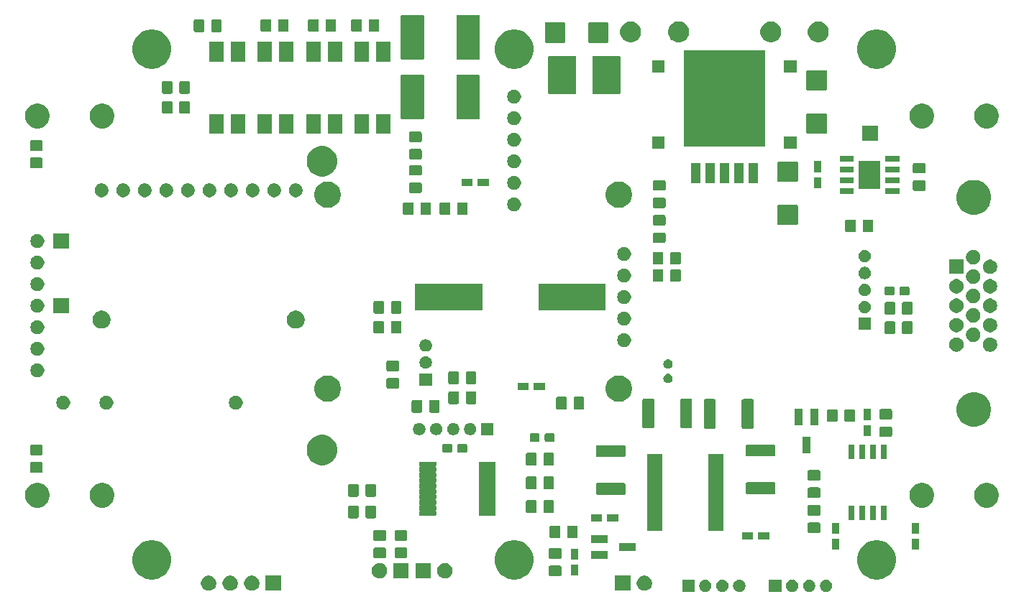
<source format=gbs>
G04 #@! TF.GenerationSoftware,KiCad,Pcbnew,(5.1.6)-1*
G04 #@! TF.CreationDate,2021-11-01T19:25:02+01:00*
G04 #@! TF.ProjectId,32mz_gauge4_sensors,33326d7a-5f67-4617-9567-65345f73656e,rev?*
G04 #@! TF.SameCoordinates,Original*
G04 #@! TF.FileFunction,Soldermask,Bot*
G04 #@! TF.FilePolarity,Negative*
%FSLAX46Y46*%
G04 Gerber Fmt 4.6, Leading zero omitted, Abs format (unit mm)*
G04 Created by KiCad (PCBNEW (5.1.6)-1) date 2021-11-01 19:25:02*
%MOMM*%
%LPD*%
G01*
G04 APERTURE LIST*
%ADD10C,0.150000*%
G04 APERTURE END LIST*
D10*
G36*
X121527766Y-98361899D02*
G01*
X121659888Y-98416626D01*
X121659890Y-98416627D01*
X121778798Y-98496079D01*
X121879921Y-98597202D01*
X121926197Y-98666459D01*
X121959374Y-98716112D01*
X122014101Y-98848234D01*
X122042000Y-98988494D01*
X122042000Y-99131506D01*
X122014101Y-99271766D01*
X121990164Y-99329554D01*
X121959373Y-99403890D01*
X121879921Y-99522798D01*
X121778798Y-99623921D01*
X121659890Y-99703373D01*
X121659889Y-99703374D01*
X121659888Y-99703374D01*
X121527766Y-99758101D01*
X121387506Y-99786000D01*
X121244494Y-99786000D01*
X121104234Y-99758101D01*
X120972112Y-99703374D01*
X120972111Y-99703374D01*
X120972110Y-99703373D01*
X120853202Y-99623921D01*
X120752079Y-99522798D01*
X120672627Y-99403890D01*
X120641836Y-99329554D01*
X120617899Y-99271766D01*
X120590000Y-99131506D01*
X120590000Y-98988494D01*
X120617899Y-98848234D01*
X120672626Y-98716112D01*
X120705803Y-98666459D01*
X120752079Y-98597202D01*
X120853202Y-98496079D01*
X120972110Y-98416627D01*
X120972112Y-98416626D01*
X121104234Y-98361899D01*
X121244494Y-98334000D01*
X121387506Y-98334000D01*
X121527766Y-98361899D01*
G37*
G36*
X119527766Y-98361899D02*
G01*
X119659888Y-98416626D01*
X119659890Y-98416627D01*
X119778798Y-98496079D01*
X119879921Y-98597202D01*
X119926197Y-98666459D01*
X119959374Y-98716112D01*
X120014101Y-98848234D01*
X120042000Y-98988494D01*
X120042000Y-99131506D01*
X120014101Y-99271766D01*
X119990164Y-99329554D01*
X119959373Y-99403890D01*
X119879921Y-99522798D01*
X119778798Y-99623921D01*
X119659890Y-99703373D01*
X119659889Y-99703374D01*
X119659888Y-99703374D01*
X119527766Y-99758101D01*
X119387506Y-99786000D01*
X119244494Y-99786000D01*
X119104234Y-99758101D01*
X118972112Y-99703374D01*
X118972111Y-99703374D01*
X118972110Y-99703373D01*
X118853202Y-99623921D01*
X118752079Y-99522798D01*
X118672627Y-99403890D01*
X118641836Y-99329554D01*
X118617899Y-99271766D01*
X118590000Y-99131506D01*
X118590000Y-98988494D01*
X118617899Y-98848234D01*
X118672626Y-98716112D01*
X118705803Y-98666459D01*
X118752079Y-98597202D01*
X118853202Y-98496079D01*
X118972110Y-98416627D01*
X118972112Y-98416626D01*
X119104234Y-98361899D01*
X119244494Y-98334000D01*
X119387506Y-98334000D01*
X119527766Y-98361899D01*
G37*
G36*
X116042000Y-99786000D02*
G01*
X114590000Y-99786000D01*
X114590000Y-98334000D01*
X116042000Y-98334000D01*
X116042000Y-99786000D01*
G37*
G36*
X117527766Y-98361899D02*
G01*
X117659888Y-98416626D01*
X117659890Y-98416627D01*
X117778798Y-98496079D01*
X117879921Y-98597202D01*
X117926197Y-98666459D01*
X117959374Y-98716112D01*
X118014101Y-98848234D01*
X118042000Y-98988494D01*
X118042000Y-99131506D01*
X118014101Y-99271766D01*
X117990164Y-99329554D01*
X117959373Y-99403890D01*
X117879921Y-99522798D01*
X117778798Y-99623921D01*
X117659890Y-99703373D01*
X117659889Y-99703374D01*
X117659888Y-99703374D01*
X117527766Y-99758101D01*
X117387506Y-99786000D01*
X117244494Y-99786000D01*
X117104234Y-99758101D01*
X116972112Y-99703374D01*
X116972111Y-99703374D01*
X116972110Y-99703373D01*
X116853202Y-99623921D01*
X116752079Y-99522798D01*
X116672627Y-99403890D01*
X116641836Y-99329554D01*
X116617899Y-99271766D01*
X116590000Y-99131506D01*
X116590000Y-98988494D01*
X116617899Y-98848234D01*
X116672626Y-98716112D01*
X116705803Y-98666459D01*
X116752079Y-98597202D01*
X116853202Y-98496079D01*
X116972110Y-98416627D01*
X116972112Y-98416626D01*
X117104234Y-98361899D01*
X117244494Y-98334000D01*
X117387506Y-98334000D01*
X117527766Y-98361899D01*
G37*
G36*
X111304266Y-98361899D02*
G01*
X111436388Y-98416626D01*
X111436390Y-98416627D01*
X111555298Y-98496079D01*
X111656421Y-98597202D01*
X111702697Y-98666459D01*
X111735874Y-98716112D01*
X111790601Y-98848234D01*
X111818500Y-98988494D01*
X111818500Y-99131506D01*
X111790601Y-99271766D01*
X111766664Y-99329554D01*
X111735873Y-99403890D01*
X111656421Y-99522798D01*
X111555298Y-99623921D01*
X111436390Y-99703373D01*
X111436389Y-99703374D01*
X111436388Y-99703374D01*
X111304266Y-99758101D01*
X111164006Y-99786000D01*
X111020994Y-99786000D01*
X110880734Y-99758101D01*
X110748612Y-99703374D01*
X110748611Y-99703374D01*
X110748610Y-99703373D01*
X110629702Y-99623921D01*
X110528579Y-99522798D01*
X110449127Y-99403890D01*
X110418336Y-99329554D01*
X110394399Y-99271766D01*
X110366500Y-99131506D01*
X110366500Y-98988494D01*
X110394399Y-98848234D01*
X110449126Y-98716112D01*
X110482303Y-98666459D01*
X110528579Y-98597202D01*
X110629702Y-98496079D01*
X110748610Y-98416627D01*
X110748612Y-98416626D01*
X110880734Y-98361899D01*
X111020994Y-98334000D01*
X111164006Y-98334000D01*
X111304266Y-98361899D01*
G37*
G36*
X107304266Y-98361899D02*
G01*
X107436388Y-98416626D01*
X107436390Y-98416627D01*
X107555298Y-98496079D01*
X107656421Y-98597202D01*
X107702697Y-98666459D01*
X107735874Y-98716112D01*
X107790601Y-98848234D01*
X107818500Y-98988494D01*
X107818500Y-99131506D01*
X107790601Y-99271766D01*
X107766664Y-99329554D01*
X107735873Y-99403890D01*
X107656421Y-99522798D01*
X107555298Y-99623921D01*
X107436390Y-99703373D01*
X107436389Y-99703374D01*
X107436388Y-99703374D01*
X107304266Y-99758101D01*
X107164006Y-99786000D01*
X107020994Y-99786000D01*
X106880734Y-99758101D01*
X106748612Y-99703374D01*
X106748611Y-99703374D01*
X106748610Y-99703373D01*
X106629702Y-99623921D01*
X106528579Y-99522798D01*
X106449127Y-99403890D01*
X106418336Y-99329554D01*
X106394399Y-99271766D01*
X106366500Y-99131506D01*
X106366500Y-98988494D01*
X106394399Y-98848234D01*
X106449126Y-98716112D01*
X106482303Y-98666459D01*
X106528579Y-98597202D01*
X106629702Y-98496079D01*
X106748610Y-98416627D01*
X106748612Y-98416626D01*
X106880734Y-98361899D01*
X107020994Y-98334000D01*
X107164006Y-98334000D01*
X107304266Y-98361899D01*
G37*
G36*
X109304266Y-98361899D02*
G01*
X109436388Y-98416626D01*
X109436390Y-98416627D01*
X109555298Y-98496079D01*
X109656421Y-98597202D01*
X109702697Y-98666459D01*
X109735874Y-98716112D01*
X109790601Y-98848234D01*
X109818500Y-98988494D01*
X109818500Y-99131506D01*
X109790601Y-99271766D01*
X109766664Y-99329554D01*
X109735873Y-99403890D01*
X109656421Y-99522798D01*
X109555298Y-99623921D01*
X109436390Y-99703373D01*
X109436389Y-99703374D01*
X109436388Y-99703374D01*
X109304266Y-99758101D01*
X109164006Y-99786000D01*
X109020994Y-99786000D01*
X108880734Y-99758101D01*
X108748612Y-99703374D01*
X108748611Y-99703374D01*
X108748610Y-99703373D01*
X108629702Y-99623921D01*
X108528579Y-99522798D01*
X108449127Y-99403890D01*
X108418336Y-99329554D01*
X108394399Y-99271766D01*
X108366500Y-99131506D01*
X108366500Y-98988494D01*
X108394399Y-98848234D01*
X108449126Y-98716112D01*
X108482303Y-98666459D01*
X108528579Y-98597202D01*
X108629702Y-98496079D01*
X108748610Y-98416627D01*
X108748612Y-98416626D01*
X108880734Y-98361899D01*
X109020994Y-98334000D01*
X109164006Y-98334000D01*
X109304266Y-98361899D01*
G37*
G36*
X105818500Y-99786000D02*
G01*
X104366500Y-99786000D01*
X104366500Y-98334000D01*
X105818500Y-98334000D01*
X105818500Y-99786000D01*
G37*
G36*
X48721173Y-97857548D02*
G01*
X48878412Y-97888824D01*
X49042384Y-97956744D01*
X49189954Y-98055347D01*
X49315453Y-98180846D01*
X49414056Y-98328416D01*
X49481976Y-98492388D01*
X49516600Y-98666459D01*
X49516600Y-98843941D01*
X49481976Y-99018012D01*
X49414056Y-99181984D01*
X49315453Y-99329554D01*
X49189954Y-99455053D01*
X49042384Y-99553656D01*
X48878412Y-99621576D01*
X48729112Y-99651273D01*
X48704342Y-99656200D01*
X48526858Y-99656200D01*
X48502088Y-99651273D01*
X48352788Y-99621576D01*
X48188816Y-99553656D01*
X48041246Y-99455053D01*
X47915747Y-99329554D01*
X47817144Y-99181984D01*
X47749224Y-99018012D01*
X47714600Y-98843941D01*
X47714600Y-98666459D01*
X47749224Y-98492388D01*
X47817144Y-98328416D01*
X47915747Y-98180846D01*
X48041246Y-98055347D01*
X48188816Y-97956744D01*
X48352788Y-97888824D01*
X48510027Y-97857548D01*
X48526858Y-97854200D01*
X48704342Y-97854200D01*
X48721173Y-97857548D01*
G37*
G36*
X100029173Y-97857548D02*
G01*
X100186412Y-97888824D01*
X100350384Y-97956744D01*
X100497954Y-98055347D01*
X100623453Y-98180846D01*
X100722056Y-98328416D01*
X100789976Y-98492388D01*
X100824600Y-98666459D01*
X100824600Y-98843941D01*
X100789976Y-99018012D01*
X100722056Y-99181984D01*
X100623453Y-99329554D01*
X100497954Y-99455053D01*
X100350384Y-99553656D01*
X100186412Y-99621576D01*
X100037112Y-99651273D01*
X100012342Y-99656200D01*
X99834858Y-99656200D01*
X99810088Y-99651273D01*
X99660788Y-99621576D01*
X99496816Y-99553656D01*
X99349246Y-99455053D01*
X99223747Y-99329554D01*
X99125144Y-99181984D01*
X99057224Y-99018012D01*
X99022600Y-98843941D01*
X99022600Y-98666459D01*
X99057224Y-98492388D01*
X99125144Y-98328416D01*
X99223747Y-98180846D01*
X99349246Y-98055347D01*
X99496816Y-97956744D01*
X99660788Y-97888824D01*
X99818027Y-97857548D01*
X99834858Y-97854200D01*
X100012342Y-97854200D01*
X100029173Y-97857548D01*
G37*
G36*
X98284600Y-99656200D02*
G01*
X96482600Y-99656200D01*
X96482600Y-97854200D01*
X98284600Y-97854200D01*
X98284600Y-99656200D01*
G37*
G36*
X57136600Y-99656200D02*
G01*
X55334600Y-99656200D01*
X55334600Y-97854200D01*
X57136600Y-97854200D01*
X57136600Y-99656200D01*
G37*
G36*
X53801173Y-97857548D02*
G01*
X53958412Y-97888824D01*
X54122384Y-97956744D01*
X54269954Y-98055347D01*
X54395453Y-98180846D01*
X54494056Y-98328416D01*
X54561976Y-98492388D01*
X54596600Y-98666459D01*
X54596600Y-98843941D01*
X54561976Y-99018012D01*
X54494056Y-99181984D01*
X54395453Y-99329554D01*
X54269954Y-99455053D01*
X54122384Y-99553656D01*
X53958412Y-99621576D01*
X53809112Y-99651273D01*
X53784342Y-99656200D01*
X53606858Y-99656200D01*
X53582088Y-99651273D01*
X53432788Y-99621576D01*
X53268816Y-99553656D01*
X53121246Y-99455053D01*
X52995747Y-99329554D01*
X52897144Y-99181984D01*
X52829224Y-99018012D01*
X52794600Y-98843941D01*
X52794600Y-98666459D01*
X52829224Y-98492388D01*
X52897144Y-98328416D01*
X52995747Y-98180846D01*
X53121246Y-98055347D01*
X53268816Y-97956744D01*
X53432788Y-97888824D01*
X53590027Y-97857548D01*
X53606858Y-97854200D01*
X53784342Y-97854200D01*
X53801173Y-97857548D01*
G37*
G36*
X51261173Y-97857548D02*
G01*
X51418412Y-97888824D01*
X51582384Y-97956744D01*
X51729954Y-98055347D01*
X51855453Y-98180846D01*
X51954056Y-98328416D01*
X52021976Y-98492388D01*
X52056600Y-98666459D01*
X52056600Y-98843941D01*
X52021976Y-99018012D01*
X51954056Y-99181984D01*
X51855453Y-99329554D01*
X51729954Y-99455053D01*
X51582384Y-99553656D01*
X51418412Y-99621576D01*
X51269112Y-99651273D01*
X51244342Y-99656200D01*
X51066858Y-99656200D01*
X51042088Y-99651273D01*
X50892788Y-99621576D01*
X50728816Y-99553656D01*
X50581246Y-99455053D01*
X50455747Y-99329554D01*
X50357144Y-99181984D01*
X50289224Y-99018012D01*
X50254600Y-98843941D01*
X50254600Y-98666459D01*
X50289224Y-98492388D01*
X50357144Y-98328416D01*
X50455747Y-98180846D01*
X50581246Y-98055347D01*
X50728816Y-97956744D01*
X50892788Y-97888824D01*
X51050027Y-97857548D01*
X51066858Y-97854200D01*
X51244342Y-97854200D01*
X51261173Y-97857548D01*
G37*
G36*
X85022643Y-93753570D02*
G01*
X85253177Y-93799426D01*
X85671932Y-93972880D01*
X86048802Y-94224696D01*
X86369304Y-94545198D01*
X86621120Y-94922068D01*
X86794574Y-95340823D01*
X86794574Y-95340824D01*
X86881356Y-95777103D01*
X86883000Y-95785371D01*
X86883000Y-96238629D01*
X86794574Y-96683177D01*
X86621120Y-97101932D01*
X86369304Y-97478802D01*
X86048802Y-97799304D01*
X85671932Y-98051120D01*
X85253177Y-98224574D01*
X85030903Y-98268787D01*
X84808630Y-98313000D01*
X84355370Y-98313000D01*
X84133097Y-98268787D01*
X83910823Y-98224574D01*
X83492068Y-98051120D01*
X83115198Y-97799304D01*
X82794696Y-97478802D01*
X82542880Y-97101932D01*
X82369426Y-96683177D01*
X82281000Y-96238629D01*
X82281000Y-95785371D01*
X82282645Y-95777103D01*
X82369426Y-95340824D01*
X82369426Y-95340823D01*
X82542880Y-94922068D01*
X82794696Y-94545198D01*
X83115198Y-94224696D01*
X83492068Y-93972880D01*
X83910823Y-93799426D01*
X84141357Y-93753570D01*
X84355370Y-93711000D01*
X84808630Y-93711000D01*
X85022643Y-93753570D01*
G37*
G36*
X42350643Y-93753570D02*
G01*
X42581177Y-93799426D01*
X42999932Y-93972880D01*
X43376802Y-94224696D01*
X43697304Y-94545198D01*
X43949120Y-94922068D01*
X44122574Y-95340823D01*
X44122574Y-95340824D01*
X44209356Y-95777103D01*
X44211000Y-95785371D01*
X44211000Y-96238629D01*
X44122574Y-96683177D01*
X43949120Y-97101932D01*
X43697304Y-97478802D01*
X43376802Y-97799304D01*
X42999932Y-98051120D01*
X42581177Y-98224574D01*
X42358903Y-98268787D01*
X42136630Y-98313000D01*
X41683370Y-98313000D01*
X41461097Y-98268787D01*
X41238823Y-98224574D01*
X40820068Y-98051120D01*
X40443198Y-97799304D01*
X40122696Y-97478802D01*
X39870880Y-97101932D01*
X39697426Y-96683177D01*
X39609000Y-96238629D01*
X39609000Y-95785371D01*
X39610645Y-95777103D01*
X39697426Y-95340824D01*
X39697426Y-95340823D01*
X39870880Y-94922068D01*
X40122696Y-94545198D01*
X40443198Y-94224696D01*
X40820068Y-93972880D01*
X41238823Y-93799426D01*
X41469357Y-93753570D01*
X41683370Y-93711000D01*
X42136630Y-93711000D01*
X42350643Y-93753570D01*
G37*
G36*
X127694643Y-93753570D02*
G01*
X127925177Y-93799426D01*
X128343932Y-93972880D01*
X128720802Y-94224696D01*
X129041304Y-94545198D01*
X129293120Y-94922068D01*
X129466574Y-95340823D01*
X129466574Y-95340824D01*
X129553356Y-95777103D01*
X129555000Y-95785371D01*
X129555000Y-96238629D01*
X129466574Y-96683177D01*
X129293120Y-97101932D01*
X129041304Y-97478802D01*
X128720802Y-97799304D01*
X128343932Y-98051120D01*
X127925177Y-98224574D01*
X127702903Y-98268787D01*
X127480630Y-98313000D01*
X127027370Y-98313000D01*
X126805097Y-98268787D01*
X126582823Y-98224574D01*
X126164068Y-98051120D01*
X125787198Y-97799304D01*
X125466696Y-97478802D01*
X125214880Y-97101932D01*
X125041426Y-96683177D01*
X124953000Y-96238629D01*
X124953000Y-95785371D01*
X124954645Y-95777103D01*
X125041426Y-95340824D01*
X125041426Y-95340823D01*
X125214880Y-94922068D01*
X125466696Y-94545198D01*
X125787198Y-94224696D01*
X126164068Y-93972880D01*
X126582823Y-93799426D01*
X126813357Y-93753570D01*
X127027370Y-93711000D01*
X127480630Y-93711000D01*
X127694643Y-93753570D01*
G37*
G36*
X72173400Y-98183000D02*
G01*
X70371400Y-98183000D01*
X70371400Y-96381000D01*
X72173400Y-96381000D01*
X72173400Y-98183000D01*
G37*
G36*
X68845912Y-96385927D02*
G01*
X68995212Y-96415624D01*
X69159184Y-96483544D01*
X69306754Y-96582147D01*
X69432253Y-96707646D01*
X69530856Y-96855216D01*
X69598776Y-97019188D01*
X69633400Y-97193259D01*
X69633400Y-97370741D01*
X69598776Y-97544812D01*
X69530856Y-97708784D01*
X69432253Y-97856354D01*
X69306754Y-97981853D01*
X69159184Y-98080456D01*
X68995212Y-98148376D01*
X68845912Y-98178073D01*
X68821142Y-98183000D01*
X68643658Y-98183000D01*
X68618888Y-98178073D01*
X68469588Y-98148376D01*
X68305616Y-98080456D01*
X68158046Y-97981853D01*
X68032547Y-97856354D01*
X67933944Y-97708784D01*
X67866024Y-97544812D01*
X67831400Y-97370741D01*
X67831400Y-97193259D01*
X67866024Y-97019188D01*
X67933944Y-96855216D01*
X68032547Y-96707646D01*
X68158046Y-96582147D01*
X68305616Y-96483544D01*
X68469588Y-96415624D01*
X68618888Y-96385927D01*
X68643658Y-96381000D01*
X68821142Y-96381000D01*
X68845912Y-96385927D01*
G37*
G36*
X76542112Y-96385927D02*
G01*
X76691412Y-96415624D01*
X76855384Y-96483544D01*
X77002954Y-96582147D01*
X77128453Y-96707646D01*
X77227056Y-96855216D01*
X77294976Y-97019188D01*
X77329600Y-97193259D01*
X77329600Y-97370741D01*
X77294976Y-97544812D01*
X77227056Y-97708784D01*
X77128453Y-97856354D01*
X77002954Y-97981853D01*
X76855384Y-98080456D01*
X76691412Y-98148376D01*
X76542112Y-98178073D01*
X76517342Y-98183000D01*
X76339858Y-98183000D01*
X76315088Y-98178073D01*
X76165788Y-98148376D01*
X76001816Y-98080456D01*
X75854246Y-97981853D01*
X75728747Y-97856354D01*
X75630144Y-97708784D01*
X75562224Y-97544812D01*
X75527600Y-97370741D01*
X75527600Y-97193259D01*
X75562224Y-97019188D01*
X75630144Y-96855216D01*
X75728747Y-96707646D01*
X75854246Y-96582147D01*
X76001816Y-96483544D01*
X76165788Y-96415624D01*
X76315088Y-96385927D01*
X76339858Y-96381000D01*
X76517342Y-96381000D01*
X76542112Y-96385927D01*
G37*
G36*
X74789600Y-98183000D02*
G01*
X72987600Y-98183000D01*
X72987600Y-96381000D01*
X74789600Y-96381000D01*
X74789600Y-98183000D01*
G37*
G36*
X89996674Y-96669465D02*
G01*
X90034367Y-96680899D01*
X90069103Y-96699466D01*
X90099548Y-96724452D01*
X90124534Y-96754897D01*
X90143101Y-96789633D01*
X90154535Y-96827326D01*
X90159000Y-96872661D01*
X90159000Y-97709339D01*
X90154535Y-97754674D01*
X90143101Y-97792367D01*
X90124534Y-97827103D01*
X90099548Y-97857548D01*
X90069103Y-97882534D01*
X90034367Y-97901101D01*
X89996674Y-97912535D01*
X89951339Y-97917000D01*
X88864661Y-97917000D01*
X88819326Y-97912535D01*
X88781633Y-97901101D01*
X88746897Y-97882534D01*
X88716452Y-97857548D01*
X88691466Y-97827103D01*
X88672899Y-97792367D01*
X88661465Y-97754674D01*
X88657000Y-97709339D01*
X88657000Y-96872661D01*
X88661465Y-96827326D01*
X88672899Y-96789633D01*
X88691466Y-96754897D01*
X88716452Y-96724452D01*
X88746897Y-96699466D01*
X88781633Y-96680899D01*
X88819326Y-96669465D01*
X88864661Y-96665000D01*
X89951339Y-96665000D01*
X89996674Y-96669465D01*
G37*
G36*
X92120000Y-97867000D02*
G01*
X91268000Y-97867000D01*
X91268000Y-96565000D01*
X92120000Y-96565000D01*
X92120000Y-97867000D01*
G37*
G36*
X92120000Y-95967000D02*
G01*
X91268000Y-95967000D01*
X91268000Y-94665000D01*
X92120000Y-94665000D01*
X92120000Y-95967000D01*
G37*
G36*
X95567000Y-95889000D02*
G01*
X93665000Y-95889000D01*
X93665000Y-94987000D01*
X95567000Y-94987000D01*
X95567000Y-95889000D01*
G37*
G36*
X89996674Y-94619465D02*
G01*
X90034367Y-94630899D01*
X90069103Y-94649466D01*
X90099548Y-94674452D01*
X90124534Y-94704897D01*
X90143101Y-94739633D01*
X90154535Y-94777326D01*
X90159000Y-94822661D01*
X90159000Y-95659339D01*
X90154535Y-95704674D01*
X90143101Y-95742367D01*
X90124534Y-95777103D01*
X90099548Y-95807548D01*
X90069103Y-95832534D01*
X90034367Y-95851101D01*
X89996674Y-95862535D01*
X89951339Y-95867000D01*
X88864661Y-95867000D01*
X88819326Y-95862535D01*
X88781633Y-95851101D01*
X88746897Y-95832534D01*
X88716452Y-95807548D01*
X88691466Y-95777103D01*
X88672899Y-95742367D01*
X88661465Y-95704674D01*
X88657000Y-95659339D01*
X88657000Y-94822661D01*
X88661465Y-94777326D01*
X88672899Y-94739633D01*
X88691466Y-94704897D01*
X88716452Y-94674452D01*
X88746897Y-94649466D01*
X88781633Y-94630899D01*
X88819326Y-94619465D01*
X88864661Y-94615000D01*
X89951339Y-94615000D01*
X89996674Y-94619465D01*
G37*
G36*
X69346474Y-94561265D02*
G01*
X69384167Y-94572699D01*
X69418903Y-94591266D01*
X69449348Y-94616252D01*
X69474334Y-94646697D01*
X69492901Y-94681433D01*
X69504335Y-94719126D01*
X69508800Y-94764461D01*
X69508800Y-95601139D01*
X69504335Y-95646474D01*
X69492901Y-95684167D01*
X69474334Y-95718903D01*
X69449348Y-95749348D01*
X69418903Y-95774334D01*
X69384167Y-95792901D01*
X69346474Y-95804335D01*
X69301139Y-95808800D01*
X68214461Y-95808800D01*
X68169126Y-95804335D01*
X68131433Y-95792901D01*
X68096697Y-95774334D01*
X68066252Y-95749348D01*
X68041266Y-95718903D01*
X68022699Y-95684167D01*
X68011265Y-95646474D01*
X68006800Y-95601139D01*
X68006800Y-94764461D01*
X68011265Y-94719126D01*
X68022699Y-94681433D01*
X68041266Y-94646697D01*
X68066252Y-94616252D01*
X68096697Y-94591266D01*
X68131433Y-94572699D01*
X68169126Y-94561265D01*
X68214461Y-94556800D01*
X69301139Y-94556800D01*
X69346474Y-94561265D01*
G37*
G36*
X71835674Y-94544865D02*
G01*
X71873367Y-94556299D01*
X71908103Y-94574866D01*
X71938548Y-94599852D01*
X71963534Y-94630297D01*
X71982101Y-94665033D01*
X71993535Y-94702726D01*
X71998000Y-94748061D01*
X71998000Y-95584739D01*
X71993535Y-95630074D01*
X71982101Y-95667767D01*
X71963534Y-95702503D01*
X71938548Y-95732948D01*
X71908103Y-95757934D01*
X71873367Y-95776501D01*
X71835674Y-95787935D01*
X71790339Y-95792400D01*
X70703661Y-95792400D01*
X70658326Y-95787935D01*
X70620633Y-95776501D01*
X70585897Y-95757934D01*
X70555452Y-95732948D01*
X70530466Y-95702503D01*
X70511899Y-95667767D01*
X70500465Y-95630074D01*
X70496000Y-95584739D01*
X70496000Y-94748061D01*
X70500465Y-94702726D01*
X70511899Y-94665033D01*
X70530466Y-94630297D01*
X70555452Y-94599852D01*
X70585897Y-94574866D01*
X70620633Y-94556299D01*
X70658326Y-94544865D01*
X70703661Y-94540400D01*
X71790339Y-94540400D01*
X71835674Y-94544865D01*
G37*
G36*
X98867000Y-94939000D02*
G01*
X96965000Y-94939000D01*
X96965000Y-94037000D01*
X98867000Y-94037000D01*
X98867000Y-94939000D01*
G37*
G36*
X122854000Y-94819000D02*
G01*
X122002000Y-94819000D01*
X122002000Y-93517000D01*
X122854000Y-93517000D01*
X122854000Y-94819000D01*
G37*
G36*
X132252000Y-94819000D02*
G01*
X131400000Y-94819000D01*
X131400000Y-93517000D01*
X132252000Y-93517000D01*
X132252000Y-94819000D01*
G37*
G36*
X95567000Y-93989000D02*
G01*
X93665000Y-93989000D01*
X93665000Y-93087000D01*
X95567000Y-93087000D01*
X95567000Y-93989000D01*
G37*
G36*
X69346474Y-92511265D02*
G01*
X69384167Y-92522699D01*
X69418903Y-92541266D01*
X69449348Y-92566252D01*
X69474334Y-92596697D01*
X69492901Y-92631433D01*
X69504335Y-92669126D01*
X69508800Y-92714461D01*
X69508800Y-93551139D01*
X69504335Y-93596474D01*
X69492901Y-93634167D01*
X69474334Y-93668903D01*
X69449348Y-93699348D01*
X69418903Y-93724334D01*
X69384167Y-93742901D01*
X69346474Y-93754335D01*
X69301139Y-93758800D01*
X68214461Y-93758800D01*
X68169126Y-93754335D01*
X68131433Y-93742901D01*
X68096697Y-93724334D01*
X68066252Y-93699348D01*
X68041266Y-93668903D01*
X68022699Y-93634167D01*
X68011265Y-93596474D01*
X68006800Y-93551139D01*
X68006800Y-92714461D01*
X68011265Y-92669126D01*
X68022699Y-92631433D01*
X68041266Y-92596697D01*
X68066252Y-92566252D01*
X68096697Y-92541266D01*
X68131433Y-92522699D01*
X68169126Y-92511265D01*
X68214461Y-92506800D01*
X69301139Y-92506800D01*
X69346474Y-92511265D01*
G37*
G36*
X71835674Y-92494865D02*
G01*
X71873367Y-92506299D01*
X71908103Y-92524866D01*
X71938548Y-92549852D01*
X71963534Y-92580297D01*
X71982101Y-92615033D01*
X71993535Y-92652726D01*
X71998000Y-92698061D01*
X71998000Y-93534739D01*
X71993535Y-93580074D01*
X71982101Y-93617767D01*
X71963534Y-93652503D01*
X71938548Y-93682948D01*
X71908103Y-93707934D01*
X71873367Y-93726501D01*
X71835674Y-93737935D01*
X71790339Y-93742400D01*
X70703661Y-93742400D01*
X70658326Y-93737935D01*
X70620633Y-93726501D01*
X70585897Y-93707934D01*
X70555452Y-93682948D01*
X70530466Y-93652503D01*
X70511899Y-93617767D01*
X70500465Y-93580074D01*
X70496000Y-93534739D01*
X70496000Y-92698061D01*
X70500465Y-92652726D01*
X70511899Y-92615033D01*
X70530466Y-92580297D01*
X70555452Y-92549852D01*
X70585897Y-92524866D01*
X70620633Y-92506299D01*
X70658326Y-92494865D01*
X70703661Y-92490400D01*
X71790339Y-92490400D01*
X71835674Y-92494865D01*
G37*
G36*
X114631000Y-93644000D02*
G01*
X113329000Y-93644000D01*
X113329000Y-92792000D01*
X114631000Y-92792000D01*
X114631000Y-93644000D01*
G37*
G36*
X112731000Y-93644000D02*
G01*
X111429000Y-93644000D01*
X111429000Y-92792000D01*
X112731000Y-92792000D01*
X112731000Y-93644000D01*
G37*
G36*
X89862674Y-91963465D02*
G01*
X89900367Y-91974899D01*
X89935103Y-91993466D01*
X89965548Y-92018452D01*
X89990534Y-92048897D01*
X90009101Y-92083633D01*
X90020535Y-92121326D01*
X90025000Y-92166661D01*
X90025000Y-93253339D01*
X90020535Y-93298674D01*
X90009101Y-93336367D01*
X89990534Y-93371103D01*
X89965548Y-93401548D01*
X89935103Y-93426534D01*
X89900367Y-93445101D01*
X89862674Y-93456535D01*
X89817339Y-93461000D01*
X88980661Y-93461000D01*
X88935326Y-93456535D01*
X88897633Y-93445101D01*
X88862897Y-93426534D01*
X88832452Y-93401548D01*
X88807466Y-93371103D01*
X88788899Y-93336367D01*
X88777465Y-93298674D01*
X88773000Y-93253339D01*
X88773000Y-92166661D01*
X88777465Y-92121326D01*
X88788899Y-92083633D01*
X88807466Y-92048897D01*
X88832452Y-92018452D01*
X88862897Y-91993466D01*
X88897633Y-91974899D01*
X88935326Y-91963465D01*
X88980661Y-91959000D01*
X89817339Y-91959000D01*
X89862674Y-91963465D01*
G37*
G36*
X91912674Y-91963465D02*
G01*
X91950367Y-91974899D01*
X91985103Y-91993466D01*
X92015548Y-92018452D01*
X92040534Y-92048897D01*
X92059101Y-92083633D01*
X92070535Y-92121326D01*
X92075000Y-92166661D01*
X92075000Y-93253339D01*
X92070535Y-93298674D01*
X92059101Y-93336367D01*
X92040534Y-93371103D01*
X92015548Y-93401548D01*
X91985103Y-93426534D01*
X91950367Y-93445101D01*
X91912674Y-93456535D01*
X91867339Y-93461000D01*
X91030661Y-93461000D01*
X90985326Y-93456535D01*
X90947633Y-93445101D01*
X90912897Y-93426534D01*
X90882452Y-93401548D01*
X90857466Y-93371103D01*
X90838899Y-93336367D01*
X90827465Y-93298674D01*
X90823000Y-93253339D01*
X90823000Y-92166661D01*
X90827465Y-92121326D01*
X90838899Y-92083633D01*
X90857466Y-92048897D01*
X90882452Y-92018452D01*
X90912897Y-91993466D01*
X90947633Y-91974899D01*
X90985326Y-91963465D01*
X91030661Y-91959000D01*
X91867339Y-91959000D01*
X91912674Y-91963465D01*
G37*
G36*
X122854000Y-92919000D02*
G01*
X122002000Y-92919000D01*
X122002000Y-91617000D01*
X122854000Y-91617000D01*
X122854000Y-92919000D01*
G37*
G36*
X132252000Y-92919000D02*
G01*
X131400000Y-92919000D01*
X131400000Y-91617000D01*
X132252000Y-91617000D01*
X132252000Y-92919000D01*
G37*
G36*
X120476674Y-91589465D02*
G01*
X120514367Y-91600899D01*
X120549103Y-91619466D01*
X120579548Y-91644452D01*
X120604534Y-91674897D01*
X120623101Y-91709633D01*
X120634535Y-91747326D01*
X120639000Y-91792661D01*
X120639000Y-92629339D01*
X120634535Y-92674674D01*
X120623101Y-92712367D01*
X120604534Y-92747103D01*
X120579548Y-92777548D01*
X120549103Y-92802534D01*
X120514367Y-92821101D01*
X120476674Y-92832535D01*
X120431339Y-92837000D01*
X119344661Y-92837000D01*
X119299326Y-92832535D01*
X119261633Y-92821101D01*
X119226897Y-92802534D01*
X119196452Y-92777548D01*
X119171466Y-92747103D01*
X119152899Y-92712367D01*
X119141465Y-92674674D01*
X119137000Y-92629339D01*
X119137000Y-91792661D01*
X119141465Y-91747326D01*
X119152899Y-91709633D01*
X119171466Y-91674897D01*
X119196452Y-91644452D01*
X119226897Y-91619466D01*
X119261633Y-91600899D01*
X119299326Y-91589465D01*
X119344661Y-91585000D01*
X120431339Y-91585000D01*
X120476674Y-91589465D01*
G37*
G36*
X109262900Y-92575500D02*
G01*
X107410900Y-92575500D01*
X107410900Y-83573500D01*
X109262900Y-83573500D01*
X109262900Y-92575500D01*
G37*
G36*
X102062900Y-92575500D02*
G01*
X100210900Y-92575500D01*
X100210900Y-83573500D01*
X102062900Y-83573500D01*
X102062900Y-92575500D01*
G37*
G36*
X94951000Y-91485000D02*
G01*
X93649000Y-91485000D01*
X93649000Y-90633000D01*
X94951000Y-90633000D01*
X94951000Y-91485000D01*
G37*
G36*
X96851000Y-91485000D02*
G01*
X95549000Y-91485000D01*
X95549000Y-90633000D01*
X96851000Y-90633000D01*
X96851000Y-91485000D01*
G37*
G36*
X125799428Y-89619764D02*
G01*
X125820509Y-89626160D01*
X125839945Y-89636548D01*
X125856976Y-89650524D01*
X125870952Y-89667555D01*
X125881340Y-89686991D01*
X125887736Y-89708072D01*
X125890500Y-89736140D01*
X125890500Y-91199860D01*
X125887736Y-91227928D01*
X125881340Y-91249009D01*
X125870952Y-91268445D01*
X125856976Y-91285476D01*
X125839945Y-91299452D01*
X125820509Y-91309840D01*
X125799428Y-91316236D01*
X125771360Y-91319000D01*
X125307640Y-91319000D01*
X125279572Y-91316236D01*
X125258491Y-91309840D01*
X125239055Y-91299452D01*
X125222024Y-91285476D01*
X125208048Y-91268445D01*
X125197660Y-91249009D01*
X125191264Y-91227928D01*
X125188500Y-91199860D01*
X125188500Y-89736140D01*
X125191264Y-89708072D01*
X125197660Y-89686991D01*
X125208048Y-89667555D01*
X125222024Y-89650524D01*
X125239055Y-89636548D01*
X125258491Y-89626160D01*
X125279572Y-89619764D01*
X125307640Y-89617000D01*
X125771360Y-89617000D01*
X125799428Y-89619764D01*
G37*
G36*
X124529428Y-89619764D02*
G01*
X124550509Y-89626160D01*
X124569945Y-89636548D01*
X124586976Y-89650524D01*
X124600952Y-89667555D01*
X124611340Y-89686991D01*
X124617736Y-89708072D01*
X124620500Y-89736140D01*
X124620500Y-91199860D01*
X124617736Y-91227928D01*
X124611340Y-91249009D01*
X124600952Y-91268445D01*
X124586976Y-91285476D01*
X124569945Y-91299452D01*
X124550509Y-91309840D01*
X124529428Y-91316236D01*
X124501360Y-91319000D01*
X124037640Y-91319000D01*
X124009572Y-91316236D01*
X123988491Y-91309840D01*
X123969055Y-91299452D01*
X123952024Y-91285476D01*
X123938048Y-91268445D01*
X123927660Y-91249009D01*
X123921264Y-91227928D01*
X123918500Y-91199860D01*
X123918500Y-89736140D01*
X123921264Y-89708072D01*
X123927660Y-89686991D01*
X123938048Y-89667555D01*
X123952024Y-89650524D01*
X123969055Y-89636548D01*
X123988491Y-89626160D01*
X124009572Y-89619764D01*
X124037640Y-89617000D01*
X124501360Y-89617000D01*
X124529428Y-89619764D01*
G37*
G36*
X127069428Y-89619764D02*
G01*
X127090509Y-89626160D01*
X127109945Y-89636548D01*
X127126976Y-89650524D01*
X127140952Y-89667555D01*
X127151340Y-89686991D01*
X127157736Y-89708072D01*
X127160500Y-89736140D01*
X127160500Y-91199860D01*
X127157736Y-91227928D01*
X127151340Y-91249009D01*
X127140952Y-91268445D01*
X127126976Y-91285476D01*
X127109945Y-91299452D01*
X127090509Y-91309840D01*
X127069428Y-91316236D01*
X127041360Y-91319000D01*
X126577640Y-91319000D01*
X126549572Y-91316236D01*
X126528491Y-91309840D01*
X126509055Y-91299452D01*
X126492024Y-91285476D01*
X126478048Y-91268445D01*
X126467660Y-91249009D01*
X126461264Y-91227928D01*
X126458500Y-91199860D01*
X126458500Y-89736140D01*
X126461264Y-89708072D01*
X126467660Y-89686991D01*
X126478048Y-89667555D01*
X126492024Y-89650524D01*
X126509055Y-89636548D01*
X126528491Y-89626160D01*
X126549572Y-89619764D01*
X126577640Y-89617000D01*
X127041360Y-89617000D01*
X127069428Y-89619764D01*
G37*
G36*
X128339428Y-89619764D02*
G01*
X128360509Y-89626160D01*
X128379945Y-89636548D01*
X128396976Y-89650524D01*
X128410952Y-89667555D01*
X128421340Y-89686991D01*
X128427736Y-89708072D01*
X128430500Y-89736140D01*
X128430500Y-91199860D01*
X128427736Y-91227928D01*
X128421340Y-91249009D01*
X128410952Y-91268445D01*
X128396976Y-91285476D01*
X128379945Y-91299452D01*
X128360509Y-91309840D01*
X128339428Y-91316236D01*
X128311360Y-91319000D01*
X127847640Y-91319000D01*
X127819572Y-91316236D01*
X127798491Y-91309840D01*
X127779055Y-91299452D01*
X127762024Y-91285476D01*
X127748048Y-91268445D01*
X127737660Y-91249009D01*
X127731264Y-91227928D01*
X127728500Y-91199860D01*
X127728500Y-89736140D01*
X127731264Y-89708072D01*
X127737660Y-89686991D01*
X127748048Y-89667555D01*
X127762024Y-89650524D01*
X127779055Y-89636548D01*
X127798491Y-89626160D01*
X127819572Y-89619764D01*
X127847640Y-89617000D01*
X128311360Y-89617000D01*
X128339428Y-89619764D01*
G37*
G36*
X68163674Y-89613965D02*
G01*
X68201367Y-89625399D01*
X68236103Y-89643966D01*
X68266548Y-89668952D01*
X68291534Y-89699397D01*
X68310101Y-89734133D01*
X68321535Y-89771826D01*
X68326000Y-89817161D01*
X68326000Y-90903839D01*
X68321535Y-90949174D01*
X68310101Y-90986867D01*
X68291534Y-91021603D01*
X68266548Y-91052048D01*
X68236103Y-91077034D01*
X68201367Y-91095601D01*
X68163674Y-91107035D01*
X68118339Y-91111500D01*
X67281661Y-91111500D01*
X67236326Y-91107035D01*
X67198633Y-91095601D01*
X67163897Y-91077034D01*
X67133452Y-91052048D01*
X67108466Y-91021603D01*
X67089899Y-90986867D01*
X67078465Y-90949174D01*
X67074000Y-90903839D01*
X67074000Y-89817161D01*
X67078465Y-89771826D01*
X67089899Y-89734133D01*
X67108466Y-89699397D01*
X67133452Y-89668952D01*
X67163897Y-89643966D01*
X67198633Y-89625399D01*
X67236326Y-89613965D01*
X67281661Y-89609500D01*
X68118339Y-89609500D01*
X68163674Y-89613965D01*
G37*
G36*
X66113674Y-89613965D02*
G01*
X66151367Y-89625399D01*
X66186103Y-89643966D01*
X66216548Y-89668952D01*
X66241534Y-89699397D01*
X66260101Y-89734133D01*
X66271535Y-89771826D01*
X66276000Y-89817161D01*
X66276000Y-90903839D01*
X66271535Y-90949174D01*
X66260101Y-90986867D01*
X66241534Y-91021603D01*
X66216548Y-91052048D01*
X66186103Y-91077034D01*
X66151367Y-91095601D01*
X66113674Y-91107035D01*
X66068339Y-91111500D01*
X65231661Y-91111500D01*
X65186326Y-91107035D01*
X65148633Y-91095601D01*
X65113897Y-91077034D01*
X65083452Y-91052048D01*
X65058466Y-91021603D01*
X65039899Y-90986867D01*
X65028465Y-90949174D01*
X65024000Y-90903839D01*
X65024000Y-89817161D01*
X65028465Y-89771826D01*
X65039899Y-89734133D01*
X65058466Y-89699397D01*
X65083452Y-89668952D01*
X65113897Y-89643966D01*
X65148633Y-89625399D01*
X65186326Y-89613965D01*
X65231661Y-89609500D01*
X66068339Y-89609500D01*
X66113674Y-89613965D01*
G37*
G36*
X82357170Y-84448303D02*
G01*
X82368875Y-84451854D01*
X82379665Y-84457621D01*
X82389119Y-84465381D01*
X82396879Y-84474835D01*
X82402646Y-84485625D01*
X82406197Y-84497330D01*
X82408000Y-84515638D01*
X82408000Y-84879362D01*
X82406197Y-84897670D01*
X82402646Y-84909375D01*
X82396879Y-84920165D01*
X82385370Y-84934188D01*
X82376355Y-84943204D01*
X82362741Y-84963578D01*
X82353365Y-84986217D01*
X82348585Y-85010251D01*
X82348585Y-85034755D01*
X82353366Y-85058788D01*
X82362744Y-85081426D01*
X82376358Y-85101801D01*
X82385374Y-85110817D01*
X82396879Y-85124835D01*
X82402646Y-85135625D01*
X82406197Y-85147330D01*
X82408000Y-85165638D01*
X82408000Y-85529362D01*
X82406197Y-85547670D01*
X82402646Y-85559375D01*
X82396879Y-85570165D01*
X82385370Y-85584188D01*
X82376355Y-85593204D01*
X82362741Y-85613578D01*
X82353365Y-85636217D01*
X82348585Y-85660251D01*
X82348585Y-85684755D01*
X82353366Y-85708788D01*
X82362744Y-85731426D01*
X82376358Y-85751801D01*
X82385374Y-85760817D01*
X82396879Y-85774835D01*
X82402646Y-85785625D01*
X82406197Y-85797330D01*
X82408000Y-85815638D01*
X82408000Y-86179362D01*
X82406197Y-86197670D01*
X82402646Y-86209375D01*
X82396879Y-86220165D01*
X82385370Y-86234188D01*
X82376355Y-86243204D01*
X82362741Y-86263578D01*
X82353365Y-86286217D01*
X82348585Y-86310251D01*
X82348585Y-86334755D01*
X82353366Y-86358788D01*
X82362744Y-86381426D01*
X82376358Y-86401801D01*
X82385374Y-86410817D01*
X82396879Y-86424835D01*
X82402646Y-86435625D01*
X82406197Y-86447330D01*
X82408000Y-86465638D01*
X82408000Y-86829362D01*
X82406197Y-86847670D01*
X82402646Y-86859375D01*
X82396879Y-86870165D01*
X82385370Y-86884188D01*
X82376355Y-86893204D01*
X82362741Y-86913578D01*
X82353365Y-86936217D01*
X82348585Y-86960251D01*
X82348585Y-86984755D01*
X82353366Y-87008788D01*
X82362744Y-87031426D01*
X82376358Y-87051801D01*
X82385374Y-87060817D01*
X82396879Y-87074835D01*
X82402646Y-87085625D01*
X82406197Y-87097330D01*
X82408000Y-87115638D01*
X82408000Y-87479362D01*
X82406197Y-87497670D01*
X82402646Y-87509375D01*
X82396879Y-87520165D01*
X82385370Y-87534188D01*
X82376355Y-87543204D01*
X82362741Y-87563578D01*
X82353365Y-87586217D01*
X82348585Y-87610251D01*
X82348585Y-87634755D01*
X82353366Y-87658788D01*
X82362744Y-87681426D01*
X82376358Y-87701801D01*
X82385374Y-87710817D01*
X82396879Y-87724835D01*
X82402646Y-87735625D01*
X82406197Y-87747330D01*
X82408000Y-87765638D01*
X82408000Y-88129362D01*
X82406197Y-88147670D01*
X82402646Y-88159375D01*
X82396879Y-88170165D01*
X82385370Y-88184188D01*
X82376355Y-88193204D01*
X82362741Y-88213578D01*
X82353365Y-88236217D01*
X82348585Y-88260251D01*
X82348585Y-88284755D01*
X82353366Y-88308788D01*
X82362744Y-88331426D01*
X82376358Y-88351801D01*
X82385374Y-88360817D01*
X82396879Y-88374835D01*
X82402646Y-88385625D01*
X82406197Y-88397330D01*
X82408000Y-88415638D01*
X82408000Y-88779362D01*
X82406197Y-88797670D01*
X82402646Y-88809375D01*
X82396879Y-88820165D01*
X82385370Y-88834188D01*
X82376355Y-88843204D01*
X82362741Y-88863578D01*
X82353365Y-88886217D01*
X82348585Y-88910251D01*
X82348585Y-88934755D01*
X82353366Y-88958788D01*
X82362744Y-88981426D01*
X82376358Y-89001801D01*
X82385374Y-89010817D01*
X82396879Y-89024835D01*
X82402646Y-89035625D01*
X82406197Y-89047330D01*
X82408000Y-89065638D01*
X82408000Y-89429362D01*
X82406197Y-89447670D01*
X82402646Y-89459375D01*
X82396879Y-89470165D01*
X82385370Y-89484188D01*
X82376355Y-89493204D01*
X82362741Y-89513578D01*
X82353365Y-89536217D01*
X82348585Y-89560251D01*
X82348585Y-89584755D01*
X82353366Y-89608788D01*
X82362744Y-89631426D01*
X82376358Y-89651801D01*
X82385374Y-89660817D01*
X82396879Y-89674835D01*
X82402646Y-89685625D01*
X82406197Y-89697330D01*
X82408000Y-89715638D01*
X82408000Y-90079362D01*
X82406197Y-90097670D01*
X82402646Y-90109375D01*
X82396879Y-90120165D01*
X82385370Y-90134188D01*
X82376355Y-90143204D01*
X82362741Y-90163578D01*
X82353365Y-90186217D01*
X82348585Y-90210251D01*
X82348585Y-90234755D01*
X82353366Y-90258788D01*
X82362744Y-90281426D01*
X82376358Y-90301801D01*
X82385374Y-90310817D01*
X82396879Y-90324835D01*
X82402646Y-90335625D01*
X82406197Y-90347330D01*
X82408000Y-90365638D01*
X82408000Y-90729362D01*
X82406197Y-90747670D01*
X82402646Y-90759375D01*
X82396879Y-90770165D01*
X82389119Y-90779619D01*
X82379665Y-90787379D01*
X82368875Y-90793146D01*
X82357170Y-90796697D01*
X82338862Y-90798500D01*
X80475138Y-90798500D01*
X80456830Y-90796697D01*
X80445125Y-90793146D01*
X80434335Y-90787379D01*
X80424881Y-90779619D01*
X80417121Y-90770165D01*
X80411354Y-90759375D01*
X80407803Y-90747670D01*
X80406000Y-90729362D01*
X80406000Y-90365638D01*
X80407803Y-90347330D01*
X80411354Y-90335625D01*
X80417121Y-90324835D01*
X80428630Y-90310812D01*
X80437645Y-90301796D01*
X80451259Y-90281422D01*
X80460635Y-90258783D01*
X80465415Y-90234749D01*
X80465415Y-90210245D01*
X80460634Y-90186212D01*
X80451256Y-90163574D01*
X80437642Y-90143199D01*
X80428626Y-90134183D01*
X80417121Y-90120165D01*
X80411354Y-90109375D01*
X80407803Y-90097670D01*
X80406000Y-90079362D01*
X80406000Y-89715638D01*
X80407803Y-89697330D01*
X80411354Y-89685625D01*
X80417121Y-89674835D01*
X80428630Y-89660812D01*
X80437645Y-89651796D01*
X80451259Y-89631422D01*
X80460635Y-89608783D01*
X80465415Y-89584749D01*
X80465415Y-89560245D01*
X80460634Y-89536212D01*
X80451256Y-89513574D01*
X80437642Y-89493199D01*
X80428626Y-89484183D01*
X80417121Y-89470165D01*
X80411354Y-89459375D01*
X80407803Y-89447670D01*
X80406000Y-89429362D01*
X80406000Y-89065638D01*
X80407803Y-89047330D01*
X80411354Y-89035625D01*
X80417121Y-89024835D01*
X80428630Y-89010812D01*
X80437645Y-89001796D01*
X80451259Y-88981422D01*
X80460635Y-88958783D01*
X80465415Y-88934749D01*
X80465415Y-88910245D01*
X80460634Y-88886212D01*
X80451256Y-88863574D01*
X80437642Y-88843199D01*
X80428626Y-88834183D01*
X80417121Y-88820165D01*
X80411354Y-88809375D01*
X80407803Y-88797670D01*
X80406000Y-88779362D01*
X80406000Y-88415638D01*
X80407803Y-88397330D01*
X80411354Y-88385625D01*
X80417121Y-88374835D01*
X80428630Y-88360812D01*
X80437645Y-88351796D01*
X80451259Y-88331422D01*
X80460635Y-88308783D01*
X80465415Y-88284749D01*
X80465415Y-88260245D01*
X80460634Y-88236212D01*
X80451256Y-88213574D01*
X80437642Y-88193199D01*
X80428626Y-88184183D01*
X80417121Y-88170165D01*
X80411354Y-88159375D01*
X80407803Y-88147670D01*
X80406000Y-88129362D01*
X80406000Y-87765638D01*
X80407803Y-87747330D01*
X80411354Y-87735625D01*
X80417121Y-87724835D01*
X80428630Y-87710812D01*
X80437645Y-87701796D01*
X80451259Y-87681422D01*
X80460635Y-87658783D01*
X80465415Y-87634749D01*
X80465415Y-87610245D01*
X80460634Y-87586212D01*
X80451256Y-87563574D01*
X80437642Y-87543199D01*
X80428626Y-87534183D01*
X80417121Y-87520165D01*
X80411354Y-87509375D01*
X80407803Y-87497670D01*
X80406000Y-87479362D01*
X80406000Y-87115638D01*
X80407803Y-87097330D01*
X80411354Y-87085625D01*
X80417121Y-87074835D01*
X80428630Y-87060812D01*
X80437645Y-87051796D01*
X80451259Y-87031422D01*
X80460635Y-87008783D01*
X80465415Y-86984749D01*
X80465415Y-86960245D01*
X80460634Y-86936212D01*
X80451256Y-86913574D01*
X80437642Y-86893199D01*
X80428626Y-86884183D01*
X80417121Y-86870165D01*
X80411354Y-86859375D01*
X80407803Y-86847670D01*
X80406000Y-86829362D01*
X80406000Y-86465638D01*
X80407803Y-86447330D01*
X80411354Y-86435625D01*
X80417121Y-86424835D01*
X80428630Y-86410812D01*
X80437645Y-86401796D01*
X80451259Y-86381422D01*
X80460635Y-86358783D01*
X80465415Y-86334749D01*
X80465415Y-86310245D01*
X80460634Y-86286212D01*
X80451256Y-86263574D01*
X80437642Y-86243199D01*
X80428626Y-86234183D01*
X80417121Y-86220165D01*
X80411354Y-86209375D01*
X80407803Y-86197670D01*
X80406000Y-86179362D01*
X80406000Y-85815638D01*
X80407803Y-85797330D01*
X80411354Y-85785625D01*
X80417121Y-85774835D01*
X80428630Y-85760812D01*
X80437645Y-85751796D01*
X80451259Y-85731422D01*
X80460635Y-85708783D01*
X80465415Y-85684749D01*
X80465415Y-85660245D01*
X80460634Y-85636212D01*
X80451256Y-85613574D01*
X80437642Y-85593199D01*
X80428626Y-85584183D01*
X80417121Y-85570165D01*
X80411354Y-85559375D01*
X80407803Y-85547670D01*
X80406000Y-85529362D01*
X80406000Y-85165638D01*
X80407803Y-85147330D01*
X80411354Y-85135625D01*
X80417121Y-85124835D01*
X80428630Y-85110812D01*
X80437645Y-85101796D01*
X80451259Y-85081422D01*
X80460635Y-85058783D01*
X80465415Y-85034749D01*
X80465415Y-85010245D01*
X80460634Y-84986212D01*
X80451256Y-84963574D01*
X80437642Y-84943199D01*
X80428626Y-84934183D01*
X80417121Y-84920165D01*
X80411354Y-84909375D01*
X80407803Y-84897670D01*
X80406000Y-84879362D01*
X80406000Y-84515638D01*
X80407803Y-84497330D01*
X80411354Y-84485625D01*
X80417121Y-84474835D01*
X80424881Y-84465381D01*
X80434335Y-84457621D01*
X80445125Y-84451854D01*
X80456830Y-84448303D01*
X80475138Y-84446500D01*
X82338862Y-84446500D01*
X82357170Y-84448303D01*
G37*
G36*
X75357170Y-84448303D02*
G01*
X75368875Y-84451854D01*
X75379665Y-84457621D01*
X75389119Y-84465381D01*
X75396879Y-84474835D01*
X75402646Y-84485625D01*
X75406197Y-84497330D01*
X75408000Y-84515638D01*
X75408000Y-84879362D01*
X75406197Y-84897670D01*
X75402646Y-84909375D01*
X75396879Y-84920165D01*
X75385370Y-84934188D01*
X75376355Y-84943204D01*
X75362741Y-84963578D01*
X75353365Y-84986217D01*
X75348585Y-85010251D01*
X75348585Y-85034755D01*
X75353366Y-85058788D01*
X75362744Y-85081426D01*
X75376358Y-85101801D01*
X75385374Y-85110817D01*
X75396879Y-85124835D01*
X75402646Y-85135625D01*
X75406197Y-85147330D01*
X75408000Y-85165638D01*
X75408000Y-85529362D01*
X75406197Y-85547670D01*
X75402646Y-85559375D01*
X75396879Y-85570165D01*
X75385370Y-85584188D01*
X75376355Y-85593204D01*
X75362741Y-85613578D01*
X75353365Y-85636217D01*
X75348585Y-85660251D01*
X75348585Y-85684755D01*
X75353366Y-85708788D01*
X75362744Y-85731426D01*
X75376358Y-85751801D01*
X75385374Y-85760817D01*
X75396879Y-85774835D01*
X75402646Y-85785625D01*
X75406197Y-85797330D01*
X75408000Y-85815638D01*
X75408000Y-86179362D01*
X75406197Y-86197670D01*
X75402646Y-86209375D01*
X75396879Y-86220165D01*
X75385370Y-86234188D01*
X75376355Y-86243204D01*
X75362741Y-86263578D01*
X75353365Y-86286217D01*
X75348585Y-86310251D01*
X75348585Y-86334755D01*
X75353366Y-86358788D01*
X75362744Y-86381426D01*
X75376358Y-86401801D01*
X75385374Y-86410817D01*
X75396879Y-86424835D01*
X75402646Y-86435625D01*
X75406197Y-86447330D01*
X75408000Y-86465638D01*
X75408000Y-86829362D01*
X75406197Y-86847670D01*
X75402646Y-86859375D01*
X75396879Y-86870165D01*
X75385370Y-86884188D01*
X75376355Y-86893204D01*
X75362741Y-86913578D01*
X75353365Y-86936217D01*
X75348585Y-86960251D01*
X75348585Y-86984755D01*
X75353366Y-87008788D01*
X75362744Y-87031426D01*
X75376358Y-87051801D01*
X75385374Y-87060817D01*
X75396879Y-87074835D01*
X75402646Y-87085625D01*
X75406197Y-87097330D01*
X75408000Y-87115638D01*
X75408000Y-87479362D01*
X75406197Y-87497670D01*
X75402646Y-87509375D01*
X75396879Y-87520165D01*
X75385370Y-87534188D01*
X75376355Y-87543204D01*
X75362741Y-87563578D01*
X75353365Y-87586217D01*
X75348585Y-87610251D01*
X75348585Y-87634755D01*
X75353366Y-87658788D01*
X75362744Y-87681426D01*
X75376358Y-87701801D01*
X75385374Y-87710817D01*
X75396879Y-87724835D01*
X75402646Y-87735625D01*
X75406197Y-87747330D01*
X75408000Y-87765638D01*
X75408000Y-88129362D01*
X75406197Y-88147670D01*
X75402646Y-88159375D01*
X75396879Y-88170165D01*
X75385370Y-88184188D01*
X75376355Y-88193204D01*
X75362741Y-88213578D01*
X75353365Y-88236217D01*
X75348585Y-88260251D01*
X75348585Y-88284755D01*
X75353366Y-88308788D01*
X75362744Y-88331426D01*
X75376358Y-88351801D01*
X75385374Y-88360817D01*
X75396879Y-88374835D01*
X75402646Y-88385625D01*
X75406197Y-88397330D01*
X75408000Y-88415638D01*
X75408000Y-88779362D01*
X75406197Y-88797670D01*
X75402646Y-88809375D01*
X75396879Y-88820165D01*
X75385370Y-88834188D01*
X75376355Y-88843204D01*
X75362741Y-88863578D01*
X75353365Y-88886217D01*
X75348585Y-88910251D01*
X75348585Y-88934755D01*
X75353366Y-88958788D01*
X75362744Y-88981426D01*
X75376358Y-89001801D01*
X75385374Y-89010817D01*
X75396879Y-89024835D01*
X75402646Y-89035625D01*
X75406197Y-89047330D01*
X75408000Y-89065638D01*
X75408000Y-89429362D01*
X75406197Y-89447670D01*
X75402646Y-89459375D01*
X75396879Y-89470165D01*
X75385370Y-89484188D01*
X75376355Y-89493204D01*
X75362741Y-89513578D01*
X75353365Y-89536217D01*
X75348585Y-89560251D01*
X75348585Y-89584755D01*
X75353366Y-89608788D01*
X75362744Y-89631426D01*
X75376358Y-89651801D01*
X75385374Y-89660817D01*
X75396879Y-89674835D01*
X75402646Y-89685625D01*
X75406197Y-89697330D01*
X75408000Y-89715638D01*
X75408000Y-90079362D01*
X75406197Y-90097670D01*
X75402646Y-90109375D01*
X75396879Y-90120165D01*
X75385370Y-90134188D01*
X75376355Y-90143204D01*
X75362741Y-90163578D01*
X75353365Y-90186217D01*
X75348585Y-90210251D01*
X75348585Y-90234755D01*
X75353366Y-90258788D01*
X75362744Y-90281426D01*
X75376358Y-90301801D01*
X75385374Y-90310817D01*
X75396879Y-90324835D01*
X75402646Y-90335625D01*
X75406197Y-90347330D01*
X75408000Y-90365638D01*
X75408000Y-90729362D01*
X75406197Y-90747670D01*
X75402646Y-90759375D01*
X75396879Y-90770165D01*
X75389119Y-90779619D01*
X75379665Y-90787379D01*
X75368875Y-90793146D01*
X75357170Y-90796697D01*
X75338862Y-90798500D01*
X73475138Y-90798500D01*
X73456830Y-90796697D01*
X73445125Y-90793146D01*
X73434335Y-90787379D01*
X73424881Y-90779619D01*
X73417121Y-90770165D01*
X73411354Y-90759375D01*
X73407803Y-90747670D01*
X73406000Y-90729362D01*
X73406000Y-90365638D01*
X73407803Y-90347330D01*
X73411354Y-90335625D01*
X73417121Y-90324835D01*
X73428630Y-90310812D01*
X73437645Y-90301796D01*
X73451259Y-90281422D01*
X73460635Y-90258783D01*
X73465415Y-90234749D01*
X73465415Y-90210245D01*
X73460634Y-90186212D01*
X73451256Y-90163574D01*
X73437642Y-90143199D01*
X73428626Y-90134183D01*
X73417121Y-90120165D01*
X73411354Y-90109375D01*
X73407803Y-90097670D01*
X73406000Y-90079362D01*
X73406000Y-89715638D01*
X73407803Y-89697330D01*
X73411354Y-89685625D01*
X73417121Y-89674835D01*
X73428630Y-89660812D01*
X73437645Y-89651796D01*
X73451259Y-89631422D01*
X73460635Y-89608783D01*
X73465415Y-89584749D01*
X73465415Y-89560245D01*
X73460634Y-89536212D01*
X73451256Y-89513574D01*
X73437642Y-89493199D01*
X73428626Y-89484183D01*
X73417121Y-89470165D01*
X73411354Y-89459375D01*
X73407803Y-89447670D01*
X73406000Y-89429362D01*
X73406000Y-89065638D01*
X73407803Y-89047330D01*
X73411354Y-89035625D01*
X73417121Y-89024835D01*
X73428630Y-89010812D01*
X73437645Y-89001796D01*
X73451259Y-88981422D01*
X73460635Y-88958783D01*
X73465415Y-88934749D01*
X73465415Y-88910245D01*
X73460634Y-88886212D01*
X73451256Y-88863574D01*
X73437642Y-88843199D01*
X73428626Y-88834183D01*
X73417121Y-88820165D01*
X73411354Y-88809375D01*
X73407803Y-88797670D01*
X73406000Y-88779362D01*
X73406000Y-88415638D01*
X73407803Y-88397330D01*
X73411354Y-88385625D01*
X73417121Y-88374835D01*
X73428630Y-88360812D01*
X73437645Y-88351796D01*
X73451259Y-88331422D01*
X73460635Y-88308783D01*
X73465415Y-88284749D01*
X73465415Y-88260245D01*
X73460634Y-88236212D01*
X73451256Y-88213574D01*
X73437642Y-88193199D01*
X73428626Y-88184183D01*
X73417121Y-88170165D01*
X73411354Y-88159375D01*
X73407803Y-88147670D01*
X73406000Y-88129362D01*
X73406000Y-87765638D01*
X73407803Y-87747330D01*
X73411354Y-87735625D01*
X73417121Y-87724835D01*
X73428630Y-87710812D01*
X73437645Y-87701796D01*
X73451259Y-87681422D01*
X73460635Y-87658783D01*
X73465415Y-87634749D01*
X73465415Y-87610245D01*
X73460634Y-87586212D01*
X73451256Y-87563574D01*
X73437642Y-87543199D01*
X73428626Y-87534183D01*
X73417121Y-87520165D01*
X73411354Y-87509375D01*
X73407803Y-87497670D01*
X73406000Y-87479362D01*
X73406000Y-87115638D01*
X73407803Y-87097330D01*
X73411354Y-87085625D01*
X73417121Y-87074835D01*
X73428630Y-87060812D01*
X73437645Y-87051796D01*
X73451259Y-87031422D01*
X73460635Y-87008783D01*
X73465415Y-86984749D01*
X73465415Y-86960245D01*
X73460634Y-86936212D01*
X73451256Y-86913574D01*
X73437642Y-86893199D01*
X73428626Y-86884183D01*
X73417121Y-86870165D01*
X73411354Y-86859375D01*
X73407803Y-86847670D01*
X73406000Y-86829362D01*
X73406000Y-86465638D01*
X73407803Y-86447330D01*
X73411354Y-86435625D01*
X73417121Y-86424835D01*
X73428630Y-86410812D01*
X73437645Y-86401796D01*
X73451259Y-86381422D01*
X73460635Y-86358783D01*
X73465415Y-86334749D01*
X73465415Y-86310245D01*
X73460634Y-86286212D01*
X73451256Y-86263574D01*
X73437642Y-86243199D01*
X73428626Y-86234183D01*
X73417121Y-86220165D01*
X73411354Y-86209375D01*
X73407803Y-86197670D01*
X73406000Y-86179362D01*
X73406000Y-85815638D01*
X73407803Y-85797330D01*
X73411354Y-85785625D01*
X73417121Y-85774835D01*
X73428630Y-85760812D01*
X73437645Y-85751796D01*
X73451259Y-85731422D01*
X73460635Y-85708783D01*
X73465415Y-85684749D01*
X73465415Y-85660245D01*
X73460634Y-85636212D01*
X73451256Y-85613574D01*
X73437642Y-85593199D01*
X73428626Y-85584183D01*
X73417121Y-85570165D01*
X73411354Y-85559375D01*
X73407803Y-85547670D01*
X73406000Y-85529362D01*
X73406000Y-85165638D01*
X73407803Y-85147330D01*
X73411354Y-85135625D01*
X73417121Y-85124835D01*
X73428630Y-85110812D01*
X73437645Y-85101796D01*
X73451259Y-85081422D01*
X73460635Y-85058783D01*
X73465415Y-85034749D01*
X73465415Y-85010245D01*
X73460634Y-84986212D01*
X73451256Y-84963574D01*
X73437642Y-84943199D01*
X73428626Y-84934183D01*
X73417121Y-84920165D01*
X73411354Y-84909375D01*
X73407803Y-84897670D01*
X73406000Y-84879362D01*
X73406000Y-84515638D01*
X73407803Y-84497330D01*
X73411354Y-84485625D01*
X73417121Y-84474835D01*
X73424881Y-84465381D01*
X73434335Y-84457621D01*
X73445125Y-84451854D01*
X73456830Y-84448303D01*
X73475138Y-84446500D01*
X75338862Y-84446500D01*
X75357170Y-84448303D01*
G37*
G36*
X120476674Y-89539465D02*
G01*
X120514367Y-89550899D01*
X120549103Y-89569466D01*
X120579548Y-89594452D01*
X120604534Y-89624897D01*
X120623101Y-89659633D01*
X120634535Y-89697326D01*
X120639000Y-89742661D01*
X120639000Y-90579339D01*
X120634535Y-90624674D01*
X120623101Y-90662367D01*
X120604534Y-90697103D01*
X120579548Y-90727548D01*
X120549103Y-90752534D01*
X120514367Y-90771101D01*
X120476674Y-90782535D01*
X120431339Y-90787000D01*
X119344661Y-90787000D01*
X119299326Y-90782535D01*
X119261633Y-90771101D01*
X119226897Y-90752534D01*
X119196452Y-90727548D01*
X119171466Y-90697103D01*
X119152899Y-90662367D01*
X119141465Y-90624674D01*
X119137000Y-90579339D01*
X119137000Y-89742661D01*
X119141465Y-89697326D01*
X119152899Y-89659633D01*
X119171466Y-89624897D01*
X119196452Y-89594452D01*
X119226897Y-89569466D01*
X119261633Y-89550899D01*
X119299326Y-89539465D01*
X119344661Y-89535000D01*
X120431339Y-89535000D01*
X120476674Y-89539465D01*
G37*
G36*
X87068674Y-88978965D02*
G01*
X87106367Y-88990399D01*
X87141103Y-89008966D01*
X87171548Y-89033952D01*
X87196534Y-89064397D01*
X87215101Y-89099133D01*
X87226535Y-89136826D01*
X87231000Y-89182161D01*
X87231000Y-90268839D01*
X87226535Y-90314174D01*
X87215101Y-90351867D01*
X87196534Y-90386603D01*
X87171548Y-90417048D01*
X87141103Y-90442034D01*
X87106367Y-90460601D01*
X87068674Y-90472035D01*
X87023339Y-90476500D01*
X86186661Y-90476500D01*
X86141326Y-90472035D01*
X86103633Y-90460601D01*
X86068897Y-90442034D01*
X86038452Y-90417048D01*
X86013466Y-90386603D01*
X85994899Y-90351867D01*
X85983465Y-90314174D01*
X85979000Y-90268839D01*
X85979000Y-89182161D01*
X85983465Y-89136826D01*
X85994899Y-89099133D01*
X86013466Y-89064397D01*
X86038452Y-89033952D01*
X86068897Y-89008966D01*
X86103633Y-88990399D01*
X86141326Y-88978965D01*
X86186661Y-88974500D01*
X87023339Y-88974500D01*
X87068674Y-88978965D01*
G37*
G36*
X89118674Y-88978965D02*
G01*
X89156367Y-88990399D01*
X89191103Y-89008966D01*
X89221548Y-89033952D01*
X89246534Y-89064397D01*
X89265101Y-89099133D01*
X89276535Y-89136826D01*
X89281000Y-89182161D01*
X89281000Y-90268839D01*
X89276535Y-90314174D01*
X89265101Y-90351867D01*
X89246534Y-90386603D01*
X89221548Y-90417048D01*
X89191103Y-90442034D01*
X89156367Y-90460601D01*
X89118674Y-90472035D01*
X89073339Y-90476500D01*
X88236661Y-90476500D01*
X88191326Y-90472035D01*
X88153633Y-90460601D01*
X88118897Y-90442034D01*
X88088452Y-90417048D01*
X88063466Y-90386603D01*
X88044899Y-90351867D01*
X88033465Y-90314174D01*
X88029000Y-90268839D01*
X88029000Y-89182161D01*
X88033465Y-89136826D01*
X88044899Y-89099133D01*
X88063466Y-89064397D01*
X88088452Y-89033952D01*
X88118897Y-89008966D01*
X88153633Y-88990399D01*
X88191326Y-88978965D01*
X88236661Y-88974500D01*
X89073339Y-88974500D01*
X89118674Y-88978965D01*
G37*
G36*
X36491241Y-86996760D02*
G01*
X36755305Y-87106139D01*
X36992958Y-87264934D01*
X37195066Y-87467042D01*
X37353861Y-87704695D01*
X37463240Y-87968759D01*
X37519000Y-88249088D01*
X37519000Y-88534912D01*
X37463240Y-88815241D01*
X37353861Y-89079305D01*
X37195066Y-89316958D01*
X36992958Y-89519066D01*
X36755305Y-89677861D01*
X36491241Y-89787240D01*
X36210912Y-89843000D01*
X35925088Y-89843000D01*
X35644759Y-89787240D01*
X35380695Y-89677861D01*
X35143042Y-89519066D01*
X34940934Y-89316958D01*
X34782139Y-89079305D01*
X34672760Y-88815241D01*
X34617000Y-88534912D01*
X34617000Y-88249088D01*
X34672760Y-87968759D01*
X34782139Y-87704695D01*
X34940934Y-87467042D01*
X35143042Y-87264934D01*
X35380695Y-87106139D01*
X35644759Y-86996760D01*
X35925088Y-86941000D01*
X36210912Y-86941000D01*
X36491241Y-86996760D01*
G37*
G36*
X140631241Y-86996760D02*
G01*
X140895305Y-87106139D01*
X141132958Y-87264934D01*
X141335066Y-87467042D01*
X141493861Y-87704695D01*
X141603240Y-87968759D01*
X141659000Y-88249088D01*
X141659000Y-88534912D01*
X141603240Y-88815241D01*
X141493861Y-89079305D01*
X141335066Y-89316958D01*
X141132958Y-89519066D01*
X140895305Y-89677861D01*
X140631241Y-89787240D01*
X140350912Y-89843000D01*
X140065088Y-89843000D01*
X139784759Y-89787240D01*
X139520695Y-89677861D01*
X139283042Y-89519066D01*
X139080934Y-89316958D01*
X138922139Y-89079305D01*
X138812760Y-88815241D01*
X138757000Y-88534912D01*
X138757000Y-88249088D01*
X138812760Y-87968759D01*
X138922139Y-87704695D01*
X139080934Y-87467042D01*
X139283042Y-87264934D01*
X139520695Y-87106139D01*
X139784759Y-86996760D01*
X140065088Y-86941000D01*
X140350912Y-86941000D01*
X140631241Y-86996760D01*
G37*
G36*
X133011241Y-86996760D02*
G01*
X133275305Y-87106139D01*
X133512958Y-87264934D01*
X133715066Y-87467042D01*
X133873861Y-87704695D01*
X133983240Y-87968759D01*
X134039000Y-88249088D01*
X134039000Y-88534912D01*
X133983240Y-88815241D01*
X133873861Y-89079305D01*
X133715066Y-89316958D01*
X133512958Y-89519066D01*
X133275305Y-89677861D01*
X133011241Y-89787240D01*
X132730912Y-89843000D01*
X132445088Y-89843000D01*
X132164759Y-89787240D01*
X131900695Y-89677861D01*
X131663042Y-89519066D01*
X131460934Y-89316958D01*
X131302139Y-89079305D01*
X131192760Y-88815241D01*
X131137000Y-88534912D01*
X131137000Y-88249088D01*
X131192760Y-87968759D01*
X131302139Y-87704695D01*
X131460934Y-87467042D01*
X131663042Y-87264934D01*
X131900695Y-87106139D01*
X132164759Y-86996760D01*
X132445088Y-86941000D01*
X132730912Y-86941000D01*
X133011241Y-86996760D01*
G37*
G36*
X28871241Y-86996760D02*
G01*
X29135305Y-87106139D01*
X29372958Y-87264934D01*
X29575066Y-87467042D01*
X29733861Y-87704695D01*
X29843240Y-87968759D01*
X29899000Y-88249088D01*
X29899000Y-88534912D01*
X29843240Y-88815241D01*
X29733861Y-89079305D01*
X29575066Y-89316958D01*
X29372958Y-89519066D01*
X29135305Y-89677861D01*
X28871241Y-89787240D01*
X28590912Y-89843000D01*
X28305088Y-89843000D01*
X28024759Y-89787240D01*
X27760695Y-89677861D01*
X27523042Y-89519066D01*
X27320934Y-89316958D01*
X27162139Y-89079305D01*
X27052760Y-88815241D01*
X26997000Y-88534912D01*
X26997000Y-88249088D01*
X27052760Y-87968759D01*
X27162139Y-87704695D01*
X27320934Y-87467042D01*
X27523042Y-87264934D01*
X27760695Y-87106139D01*
X28024759Y-86996760D01*
X28305088Y-86941000D01*
X28590912Y-86941000D01*
X28871241Y-86996760D01*
G37*
G36*
X120476674Y-87470965D02*
G01*
X120514367Y-87482399D01*
X120549103Y-87500966D01*
X120579548Y-87525952D01*
X120604534Y-87556397D01*
X120623101Y-87591133D01*
X120634535Y-87628826D01*
X120639000Y-87674161D01*
X120639000Y-88510839D01*
X120634535Y-88556174D01*
X120623101Y-88593867D01*
X120604534Y-88628603D01*
X120579548Y-88659048D01*
X120549103Y-88684034D01*
X120514367Y-88702601D01*
X120476674Y-88714035D01*
X120431339Y-88718500D01*
X119344661Y-88718500D01*
X119299326Y-88714035D01*
X119261633Y-88702601D01*
X119226897Y-88684034D01*
X119196452Y-88659048D01*
X119171466Y-88628603D01*
X119152899Y-88593867D01*
X119141465Y-88556174D01*
X119137000Y-88510839D01*
X119137000Y-87674161D01*
X119141465Y-87628826D01*
X119152899Y-87591133D01*
X119171466Y-87556397D01*
X119196452Y-87525952D01*
X119226897Y-87500966D01*
X119261633Y-87482399D01*
X119299326Y-87470965D01*
X119344661Y-87466500D01*
X120431339Y-87466500D01*
X120476674Y-87470965D01*
G37*
G36*
X66113674Y-87073965D02*
G01*
X66151367Y-87085399D01*
X66186103Y-87103966D01*
X66216548Y-87128952D01*
X66241534Y-87159397D01*
X66260101Y-87194133D01*
X66271535Y-87231826D01*
X66276000Y-87277161D01*
X66276000Y-88363839D01*
X66271535Y-88409174D01*
X66260101Y-88446867D01*
X66241534Y-88481603D01*
X66216548Y-88512048D01*
X66186103Y-88537034D01*
X66151367Y-88555601D01*
X66113674Y-88567035D01*
X66068339Y-88571500D01*
X65231661Y-88571500D01*
X65186326Y-88567035D01*
X65148633Y-88555601D01*
X65113897Y-88537034D01*
X65083452Y-88512048D01*
X65058466Y-88481603D01*
X65039899Y-88446867D01*
X65028465Y-88409174D01*
X65024000Y-88363839D01*
X65024000Y-87277161D01*
X65028465Y-87231826D01*
X65039899Y-87194133D01*
X65058466Y-87159397D01*
X65083452Y-87128952D01*
X65113897Y-87103966D01*
X65148633Y-87085399D01*
X65186326Y-87073965D01*
X65231661Y-87069500D01*
X66068339Y-87069500D01*
X66113674Y-87073965D01*
G37*
G36*
X68163674Y-87073965D02*
G01*
X68201367Y-87085399D01*
X68236103Y-87103966D01*
X68266548Y-87128952D01*
X68291534Y-87159397D01*
X68310101Y-87194133D01*
X68321535Y-87231826D01*
X68326000Y-87277161D01*
X68326000Y-88363839D01*
X68321535Y-88409174D01*
X68310101Y-88446867D01*
X68291534Y-88481603D01*
X68266548Y-88512048D01*
X68236103Y-88537034D01*
X68201367Y-88555601D01*
X68163674Y-88567035D01*
X68118339Y-88571500D01*
X67281661Y-88571500D01*
X67236326Y-88567035D01*
X67198633Y-88555601D01*
X67163897Y-88537034D01*
X67133452Y-88512048D01*
X67108466Y-88481603D01*
X67089899Y-88446867D01*
X67078465Y-88409174D01*
X67074000Y-88363839D01*
X67074000Y-87277161D01*
X67078465Y-87231826D01*
X67089899Y-87194133D01*
X67108466Y-87159397D01*
X67133452Y-87128952D01*
X67163897Y-87103966D01*
X67198633Y-87085399D01*
X67236326Y-87073965D01*
X67281661Y-87069500D01*
X68118339Y-87069500D01*
X68163674Y-87073965D01*
G37*
G36*
X97544281Y-86935795D02*
G01*
X97580316Y-86946727D01*
X97613524Y-86964477D01*
X97642634Y-86988366D01*
X97666523Y-87017476D01*
X97684273Y-87050684D01*
X97695205Y-87086719D01*
X97699500Y-87130331D01*
X97699500Y-88134669D01*
X97695205Y-88178281D01*
X97684273Y-88214316D01*
X97666523Y-88247524D01*
X97642634Y-88276634D01*
X97613524Y-88300523D01*
X97580316Y-88318273D01*
X97544281Y-88329205D01*
X97500669Y-88333500D01*
X94396331Y-88333500D01*
X94352719Y-88329205D01*
X94316684Y-88318273D01*
X94283476Y-88300523D01*
X94254366Y-88276634D01*
X94230477Y-88247524D01*
X94212727Y-88214316D01*
X94201795Y-88178281D01*
X94197500Y-88134669D01*
X94197500Y-87130331D01*
X94201795Y-87086719D01*
X94212727Y-87050684D01*
X94230477Y-87017476D01*
X94254366Y-86988366D01*
X94283476Y-86964477D01*
X94316684Y-86946727D01*
X94352719Y-86935795D01*
X94396331Y-86931500D01*
X97500669Y-86931500D01*
X97544281Y-86935795D01*
G37*
G36*
X115197281Y-86872295D02*
G01*
X115233316Y-86883227D01*
X115266524Y-86900977D01*
X115295634Y-86924866D01*
X115319523Y-86953976D01*
X115337273Y-86987184D01*
X115348205Y-87023219D01*
X115352500Y-87066831D01*
X115352500Y-88071169D01*
X115348205Y-88114781D01*
X115337273Y-88150816D01*
X115319523Y-88184024D01*
X115295634Y-88213134D01*
X115266524Y-88237023D01*
X115233316Y-88254773D01*
X115197281Y-88265705D01*
X115153669Y-88270000D01*
X112049331Y-88270000D01*
X112005719Y-88265705D01*
X111969684Y-88254773D01*
X111936476Y-88237023D01*
X111907366Y-88213134D01*
X111883477Y-88184024D01*
X111865727Y-88150816D01*
X111854795Y-88114781D01*
X111850500Y-88071169D01*
X111850500Y-87066831D01*
X111854795Y-87023219D01*
X111865727Y-86987184D01*
X111883477Y-86953976D01*
X111907366Y-86924866D01*
X111936476Y-86900977D01*
X111969684Y-86883227D01*
X112005719Y-86872295D01*
X112049331Y-86868000D01*
X115153669Y-86868000D01*
X115197281Y-86872295D01*
G37*
G36*
X89118674Y-86184965D02*
G01*
X89156367Y-86196399D01*
X89191103Y-86214966D01*
X89221548Y-86239952D01*
X89246534Y-86270397D01*
X89265101Y-86305133D01*
X89276535Y-86342826D01*
X89281000Y-86388161D01*
X89281000Y-87474839D01*
X89276535Y-87520174D01*
X89265101Y-87557867D01*
X89246534Y-87592603D01*
X89221548Y-87623048D01*
X89191103Y-87648034D01*
X89156367Y-87666601D01*
X89118674Y-87678035D01*
X89073339Y-87682500D01*
X88236661Y-87682500D01*
X88191326Y-87678035D01*
X88153633Y-87666601D01*
X88118897Y-87648034D01*
X88088452Y-87623048D01*
X88063466Y-87592603D01*
X88044899Y-87557867D01*
X88033465Y-87520174D01*
X88029000Y-87474839D01*
X88029000Y-86388161D01*
X88033465Y-86342826D01*
X88044899Y-86305133D01*
X88063466Y-86270397D01*
X88088452Y-86239952D01*
X88118897Y-86214966D01*
X88153633Y-86196399D01*
X88191326Y-86184965D01*
X88236661Y-86180500D01*
X89073339Y-86180500D01*
X89118674Y-86184965D01*
G37*
G36*
X87068674Y-86184965D02*
G01*
X87106367Y-86196399D01*
X87141103Y-86214966D01*
X87171548Y-86239952D01*
X87196534Y-86270397D01*
X87215101Y-86305133D01*
X87226535Y-86342826D01*
X87231000Y-86388161D01*
X87231000Y-87474839D01*
X87226535Y-87520174D01*
X87215101Y-87557867D01*
X87196534Y-87592603D01*
X87171548Y-87623048D01*
X87141103Y-87648034D01*
X87106367Y-87666601D01*
X87068674Y-87678035D01*
X87023339Y-87682500D01*
X86186661Y-87682500D01*
X86141326Y-87678035D01*
X86103633Y-87666601D01*
X86068897Y-87648034D01*
X86038452Y-87623048D01*
X86013466Y-87592603D01*
X85994899Y-87557867D01*
X85983465Y-87520174D01*
X85979000Y-87474839D01*
X85979000Y-86388161D01*
X85983465Y-86342826D01*
X85994899Y-86305133D01*
X86013466Y-86270397D01*
X86038452Y-86239952D01*
X86068897Y-86214966D01*
X86103633Y-86196399D01*
X86141326Y-86184965D01*
X86186661Y-86180500D01*
X87023339Y-86180500D01*
X87068674Y-86184965D01*
G37*
G36*
X120476674Y-85420965D02*
G01*
X120514367Y-85432399D01*
X120549103Y-85450966D01*
X120579548Y-85475952D01*
X120604534Y-85506397D01*
X120623101Y-85541133D01*
X120634535Y-85578826D01*
X120639000Y-85624161D01*
X120639000Y-86460839D01*
X120634535Y-86506174D01*
X120623101Y-86543867D01*
X120604534Y-86578603D01*
X120579548Y-86609048D01*
X120549103Y-86634034D01*
X120514367Y-86652601D01*
X120476674Y-86664035D01*
X120431339Y-86668500D01*
X119344661Y-86668500D01*
X119299326Y-86664035D01*
X119261633Y-86652601D01*
X119226897Y-86634034D01*
X119196452Y-86609048D01*
X119171466Y-86578603D01*
X119152899Y-86543867D01*
X119141465Y-86506174D01*
X119137000Y-86460839D01*
X119137000Y-85624161D01*
X119141465Y-85578826D01*
X119152899Y-85541133D01*
X119171466Y-85506397D01*
X119196452Y-85475952D01*
X119226897Y-85450966D01*
X119261633Y-85432399D01*
X119299326Y-85420965D01*
X119344661Y-85416500D01*
X120431339Y-85416500D01*
X120476674Y-85420965D01*
G37*
G36*
X28909674Y-84477465D02*
G01*
X28947367Y-84488899D01*
X28982103Y-84507466D01*
X29012548Y-84532452D01*
X29037534Y-84562897D01*
X29056101Y-84597633D01*
X29067535Y-84635326D01*
X29072000Y-84680661D01*
X29072000Y-85517339D01*
X29067535Y-85562674D01*
X29056101Y-85600367D01*
X29037534Y-85635103D01*
X29012548Y-85665548D01*
X28982103Y-85690534D01*
X28947367Y-85709101D01*
X28909674Y-85720535D01*
X28864339Y-85725000D01*
X27777661Y-85725000D01*
X27732326Y-85720535D01*
X27694633Y-85709101D01*
X27659897Y-85690534D01*
X27629452Y-85665548D01*
X27604466Y-85635103D01*
X27585899Y-85600367D01*
X27574465Y-85562674D01*
X27570000Y-85517339D01*
X27570000Y-84680661D01*
X27574465Y-84635326D01*
X27585899Y-84597633D01*
X27604466Y-84562897D01*
X27629452Y-84532452D01*
X27659897Y-84507466D01*
X27694633Y-84488899D01*
X27732326Y-84477465D01*
X27777661Y-84473000D01*
X28864339Y-84473000D01*
X28909674Y-84477465D01*
G37*
G36*
X87068674Y-83390965D02*
G01*
X87106367Y-83402399D01*
X87141103Y-83420966D01*
X87171548Y-83445952D01*
X87196534Y-83476397D01*
X87215101Y-83511133D01*
X87226535Y-83548826D01*
X87231000Y-83594161D01*
X87231000Y-84680839D01*
X87226535Y-84726174D01*
X87215101Y-84763867D01*
X87196534Y-84798603D01*
X87171548Y-84829048D01*
X87141103Y-84854034D01*
X87106367Y-84872601D01*
X87068674Y-84884035D01*
X87023339Y-84888500D01*
X86186661Y-84888500D01*
X86141326Y-84884035D01*
X86103633Y-84872601D01*
X86068897Y-84854034D01*
X86038452Y-84829048D01*
X86013466Y-84798603D01*
X85994899Y-84763867D01*
X85983465Y-84726174D01*
X85979000Y-84680839D01*
X85979000Y-83594161D01*
X85983465Y-83548826D01*
X85994899Y-83511133D01*
X86013466Y-83476397D01*
X86038452Y-83445952D01*
X86068897Y-83420966D01*
X86103633Y-83402399D01*
X86141326Y-83390965D01*
X86186661Y-83386500D01*
X87023339Y-83386500D01*
X87068674Y-83390965D01*
G37*
G36*
X89118674Y-83390965D02*
G01*
X89156367Y-83402399D01*
X89191103Y-83420966D01*
X89221548Y-83445952D01*
X89246534Y-83476397D01*
X89265101Y-83511133D01*
X89276535Y-83548826D01*
X89281000Y-83594161D01*
X89281000Y-84680839D01*
X89276535Y-84726174D01*
X89265101Y-84763867D01*
X89246534Y-84798603D01*
X89221548Y-84829048D01*
X89191103Y-84854034D01*
X89156367Y-84872601D01*
X89118674Y-84884035D01*
X89073339Y-84888500D01*
X88236661Y-84888500D01*
X88191326Y-84884035D01*
X88153633Y-84872601D01*
X88118897Y-84854034D01*
X88088452Y-84829048D01*
X88063466Y-84798603D01*
X88044899Y-84763867D01*
X88033465Y-84726174D01*
X88029000Y-84680839D01*
X88029000Y-83594161D01*
X88033465Y-83548826D01*
X88044899Y-83511133D01*
X88063466Y-83476397D01*
X88088452Y-83445952D01*
X88118897Y-83420966D01*
X88153633Y-83402399D01*
X88191326Y-83390965D01*
X88236661Y-83386500D01*
X89073339Y-83386500D01*
X89118674Y-83390965D01*
G37*
G36*
X62501331Y-81326211D02*
G01*
X62829092Y-81461974D01*
X63124070Y-81659072D01*
X63374928Y-81909930D01*
X63572026Y-82204908D01*
X63707789Y-82532669D01*
X63777000Y-82880616D01*
X63777000Y-83235384D01*
X63707789Y-83583331D01*
X63572026Y-83911092D01*
X63374928Y-84206070D01*
X63124070Y-84456928D01*
X62829092Y-84654026D01*
X62501331Y-84789789D01*
X62153384Y-84859000D01*
X61798616Y-84859000D01*
X61450669Y-84789789D01*
X61122908Y-84654026D01*
X60827930Y-84456928D01*
X60577072Y-84206070D01*
X60379974Y-83911092D01*
X60244211Y-83583331D01*
X60175000Y-83235384D01*
X60175000Y-82880616D01*
X60244211Y-82532669D01*
X60379974Y-82204908D01*
X60577072Y-81909930D01*
X60827930Y-81659072D01*
X61122908Y-81461974D01*
X61450669Y-81326211D01*
X61798616Y-81257000D01*
X62153384Y-81257000D01*
X62501331Y-81326211D01*
G37*
G36*
X128339428Y-82419764D02*
G01*
X128360509Y-82426160D01*
X128379945Y-82436548D01*
X128396976Y-82450524D01*
X128410952Y-82467555D01*
X128421340Y-82486991D01*
X128427736Y-82508072D01*
X128430500Y-82536140D01*
X128430500Y-83999860D01*
X128427736Y-84027928D01*
X128421340Y-84049009D01*
X128410952Y-84068445D01*
X128396976Y-84085476D01*
X128379945Y-84099452D01*
X128360509Y-84109840D01*
X128339428Y-84116236D01*
X128311360Y-84119000D01*
X127847640Y-84119000D01*
X127819572Y-84116236D01*
X127798491Y-84109840D01*
X127779055Y-84099452D01*
X127762024Y-84085476D01*
X127748048Y-84068445D01*
X127737660Y-84049009D01*
X127731264Y-84027928D01*
X127728500Y-83999860D01*
X127728500Y-82536140D01*
X127731264Y-82508072D01*
X127737660Y-82486991D01*
X127748048Y-82467555D01*
X127762024Y-82450524D01*
X127779055Y-82436548D01*
X127798491Y-82426160D01*
X127819572Y-82419764D01*
X127847640Y-82417000D01*
X128311360Y-82417000D01*
X128339428Y-82419764D01*
G37*
G36*
X124529428Y-82419764D02*
G01*
X124550509Y-82426160D01*
X124569945Y-82436548D01*
X124586976Y-82450524D01*
X124600952Y-82467555D01*
X124611340Y-82486991D01*
X124617736Y-82508072D01*
X124620500Y-82536140D01*
X124620500Y-83999860D01*
X124617736Y-84027928D01*
X124611340Y-84049009D01*
X124600952Y-84068445D01*
X124586976Y-84085476D01*
X124569945Y-84099452D01*
X124550509Y-84109840D01*
X124529428Y-84116236D01*
X124501360Y-84119000D01*
X124037640Y-84119000D01*
X124009572Y-84116236D01*
X123988491Y-84109840D01*
X123969055Y-84099452D01*
X123952024Y-84085476D01*
X123938048Y-84068445D01*
X123927660Y-84049009D01*
X123921264Y-84027928D01*
X123918500Y-83999860D01*
X123918500Y-82536140D01*
X123921264Y-82508072D01*
X123927660Y-82486991D01*
X123938048Y-82467555D01*
X123952024Y-82450524D01*
X123969055Y-82436548D01*
X123988491Y-82426160D01*
X124009572Y-82419764D01*
X124037640Y-82417000D01*
X124501360Y-82417000D01*
X124529428Y-82419764D01*
G37*
G36*
X127069428Y-82419764D02*
G01*
X127090509Y-82426160D01*
X127109945Y-82436548D01*
X127126976Y-82450524D01*
X127140952Y-82467555D01*
X127151340Y-82486991D01*
X127157736Y-82508072D01*
X127160500Y-82536140D01*
X127160500Y-83999860D01*
X127157736Y-84027928D01*
X127151340Y-84049009D01*
X127140952Y-84068445D01*
X127126976Y-84085476D01*
X127109945Y-84099452D01*
X127090509Y-84109840D01*
X127069428Y-84116236D01*
X127041360Y-84119000D01*
X126577640Y-84119000D01*
X126549572Y-84116236D01*
X126528491Y-84109840D01*
X126509055Y-84099452D01*
X126492024Y-84085476D01*
X126478048Y-84068445D01*
X126467660Y-84049009D01*
X126461264Y-84027928D01*
X126458500Y-83999860D01*
X126458500Y-82536140D01*
X126461264Y-82508072D01*
X126467660Y-82486991D01*
X126478048Y-82467555D01*
X126492024Y-82450524D01*
X126509055Y-82436548D01*
X126528491Y-82426160D01*
X126549572Y-82419764D01*
X126577640Y-82417000D01*
X127041360Y-82417000D01*
X127069428Y-82419764D01*
G37*
G36*
X125799428Y-82419764D02*
G01*
X125820509Y-82426160D01*
X125839945Y-82436548D01*
X125856976Y-82450524D01*
X125870952Y-82467555D01*
X125881340Y-82486991D01*
X125887736Y-82508072D01*
X125890500Y-82536140D01*
X125890500Y-83999860D01*
X125887736Y-84027928D01*
X125881340Y-84049009D01*
X125870952Y-84068445D01*
X125856976Y-84085476D01*
X125839945Y-84099452D01*
X125820509Y-84109840D01*
X125799428Y-84116236D01*
X125771360Y-84119000D01*
X125307640Y-84119000D01*
X125279572Y-84116236D01*
X125258491Y-84109840D01*
X125239055Y-84099452D01*
X125222024Y-84085476D01*
X125208048Y-84068445D01*
X125197660Y-84049009D01*
X125191264Y-84027928D01*
X125188500Y-83999860D01*
X125188500Y-82536140D01*
X125191264Y-82508072D01*
X125197660Y-82486991D01*
X125208048Y-82467555D01*
X125222024Y-82450524D01*
X125239055Y-82436548D01*
X125258491Y-82426160D01*
X125279572Y-82419764D01*
X125307640Y-82417000D01*
X125771360Y-82417000D01*
X125799428Y-82419764D01*
G37*
G36*
X97544691Y-82485786D02*
G01*
X97580630Y-82496688D01*
X97613752Y-82514392D01*
X97642783Y-82538217D01*
X97666608Y-82567248D01*
X97684312Y-82600370D01*
X97695214Y-82636309D01*
X97699500Y-82679825D01*
X97699500Y-83685175D01*
X97695214Y-83728691D01*
X97684312Y-83764630D01*
X97666608Y-83797752D01*
X97642783Y-83826783D01*
X97613752Y-83850608D01*
X97580630Y-83868312D01*
X97544691Y-83879214D01*
X97501175Y-83883500D01*
X94395825Y-83883500D01*
X94352309Y-83879214D01*
X94316370Y-83868312D01*
X94283248Y-83850608D01*
X94254217Y-83826783D01*
X94230392Y-83797752D01*
X94212688Y-83764630D01*
X94201786Y-83728691D01*
X94197500Y-83685175D01*
X94197500Y-82679825D01*
X94201786Y-82636309D01*
X94212688Y-82600370D01*
X94230392Y-82567248D01*
X94254217Y-82538217D01*
X94283248Y-82514392D01*
X94316370Y-82496688D01*
X94352309Y-82485786D01*
X94395825Y-82481500D01*
X97501175Y-82481500D01*
X97544691Y-82485786D01*
G37*
G36*
X115197281Y-82422295D02*
G01*
X115233316Y-82433227D01*
X115266524Y-82450977D01*
X115295634Y-82474866D01*
X115319523Y-82503976D01*
X115337273Y-82537184D01*
X115348205Y-82573219D01*
X115352500Y-82616831D01*
X115352500Y-83621169D01*
X115348205Y-83664781D01*
X115337273Y-83700816D01*
X115319523Y-83734024D01*
X115295634Y-83763134D01*
X115266524Y-83787023D01*
X115233316Y-83804773D01*
X115197281Y-83815705D01*
X115153669Y-83820000D01*
X112049331Y-83820000D01*
X112005719Y-83815705D01*
X111969684Y-83804773D01*
X111936476Y-83787023D01*
X111907366Y-83763134D01*
X111883477Y-83734024D01*
X111865727Y-83700816D01*
X111854795Y-83664781D01*
X111850500Y-83621169D01*
X111850500Y-82616831D01*
X111854795Y-82573219D01*
X111865727Y-82537184D01*
X111883477Y-82503976D01*
X111907366Y-82474866D01*
X111936476Y-82450977D01*
X111969684Y-82433227D01*
X112005719Y-82422295D01*
X112049331Y-82418000D01*
X115153669Y-82418000D01*
X115197281Y-82422295D01*
G37*
G36*
X28909674Y-82427465D02*
G01*
X28947367Y-82438899D01*
X28982103Y-82457466D01*
X29012548Y-82482452D01*
X29037534Y-82512897D01*
X29056101Y-82547633D01*
X29067535Y-82585326D01*
X29072000Y-82630661D01*
X29072000Y-83467339D01*
X29067535Y-83512674D01*
X29056101Y-83550367D01*
X29037534Y-83585103D01*
X29012548Y-83615548D01*
X28982103Y-83640534D01*
X28947367Y-83659101D01*
X28909674Y-83670535D01*
X28864339Y-83675000D01*
X27777661Y-83675000D01*
X27732326Y-83670535D01*
X27694633Y-83659101D01*
X27659897Y-83640534D01*
X27629452Y-83615548D01*
X27604466Y-83585103D01*
X27585899Y-83550367D01*
X27574465Y-83512674D01*
X27570000Y-83467339D01*
X27570000Y-82630661D01*
X27574465Y-82585326D01*
X27585899Y-82547633D01*
X27604466Y-82512897D01*
X27629452Y-82482452D01*
X27659897Y-82457466D01*
X27694633Y-82438899D01*
X27732326Y-82427465D01*
X27777661Y-82423000D01*
X28864339Y-82423000D01*
X28909674Y-82427465D01*
G37*
G36*
X119450000Y-83436500D02*
G01*
X118548000Y-83436500D01*
X118548000Y-81534500D01*
X119450000Y-81534500D01*
X119450000Y-83436500D01*
G37*
G36*
X77136499Y-82345945D02*
G01*
X77173995Y-82357320D01*
X77208554Y-82375792D01*
X77238847Y-82400653D01*
X77263708Y-82430946D01*
X77282180Y-82465505D01*
X77293555Y-82503001D01*
X77298000Y-82548138D01*
X77298000Y-83186862D01*
X77293555Y-83231999D01*
X77282180Y-83269495D01*
X77263708Y-83304054D01*
X77238847Y-83334347D01*
X77208554Y-83359208D01*
X77173995Y-83377680D01*
X77136499Y-83389055D01*
X77091362Y-83393500D01*
X76352638Y-83393500D01*
X76307501Y-83389055D01*
X76270005Y-83377680D01*
X76235446Y-83359208D01*
X76205153Y-83334347D01*
X76180292Y-83304054D01*
X76161820Y-83269495D01*
X76150445Y-83231999D01*
X76146000Y-83186862D01*
X76146000Y-82548138D01*
X76150445Y-82503001D01*
X76161820Y-82465505D01*
X76180292Y-82430946D01*
X76205153Y-82400653D01*
X76235446Y-82375792D01*
X76270005Y-82357320D01*
X76307501Y-82345945D01*
X76352638Y-82341500D01*
X77091362Y-82341500D01*
X77136499Y-82345945D01*
G37*
G36*
X78886499Y-82345945D02*
G01*
X78923995Y-82357320D01*
X78958554Y-82375792D01*
X78988847Y-82400653D01*
X79013708Y-82430946D01*
X79032180Y-82465505D01*
X79043555Y-82503001D01*
X79048000Y-82548138D01*
X79048000Y-83186862D01*
X79043555Y-83231999D01*
X79032180Y-83269495D01*
X79013708Y-83304054D01*
X78988847Y-83334347D01*
X78958554Y-83359208D01*
X78923995Y-83377680D01*
X78886499Y-83389055D01*
X78841362Y-83393500D01*
X78102638Y-83393500D01*
X78057501Y-83389055D01*
X78020005Y-83377680D01*
X77985446Y-83359208D01*
X77955153Y-83334347D01*
X77930292Y-83304054D01*
X77911820Y-83269495D01*
X77900445Y-83231999D01*
X77896000Y-83186862D01*
X77896000Y-82548138D01*
X77900445Y-82503001D01*
X77911820Y-82465505D01*
X77930292Y-82430946D01*
X77955153Y-82400653D01*
X77985446Y-82375792D01*
X78020005Y-82357320D01*
X78057501Y-82345945D01*
X78102638Y-82341500D01*
X78841362Y-82341500D01*
X78886499Y-82345945D01*
G37*
G36*
X89173499Y-81075945D02*
G01*
X89210995Y-81087320D01*
X89245554Y-81105792D01*
X89275847Y-81130653D01*
X89300708Y-81160946D01*
X89319180Y-81195505D01*
X89330555Y-81233001D01*
X89335000Y-81278138D01*
X89335000Y-81916862D01*
X89330555Y-81961999D01*
X89319180Y-81999495D01*
X89300708Y-82034054D01*
X89275847Y-82064347D01*
X89245554Y-82089208D01*
X89210995Y-82107680D01*
X89173499Y-82119055D01*
X89128362Y-82123500D01*
X88389638Y-82123500D01*
X88344501Y-82119055D01*
X88307005Y-82107680D01*
X88272446Y-82089208D01*
X88242153Y-82064347D01*
X88217292Y-82034054D01*
X88198820Y-81999495D01*
X88187445Y-81961999D01*
X88183000Y-81916862D01*
X88183000Y-81278138D01*
X88187445Y-81233001D01*
X88198820Y-81195505D01*
X88217292Y-81160946D01*
X88242153Y-81130653D01*
X88272446Y-81105792D01*
X88307005Y-81087320D01*
X88344501Y-81075945D01*
X88389638Y-81071500D01*
X89128362Y-81071500D01*
X89173499Y-81075945D01*
G37*
G36*
X87423499Y-81075945D02*
G01*
X87460995Y-81087320D01*
X87495554Y-81105792D01*
X87525847Y-81130653D01*
X87550708Y-81160946D01*
X87569180Y-81195505D01*
X87580555Y-81233001D01*
X87585000Y-81278138D01*
X87585000Y-81916862D01*
X87580555Y-81961999D01*
X87569180Y-81999495D01*
X87550708Y-82034054D01*
X87525847Y-82064347D01*
X87495554Y-82089208D01*
X87460995Y-82107680D01*
X87423499Y-82119055D01*
X87378362Y-82123500D01*
X86639638Y-82123500D01*
X86594501Y-82119055D01*
X86557005Y-82107680D01*
X86522446Y-82089208D01*
X86492153Y-82064347D01*
X86467292Y-82034054D01*
X86448820Y-81999495D01*
X86437445Y-81961999D01*
X86433000Y-81916862D01*
X86433000Y-81278138D01*
X86437445Y-81233001D01*
X86448820Y-81195505D01*
X86467292Y-81160946D01*
X86492153Y-81130653D01*
X86522446Y-81105792D01*
X86557005Y-81087320D01*
X86594501Y-81075945D01*
X86639638Y-81071500D01*
X87378362Y-81071500D01*
X87423499Y-81075945D01*
G37*
G36*
X128922174Y-80286465D02*
G01*
X128959867Y-80297899D01*
X128994603Y-80316466D01*
X129025048Y-80341452D01*
X129050034Y-80371897D01*
X129068601Y-80406633D01*
X129080035Y-80444326D01*
X129084500Y-80489661D01*
X129084500Y-81326339D01*
X129080035Y-81371674D01*
X129068601Y-81409367D01*
X129050034Y-81444103D01*
X129025048Y-81474548D01*
X128994603Y-81499534D01*
X128959867Y-81518101D01*
X128922174Y-81529535D01*
X128876839Y-81534000D01*
X127790161Y-81534000D01*
X127744826Y-81529535D01*
X127707133Y-81518101D01*
X127672397Y-81499534D01*
X127641952Y-81474548D01*
X127616966Y-81444103D01*
X127598399Y-81409367D01*
X127586965Y-81371674D01*
X127582500Y-81326339D01*
X127582500Y-80489661D01*
X127586965Y-80444326D01*
X127598399Y-80406633D01*
X127616966Y-80371897D01*
X127641952Y-80341452D01*
X127672397Y-80316466D01*
X127707133Y-80297899D01*
X127744826Y-80286465D01*
X127790161Y-80282000D01*
X128876839Y-80282000D01*
X128922174Y-80286465D01*
G37*
G36*
X126600500Y-81420500D02*
G01*
X125748500Y-81420500D01*
X125748500Y-80118500D01*
X126600500Y-80118500D01*
X126600500Y-81420500D01*
G37*
G36*
X77618766Y-79883399D02*
G01*
X77750888Y-79938126D01*
X77750890Y-79938127D01*
X77869798Y-80017579D01*
X77970921Y-80118702D01*
X78050373Y-80237610D01*
X78050374Y-80237612D01*
X78105101Y-80369734D01*
X78133000Y-80509994D01*
X78133000Y-80653006D01*
X78105101Y-80793266D01*
X78050374Y-80925388D01*
X78050373Y-80925390D01*
X77970921Y-81044298D01*
X77869798Y-81145421D01*
X77750890Y-81224873D01*
X77750889Y-81224874D01*
X77750888Y-81224874D01*
X77618766Y-81279601D01*
X77478506Y-81307500D01*
X77335494Y-81307500D01*
X77195234Y-81279601D01*
X77063112Y-81224874D01*
X77063111Y-81224874D01*
X77063110Y-81224873D01*
X76944202Y-81145421D01*
X76843079Y-81044298D01*
X76763627Y-80925390D01*
X76763626Y-80925388D01*
X76708899Y-80793266D01*
X76681000Y-80653006D01*
X76681000Y-80509994D01*
X76708899Y-80369734D01*
X76763626Y-80237612D01*
X76763627Y-80237610D01*
X76843079Y-80118702D01*
X76944202Y-80017579D01*
X77063110Y-79938127D01*
X77063112Y-79938126D01*
X77195234Y-79883399D01*
X77335494Y-79855500D01*
X77478506Y-79855500D01*
X77618766Y-79883399D01*
G37*
G36*
X73618766Y-79883399D02*
G01*
X73750888Y-79938126D01*
X73750890Y-79938127D01*
X73869798Y-80017579D01*
X73970921Y-80118702D01*
X74050373Y-80237610D01*
X74050374Y-80237612D01*
X74105101Y-80369734D01*
X74133000Y-80509994D01*
X74133000Y-80653006D01*
X74105101Y-80793266D01*
X74050374Y-80925388D01*
X74050373Y-80925390D01*
X73970921Y-81044298D01*
X73869798Y-81145421D01*
X73750890Y-81224873D01*
X73750889Y-81224874D01*
X73750888Y-81224874D01*
X73618766Y-81279601D01*
X73478506Y-81307500D01*
X73335494Y-81307500D01*
X73195234Y-81279601D01*
X73063112Y-81224874D01*
X73063111Y-81224874D01*
X73063110Y-81224873D01*
X72944202Y-81145421D01*
X72843079Y-81044298D01*
X72763627Y-80925390D01*
X72763626Y-80925388D01*
X72708899Y-80793266D01*
X72681000Y-80653006D01*
X72681000Y-80509994D01*
X72708899Y-80369734D01*
X72763626Y-80237612D01*
X72763627Y-80237610D01*
X72843079Y-80118702D01*
X72944202Y-80017579D01*
X73063110Y-79938127D01*
X73063112Y-79938126D01*
X73195234Y-79883399D01*
X73335494Y-79855500D01*
X73478506Y-79855500D01*
X73618766Y-79883399D01*
G37*
G36*
X75618766Y-79883399D02*
G01*
X75750888Y-79938126D01*
X75750890Y-79938127D01*
X75869798Y-80017579D01*
X75970921Y-80118702D01*
X76050373Y-80237610D01*
X76050374Y-80237612D01*
X76105101Y-80369734D01*
X76133000Y-80509994D01*
X76133000Y-80653006D01*
X76105101Y-80793266D01*
X76050374Y-80925388D01*
X76050373Y-80925390D01*
X75970921Y-81044298D01*
X75869798Y-81145421D01*
X75750890Y-81224873D01*
X75750889Y-81224874D01*
X75750888Y-81224874D01*
X75618766Y-81279601D01*
X75478506Y-81307500D01*
X75335494Y-81307500D01*
X75195234Y-81279601D01*
X75063112Y-81224874D01*
X75063111Y-81224874D01*
X75063110Y-81224873D01*
X74944202Y-81145421D01*
X74843079Y-81044298D01*
X74763627Y-80925390D01*
X74763626Y-80925388D01*
X74708899Y-80793266D01*
X74681000Y-80653006D01*
X74681000Y-80509994D01*
X74708899Y-80369734D01*
X74763626Y-80237612D01*
X74763627Y-80237610D01*
X74843079Y-80118702D01*
X74944202Y-80017579D01*
X75063110Y-79938127D01*
X75063112Y-79938126D01*
X75195234Y-79883399D01*
X75335494Y-79855500D01*
X75478506Y-79855500D01*
X75618766Y-79883399D01*
G37*
G36*
X79618766Y-79883399D02*
G01*
X79750888Y-79938126D01*
X79750890Y-79938127D01*
X79869798Y-80017579D01*
X79970921Y-80118702D01*
X80050373Y-80237610D01*
X80050374Y-80237612D01*
X80105101Y-80369734D01*
X80133000Y-80509994D01*
X80133000Y-80653006D01*
X80105101Y-80793266D01*
X80050374Y-80925388D01*
X80050373Y-80925390D01*
X79970921Y-81044298D01*
X79869798Y-81145421D01*
X79750890Y-81224873D01*
X79750889Y-81224874D01*
X79750888Y-81224874D01*
X79618766Y-81279601D01*
X79478506Y-81307500D01*
X79335494Y-81307500D01*
X79195234Y-81279601D01*
X79063112Y-81224874D01*
X79063111Y-81224874D01*
X79063110Y-81224873D01*
X78944202Y-81145421D01*
X78843079Y-81044298D01*
X78763627Y-80925390D01*
X78763626Y-80925388D01*
X78708899Y-80793266D01*
X78681000Y-80653006D01*
X78681000Y-80509994D01*
X78708899Y-80369734D01*
X78763626Y-80237612D01*
X78763627Y-80237610D01*
X78843079Y-80118702D01*
X78944202Y-80017579D01*
X79063110Y-79938127D01*
X79063112Y-79938126D01*
X79195234Y-79883399D01*
X79335494Y-79855500D01*
X79478506Y-79855500D01*
X79618766Y-79883399D01*
G37*
G36*
X82133000Y-81307500D02*
G01*
X80681000Y-81307500D01*
X80681000Y-79855500D01*
X82133000Y-79855500D01*
X82133000Y-81307500D01*
G37*
G36*
X108175781Y-77056795D02*
G01*
X108211816Y-77067727D01*
X108245024Y-77085477D01*
X108274134Y-77109366D01*
X108298023Y-77138476D01*
X108315773Y-77171684D01*
X108326705Y-77207719D01*
X108331000Y-77251331D01*
X108331000Y-80355669D01*
X108326705Y-80399281D01*
X108315773Y-80435316D01*
X108298023Y-80468524D01*
X108274134Y-80497634D01*
X108245024Y-80521523D01*
X108211816Y-80539273D01*
X108175781Y-80550205D01*
X108132169Y-80554500D01*
X107127831Y-80554500D01*
X107084219Y-80550205D01*
X107048184Y-80539273D01*
X107014976Y-80521523D01*
X106985866Y-80497634D01*
X106961977Y-80468524D01*
X106944227Y-80435316D01*
X106933295Y-80399281D01*
X106929000Y-80355669D01*
X106929000Y-77251331D01*
X106933295Y-77207719D01*
X106944227Y-77171684D01*
X106961977Y-77138476D01*
X106985866Y-77109366D01*
X107014976Y-77085477D01*
X107048184Y-77067727D01*
X107084219Y-77056795D01*
X107127831Y-77052500D01*
X108132169Y-77052500D01*
X108175781Y-77056795D01*
G37*
G36*
X112625781Y-77056795D02*
G01*
X112661816Y-77067727D01*
X112695024Y-77085477D01*
X112724134Y-77109366D01*
X112748023Y-77138476D01*
X112765773Y-77171684D01*
X112776705Y-77207719D01*
X112781000Y-77251331D01*
X112781000Y-80355669D01*
X112776705Y-80399281D01*
X112765773Y-80435316D01*
X112748023Y-80468524D01*
X112724134Y-80497634D01*
X112695024Y-80521523D01*
X112661816Y-80539273D01*
X112625781Y-80550205D01*
X112582169Y-80554500D01*
X111577831Y-80554500D01*
X111534219Y-80550205D01*
X111498184Y-80539273D01*
X111464976Y-80521523D01*
X111435866Y-80497634D01*
X111411977Y-80468524D01*
X111394227Y-80435316D01*
X111383295Y-80399281D01*
X111379000Y-80355669D01*
X111379000Y-77251331D01*
X111383295Y-77207719D01*
X111394227Y-77171684D01*
X111411977Y-77138476D01*
X111435866Y-77109366D01*
X111464976Y-77085477D01*
X111498184Y-77067727D01*
X111534219Y-77056795D01*
X111577831Y-77052500D01*
X112582169Y-77052500D01*
X112625781Y-77056795D01*
G37*
G36*
X105386781Y-76993295D02*
G01*
X105422816Y-77004227D01*
X105456024Y-77021977D01*
X105485134Y-77045866D01*
X105509023Y-77074976D01*
X105526773Y-77108184D01*
X105537705Y-77144219D01*
X105542000Y-77187831D01*
X105542000Y-80292169D01*
X105537705Y-80335781D01*
X105526773Y-80371816D01*
X105509023Y-80405024D01*
X105485134Y-80434134D01*
X105456024Y-80458023D01*
X105422816Y-80475773D01*
X105386781Y-80486705D01*
X105343169Y-80491000D01*
X104338831Y-80491000D01*
X104295219Y-80486705D01*
X104259184Y-80475773D01*
X104225976Y-80458023D01*
X104196866Y-80434134D01*
X104172977Y-80405024D01*
X104155227Y-80371816D01*
X104144295Y-80335781D01*
X104140000Y-80292169D01*
X104140000Y-77187831D01*
X104144295Y-77144219D01*
X104155227Y-77108184D01*
X104172977Y-77074976D01*
X104196866Y-77045866D01*
X104225976Y-77021977D01*
X104259184Y-77004227D01*
X104295219Y-76993295D01*
X104338831Y-76989000D01*
X105343169Y-76989000D01*
X105386781Y-76993295D01*
G37*
G36*
X100936781Y-76993295D02*
G01*
X100972816Y-77004227D01*
X101006024Y-77021977D01*
X101035134Y-77045866D01*
X101059023Y-77074976D01*
X101076773Y-77108184D01*
X101087705Y-77144219D01*
X101092000Y-77187831D01*
X101092000Y-80292169D01*
X101087705Y-80335781D01*
X101076773Y-80371816D01*
X101059023Y-80405024D01*
X101035134Y-80434134D01*
X101006024Y-80458023D01*
X100972816Y-80475773D01*
X100936781Y-80486705D01*
X100893169Y-80491000D01*
X99888831Y-80491000D01*
X99845219Y-80486705D01*
X99809184Y-80475773D01*
X99775976Y-80458023D01*
X99746866Y-80434134D01*
X99722977Y-80405024D01*
X99705227Y-80371816D01*
X99694295Y-80335781D01*
X99690000Y-80292169D01*
X99690000Y-77187831D01*
X99694295Y-77144219D01*
X99705227Y-77108184D01*
X99722977Y-77074976D01*
X99746866Y-77045866D01*
X99775976Y-77021977D01*
X99809184Y-77004227D01*
X99845219Y-76993295D01*
X99888831Y-76989000D01*
X100893169Y-76989000D01*
X100936781Y-76993295D01*
G37*
G36*
X139300254Y-76310818D02*
G01*
X139563053Y-76419673D01*
X139673513Y-76465427D01*
X140009436Y-76689884D01*
X140295116Y-76975564D01*
X140467035Y-77232858D01*
X140519574Y-77311489D01*
X140674182Y-77684746D01*
X140753000Y-78080993D01*
X140753000Y-78485007D01*
X140674182Y-78881254D01*
X140537254Y-79211827D01*
X140519573Y-79254513D01*
X140295116Y-79590436D01*
X140009436Y-79876116D01*
X139673513Y-80100573D01*
X139673512Y-80100574D01*
X139673511Y-80100574D01*
X139300254Y-80255182D01*
X138904007Y-80334000D01*
X138499993Y-80334000D01*
X138103746Y-80255182D01*
X137730489Y-80100574D01*
X137730488Y-80100574D01*
X137730487Y-80100573D01*
X137394564Y-79876116D01*
X137108884Y-79590436D01*
X136884427Y-79254513D01*
X136866746Y-79211827D01*
X136729818Y-78881254D01*
X136651000Y-78485007D01*
X136651000Y-78080993D01*
X136729818Y-77684746D01*
X136884426Y-77311489D01*
X136936966Y-77232858D01*
X137108884Y-76975564D01*
X137394564Y-76689884D01*
X137730487Y-76465427D01*
X137840947Y-76419673D01*
X138103746Y-76310818D01*
X138499993Y-76232000D01*
X138904007Y-76232000D01*
X139300254Y-76310818D01*
G37*
G36*
X118500000Y-80136500D02*
G01*
X117598000Y-80136500D01*
X117598000Y-78234500D01*
X118500000Y-78234500D01*
X118500000Y-80136500D01*
G37*
G36*
X120400000Y-80136500D02*
G01*
X119498000Y-80136500D01*
X119498000Y-78234500D01*
X120400000Y-78234500D01*
X120400000Y-80136500D01*
G37*
G36*
X122501674Y-78247465D02*
G01*
X122539367Y-78258899D01*
X122574103Y-78277466D01*
X122604548Y-78302452D01*
X122629534Y-78332897D01*
X122648101Y-78367633D01*
X122659535Y-78405326D01*
X122664000Y-78450661D01*
X122664000Y-79537339D01*
X122659535Y-79582674D01*
X122648101Y-79620367D01*
X122629534Y-79655103D01*
X122604548Y-79685548D01*
X122574103Y-79710534D01*
X122539367Y-79729101D01*
X122501674Y-79740535D01*
X122456339Y-79745000D01*
X121619661Y-79745000D01*
X121574326Y-79740535D01*
X121536633Y-79729101D01*
X121501897Y-79710534D01*
X121471452Y-79685548D01*
X121446466Y-79655103D01*
X121427899Y-79620367D01*
X121416465Y-79582674D01*
X121412000Y-79537339D01*
X121412000Y-78450661D01*
X121416465Y-78405326D01*
X121427899Y-78367633D01*
X121446466Y-78332897D01*
X121471452Y-78302452D01*
X121501897Y-78277466D01*
X121536633Y-78258899D01*
X121574326Y-78247465D01*
X121619661Y-78243000D01*
X122456339Y-78243000D01*
X122501674Y-78247465D01*
G37*
G36*
X124551674Y-78247465D02*
G01*
X124589367Y-78258899D01*
X124624103Y-78277466D01*
X124654548Y-78302452D01*
X124679534Y-78332897D01*
X124698101Y-78367633D01*
X124709535Y-78405326D01*
X124714000Y-78450661D01*
X124714000Y-79537339D01*
X124709535Y-79582674D01*
X124698101Y-79620367D01*
X124679534Y-79655103D01*
X124654548Y-79685548D01*
X124624103Y-79710534D01*
X124589367Y-79729101D01*
X124551674Y-79740535D01*
X124506339Y-79745000D01*
X123669661Y-79745000D01*
X123624326Y-79740535D01*
X123586633Y-79729101D01*
X123551897Y-79710534D01*
X123521452Y-79685548D01*
X123496466Y-79655103D01*
X123477899Y-79620367D01*
X123466465Y-79582674D01*
X123462000Y-79537339D01*
X123462000Y-78450661D01*
X123466465Y-78405326D01*
X123477899Y-78367633D01*
X123496466Y-78332897D01*
X123521452Y-78302452D01*
X123551897Y-78277466D01*
X123586633Y-78258899D01*
X123624326Y-78247465D01*
X123669661Y-78243000D01*
X124506339Y-78243000D01*
X124551674Y-78247465D01*
G37*
G36*
X126600500Y-79520500D02*
G01*
X125748500Y-79520500D01*
X125748500Y-78218500D01*
X126600500Y-78218500D01*
X126600500Y-79520500D01*
G37*
G36*
X128922174Y-78236465D02*
G01*
X128959867Y-78247899D01*
X128994603Y-78266466D01*
X129025048Y-78291452D01*
X129050034Y-78321897D01*
X129068601Y-78356633D01*
X129080035Y-78394326D01*
X129084500Y-78439661D01*
X129084500Y-79276339D01*
X129080035Y-79321674D01*
X129068601Y-79359367D01*
X129050034Y-79394103D01*
X129025048Y-79424548D01*
X128994603Y-79449534D01*
X128959867Y-79468101D01*
X128922174Y-79479535D01*
X128876839Y-79484000D01*
X127790161Y-79484000D01*
X127744826Y-79479535D01*
X127707133Y-79468101D01*
X127672397Y-79449534D01*
X127641952Y-79424548D01*
X127616966Y-79394103D01*
X127598399Y-79359367D01*
X127586965Y-79321674D01*
X127582500Y-79276339D01*
X127582500Y-78439661D01*
X127586965Y-78394326D01*
X127598399Y-78356633D01*
X127616966Y-78321897D01*
X127641952Y-78291452D01*
X127672397Y-78266466D01*
X127707133Y-78247899D01*
X127744826Y-78236465D01*
X127790161Y-78232000D01*
X128876839Y-78232000D01*
X128922174Y-78236465D01*
G37*
G36*
X75656674Y-77167965D02*
G01*
X75694367Y-77179399D01*
X75729103Y-77197966D01*
X75759548Y-77222952D01*
X75784534Y-77253397D01*
X75803101Y-77288133D01*
X75814535Y-77325826D01*
X75819000Y-77371161D01*
X75819000Y-78457839D01*
X75814535Y-78503174D01*
X75803101Y-78540867D01*
X75784534Y-78575603D01*
X75759548Y-78606048D01*
X75729103Y-78631034D01*
X75694367Y-78649601D01*
X75656674Y-78661035D01*
X75611339Y-78665500D01*
X74774661Y-78665500D01*
X74729326Y-78661035D01*
X74691633Y-78649601D01*
X74656897Y-78631034D01*
X74626452Y-78606048D01*
X74601466Y-78575603D01*
X74582899Y-78540867D01*
X74571465Y-78503174D01*
X74567000Y-78457839D01*
X74567000Y-77371161D01*
X74571465Y-77325826D01*
X74582899Y-77288133D01*
X74601466Y-77253397D01*
X74626452Y-77222952D01*
X74656897Y-77197966D01*
X74691633Y-77179399D01*
X74729326Y-77167965D01*
X74774661Y-77163500D01*
X75611339Y-77163500D01*
X75656674Y-77167965D01*
G37*
G36*
X73606674Y-77167965D02*
G01*
X73644367Y-77179399D01*
X73679103Y-77197966D01*
X73709548Y-77222952D01*
X73734534Y-77253397D01*
X73753101Y-77288133D01*
X73764535Y-77325826D01*
X73769000Y-77371161D01*
X73769000Y-78457839D01*
X73764535Y-78503174D01*
X73753101Y-78540867D01*
X73734534Y-78575603D01*
X73709548Y-78606048D01*
X73679103Y-78631034D01*
X73644367Y-78649601D01*
X73606674Y-78661035D01*
X73561339Y-78665500D01*
X72724661Y-78665500D01*
X72679326Y-78661035D01*
X72641633Y-78649601D01*
X72606897Y-78631034D01*
X72576452Y-78606048D01*
X72551466Y-78575603D01*
X72532899Y-78540867D01*
X72521465Y-78503174D01*
X72517000Y-78457839D01*
X72517000Y-77371161D01*
X72521465Y-77325826D01*
X72532899Y-77288133D01*
X72551466Y-77253397D01*
X72576452Y-77222952D01*
X72606897Y-77197966D01*
X72641633Y-77179399D01*
X72679326Y-77167965D01*
X72724661Y-77163500D01*
X73561339Y-77163500D01*
X73606674Y-77167965D01*
G37*
G36*
X92674674Y-76786965D02*
G01*
X92712367Y-76798399D01*
X92747103Y-76816966D01*
X92777548Y-76841952D01*
X92802534Y-76872397D01*
X92821101Y-76907133D01*
X92832535Y-76944826D01*
X92837000Y-76990161D01*
X92837000Y-78076839D01*
X92832535Y-78122174D01*
X92821101Y-78159867D01*
X92802534Y-78194603D01*
X92777548Y-78225048D01*
X92747103Y-78250034D01*
X92712367Y-78268601D01*
X92674674Y-78280035D01*
X92629339Y-78284500D01*
X91792661Y-78284500D01*
X91747326Y-78280035D01*
X91709633Y-78268601D01*
X91674897Y-78250034D01*
X91644452Y-78225048D01*
X91619466Y-78194603D01*
X91600899Y-78159867D01*
X91589465Y-78122174D01*
X91585000Y-78076839D01*
X91585000Y-76990161D01*
X91589465Y-76944826D01*
X91600899Y-76907133D01*
X91619466Y-76872397D01*
X91644452Y-76841952D01*
X91674897Y-76816966D01*
X91709633Y-76798399D01*
X91747326Y-76786965D01*
X91792661Y-76782500D01*
X92629339Y-76782500D01*
X92674674Y-76786965D01*
G37*
G36*
X90624674Y-76786965D02*
G01*
X90662367Y-76798399D01*
X90697103Y-76816966D01*
X90727548Y-76841952D01*
X90752534Y-76872397D01*
X90771101Y-76907133D01*
X90782535Y-76944826D01*
X90787000Y-76990161D01*
X90787000Y-78076839D01*
X90782535Y-78122174D01*
X90771101Y-78159867D01*
X90752534Y-78194603D01*
X90727548Y-78225048D01*
X90697103Y-78250034D01*
X90662367Y-78268601D01*
X90624674Y-78280035D01*
X90579339Y-78284500D01*
X89742661Y-78284500D01*
X89697326Y-78280035D01*
X89659633Y-78268601D01*
X89624897Y-78250034D01*
X89594452Y-78225048D01*
X89569466Y-78194603D01*
X89550899Y-78159867D01*
X89539465Y-78122174D01*
X89535000Y-78076839D01*
X89535000Y-76990161D01*
X89539465Y-76944826D01*
X89550899Y-76907133D01*
X89569466Y-76872397D01*
X89594452Y-76841952D01*
X89624897Y-76816966D01*
X89659633Y-76798399D01*
X89697326Y-76786965D01*
X89742661Y-76782500D01*
X90579339Y-76782500D01*
X90624674Y-76786965D01*
G37*
G36*
X36813142Y-76688242D02*
G01*
X36961101Y-76749529D01*
X37094255Y-76838499D01*
X37207501Y-76951745D01*
X37296471Y-77084899D01*
X37357758Y-77232858D01*
X37389000Y-77389925D01*
X37389000Y-77550075D01*
X37357758Y-77707142D01*
X37296471Y-77855101D01*
X37207501Y-77988255D01*
X37094255Y-78101501D01*
X36961101Y-78190471D01*
X36813142Y-78251758D01*
X36656075Y-78283000D01*
X36495925Y-78283000D01*
X36338858Y-78251758D01*
X36190899Y-78190471D01*
X36057745Y-78101501D01*
X35944499Y-77988255D01*
X35855529Y-77855101D01*
X35794242Y-77707142D01*
X35763000Y-77550075D01*
X35763000Y-77389925D01*
X35794242Y-77232858D01*
X35855529Y-77084899D01*
X35944499Y-76951745D01*
X36057745Y-76838499D01*
X36190899Y-76749529D01*
X36338858Y-76688242D01*
X36495925Y-76657000D01*
X36656075Y-76657000D01*
X36813142Y-76688242D01*
G37*
G36*
X52053142Y-76688242D02*
G01*
X52201101Y-76749529D01*
X52334255Y-76838499D01*
X52447501Y-76951745D01*
X52536471Y-77084899D01*
X52597758Y-77232858D01*
X52629000Y-77389925D01*
X52629000Y-77550075D01*
X52597758Y-77707142D01*
X52536471Y-77855101D01*
X52447501Y-77988255D01*
X52334255Y-78101501D01*
X52201101Y-78190471D01*
X52053142Y-78251758D01*
X51896075Y-78283000D01*
X51735925Y-78283000D01*
X51578858Y-78251758D01*
X51430899Y-78190471D01*
X51297745Y-78101501D01*
X51184499Y-77988255D01*
X51095529Y-77855101D01*
X51034242Y-77707142D01*
X51003000Y-77550075D01*
X51003000Y-77389925D01*
X51034242Y-77232858D01*
X51095529Y-77084899D01*
X51184499Y-76951745D01*
X51297745Y-76838499D01*
X51430899Y-76749529D01*
X51578858Y-76688242D01*
X51735925Y-76657000D01*
X51896075Y-76657000D01*
X52053142Y-76688242D01*
G37*
G36*
X31733142Y-76688242D02*
G01*
X31881101Y-76749529D01*
X32014255Y-76838499D01*
X32127501Y-76951745D01*
X32216471Y-77084899D01*
X32277758Y-77232858D01*
X32309000Y-77389925D01*
X32309000Y-77550075D01*
X32277758Y-77707142D01*
X32216471Y-77855101D01*
X32127501Y-77988255D01*
X32014255Y-78101501D01*
X31881101Y-78190471D01*
X31733142Y-78251758D01*
X31576075Y-78283000D01*
X31415925Y-78283000D01*
X31258858Y-78251758D01*
X31110899Y-78190471D01*
X30977745Y-78101501D01*
X30864499Y-77988255D01*
X30775529Y-77855101D01*
X30714242Y-77707142D01*
X30683000Y-77550075D01*
X30683000Y-77389925D01*
X30714242Y-77232858D01*
X30775529Y-77084899D01*
X30864499Y-76951745D01*
X30977745Y-76838499D01*
X31110899Y-76749529D01*
X31258858Y-76688242D01*
X31415925Y-76657000D01*
X31576075Y-76657000D01*
X31733142Y-76688242D01*
G37*
G36*
X77924674Y-76151965D02*
G01*
X77962367Y-76163399D01*
X77997103Y-76181966D01*
X78027548Y-76206952D01*
X78052534Y-76237397D01*
X78071101Y-76272133D01*
X78082535Y-76309826D01*
X78087000Y-76355161D01*
X78087000Y-77441839D01*
X78082535Y-77487174D01*
X78071101Y-77524867D01*
X78052534Y-77559603D01*
X78027548Y-77590048D01*
X77997103Y-77615034D01*
X77962367Y-77633601D01*
X77924674Y-77645035D01*
X77879339Y-77649500D01*
X77042661Y-77649500D01*
X76997326Y-77645035D01*
X76959633Y-77633601D01*
X76924897Y-77615034D01*
X76894452Y-77590048D01*
X76869466Y-77559603D01*
X76850899Y-77524867D01*
X76839465Y-77487174D01*
X76835000Y-77441839D01*
X76835000Y-76355161D01*
X76839465Y-76309826D01*
X76850899Y-76272133D01*
X76869466Y-76237397D01*
X76894452Y-76206952D01*
X76924897Y-76181966D01*
X76959633Y-76163399D01*
X76997326Y-76151965D01*
X77042661Y-76147500D01*
X77879339Y-76147500D01*
X77924674Y-76151965D01*
G37*
G36*
X79974674Y-76151965D02*
G01*
X80012367Y-76163399D01*
X80047103Y-76181966D01*
X80077548Y-76206952D01*
X80102534Y-76237397D01*
X80121101Y-76272133D01*
X80132535Y-76309826D01*
X80137000Y-76355161D01*
X80137000Y-77441839D01*
X80132535Y-77487174D01*
X80121101Y-77524867D01*
X80102534Y-77559603D01*
X80077548Y-77590048D01*
X80047103Y-77615034D01*
X80012367Y-77633601D01*
X79974674Y-77645035D01*
X79929339Y-77649500D01*
X79092661Y-77649500D01*
X79047326Y-77645035D01*
X79009633Y-77633601D01*
X78974897Y-77615034D01*
X78944452Y-77590048D01*
X78919466Y-77559603D01*
X78900899Y-77524867D01*
X78889465Y-77487174D01*
X78885000Y-77441839D01*
X78885000Y-76355161D01*
X78889465Y-76309826D01*
X78900899Y-76272133D01*
X78919466Y-76237397D01*
X78944452Y-76206952D01*
X78974897Y-76181966D01*
X79009633Y-76163399D01*
X79047326Y-76151965D01*
X79092661Y-76147500D01*
X79929339Y-76147500D01*
X79974674Y-76151965D01*
G37*
G36*
X97171898Y-74291499D02*
G01*
X97353410Y-74327604D01*
X97635674Y-74444521D01*
X97889705Y-74614259D01*
X98105741Y-74830295D01*
X98275479Y-75084326D01*
X98392396Y-75366590D01*
X98452000Y-75666240D01*
X98452000Y-75971760D01*
X98392396Y-76271410D01*
X98275479Y-76553674D01*
X98105741Y-76807705D01*
X97889705Y-77023741D01*
X97635674Y-77193479D01*
X97353410Y-77310396D01*
X97275838Y-77325826D01*
X97053761Y-77370000D01*
X96748239Y-77370000D01*
X96526162Y-77325826D01*
X96448590Y-77310396D01*
X96166326Y-77193479D01*
X95912295Y-77023741D01*
X95696259Y-76807705D01*
X95526521Y-76553674D01*
X95409604Y-76271410D01*
X95350000Y-75971760D01*
X95350000Y-75666240D01*
X95409604Y-75366590D01*
X95526521Y-75084326D01*
X95696259Y-74830295D01*
X95912295Y-74614259D01*
X96166326Y-74444521D01*
X96448590Y-74327604D01*
X96630102Y-74291499D01*
X96748239Y-74268000D01*
X97053761Y-74268000D01*
X97171898Y-74291499D01*
G37*
G36*
X62881898Y-74291499D02*
G01*
X63063410Y-74327604D01*
X63345674Y-74444521D01*
X63599705Y-74614259D01*
X63815741Y-74830295D01*
X63985479Y-75084326D01*
X64102396Y-75366590D01*
X64162000Y-75666240D01*
X64162000Y-75971760D01*
X64102396Y-76271410D01*
X63985479Y-76553674D01*
X63815741Y-76807705D01*
X63599705Y-77023741D01*
X63345674Y-77193479D01*
X63063410Y-77310396D01*
X62985838Y-77325826D01*
X62763761Y-77370000D01*
X62458239Y-77370000D01*
X62236162Y-77325826D01*
X62158590Y-77310396D01*
X61876326Y-77193479D01*
X61622295Y-77023741D01*
X61406259Y-76807705D01*
X61236521Y-76553674D01*
X61119604Y-76271410D01*
X61060000Y-75971760D01*
X61060000Y-75666240D01*
X61119604Y-75366590D01*
X61236521Y-75084326D01*
X61406259Y-74830295D01*
X61622295Y-74614259D01*
X61876326Y-74444521D01*
X62158590Y-74327604D01*
X62340102Y-74291499D01*
X62458239Y-74268000D01*
X62763761Y-74268000D01*
X62881898Y-74291499D01*
G37*
G36*
X86315000Y-75991000D02*
G01*
X85013000Y-75991000D01*
X85013000Y-75139000D01*
X86315000Y-75139000D01*
X86315000Y-75991000D01*
G37*
G36*
X88215000Y-75991000D02*
G01*
X86913000Y-75991000D01*
X86913000Y-75139000D01*
X88215000Y-75139000D01*
X88215000Y-75991000D01*
G37*
G36*
X70883174Y-74571465D02*
G01*
X70920867Y-74582899D01*
X70955603Y-74601466D01*
X70986048Y-74626452D01*
X71011034Y-74656897D01*
X71029601Y-74691633D01*
X71041035Y-74729326D01*
X71045500Y-74774661D01*
X71045500Y-75611339D01*
X71041035Y-75656674D01*
X71029601Y-75694367D01*
X71011034Y-75729103D01*
X70986048Y-75759548D01*
X70955603Y-75784534D01*
X70920867Y-75803101D01*
X70883174Y-75814535D01*
X70837839Y-75819000D01*
X69751161Y-75819000D01*
X69705826Y-75814535D01*
X69668133Y-75803101D01*
X69633397Y-75784534D01*
X69602952Y-75759548D01*
X69577966Y-75729103D01*
X69559399Y-75694367D01*
X69547965Y-75656674D01*
X69543500Y-75611339D01*
X69543500Y-74774661D01*
X69547965Y-74729326D01*
X69559399Y-74691633D01*
X69577966Y-74656897D01*
X69602952Y-74626452D01*
X69633397Y-74601466D01*
X69668133Y-74582899D01*
X69705826Y-74571465D01*
X69751161Y-74567000D01*
X70837839Y-74567000D01*
X70883174Y-74571465D01*
G37*
G36*
X74894000Y-75465500D02*
G01*
X73442000Y-75465500D01*
X73442000Y-74013500D01*
X74894000Y-74013500D01*
X74894000Y-75465500D01*
G37*
G36*
X79974674Y-73802465D02*
G01*
X80012367Y-73813899D01*
X80047103Y-73832466D01*
X80077548Y-73857452D01*
X80102534Y-73887897D01*
X80121101Y-73922633D01*
X80132535Y-73960326D01*
X80137000Y-74005661D01*
X80137000Y-75092339D01*
X80132535Y-75137674D01*
X80121101Y-75175367D01*
X80102534Y-75210103D01*
X80077548Y-75240548D01*
X80047103Y-75265534D01*
X80012367Y-75284101D01*
X79974674Y-75295535D01*
X79929339Y-75300000D01*
X79092661Y-75300000D01*
X79047326Y-75295535D01*
X79009633Y-75284101D01*
X78974897Y-75265534D01*
X78944452Y-75240548D01*
X78919466Y-75210103D01*
X78900899Y-75175367D01*
X78889465Y-75137674D01*
X78885000Y-75092339D01*
X78885000Y-74005661D01*
X78889465Y-73960326D01*
X78900899Y-73922633D01*
X78919466Y-73887897D01*
X78944452Y-73857452D01*
X78974897Y-73832466D01*
X79009633Y-73813899D01*
X79047326Y-73802465D01*
X79092661Y-73798000D01*
X79929339Y-73798000D01*
X79974674Y-73802465D01*
G37*
G36*
X77924674Y-73802465D02*
G01*
X77962367Y-73813899D01*
X77997103Y-73832466D01*
X78027548Y-73857452D01*
X78052534Y-73887897D01*
X78071101Y-73922633D01*
X78082535Y-73960326D01*
X78087000Y-74005661D01*
X78087000Y-75092339D01*
X78082535Y-75137674D01*
X78071101Y-75175367D01*
X78052534Y-75210103D01*
X78027548Y-75240548D01*
X77997103Y-75265534D01*
X77962367Y-75284101D01*
X77924674Y-75295535D01*
X77879339Y-75300000D01*
X77042661Y-75300000D01*
X76997326Y-75295535D01*
X76959633Y-75284101D01*
X76924897Y-75265534D01*
X76894452Y-75240548D01*
X76869466Y-75210103D01*
X76850899Y-75175367D01*
X76839465Y-75137674D01*
X76835000Y-75092339D01*
X76835000Y-74005661D01*
X76839465Y-73960326D01*
X76850899Y-73922633D01*
X76869466Y-73887897D01*
X76894452Y-73857452D01*
X76924897Y-73832466D01*
X76959633Y-73813899D01*
X76997326Y-73802465D01*
X77042661Y-73798000D01*
X77879339Y-73798000D01*
X77924674Y-73802465D01*
G37*
G36*
X102865621Y-74082674D02*
G01*
X102965895Y-74124209D01*
X102965896Y-74124210D01*
X103056142Y-74184510D01*
X103132890Y-74261258D01*
X103163245Y-74306688D01*
X103193191Y-74351505D01*
X103234726Y-74451779D01*
X103255900Y-74558230D01*
X103255900Y-74666770D01*
X103234726Y-74773221D01*
X103193191Y-74873495D01*
X103193190Y-74873496D01*
X103132890Y-74963742D01*
X103056142Y-75040490D01*
X103010712Y-75070845D01*
X102965895Y-75100791D01*
X102865621Y-75142326D01*
X102759170Y-75163500D01*
X102650630Y-75163500D01*
X102544179Y-75142326D01*
X102443905Y-75100791D01*
X102399088Y-75070845D01*
X102353658Y-75040490D01*
X102276910Y-74963742D01*
X102216610Y-74873496D01*
X102216609Y-74873495D01*
X102175074Y-74773221D01*
X102153900Y-74666770D01*
X102153900Y-74558230D01*
X102175074Y-74451779D01*
X102216609Y-74351505D01*
X102246555Y-74306688D01*
X102276910Y-74261258D01*
X102353658Y-74184510D01*
X102443904Y-74124210D01*
X102443905Y-74124209D01*
X102544179Y-74082674D01*
X102650630Y-74061500D01*
X102759170Y-74061500D01*
X102865621Y-74082674D01*
G37*
G36*
X28685142Y-72878242D02*
G01*
X28833101Y-72939529D01*
X28966255Y-73028499D01*
X29079501Y-73141745D01*
X29168471Y-73274899D01*
X29229758Y-73422858D01*
X29261000Y-73579925D01*
X29261000Y-73740075D01*
X29229758Y-73897142D01*
X29168471Y-74045101D01*
X29079501Y-74178255D01*
X28966255Y-74291501D01*
X28833101Y-74380471D01*
X28685142Y-74441758D01*
X28528075Y-74473000D01*
X28367925Y-74473000D01*
X28210858Y-74441758D01*
X28062899Y-74380471D01*
X27929745Y-74291501D01*
X27816499Y-74178255D01*
X27727529Y-74045101D01*
X27666242Y-73897142D01*
X27635000Y-73740075D01*
X27635000Y-73579925D01*
X27666242Y-73422858D01*
X27727529Y-73274899D01*
X27816499Y-73141745D01*
X27929745Y-73028499D01*
X28062899Y-72939529D01*
X28210858Y-72878242D01*
X28367925Y-72847000D01*
X28528075Y-72847000D01*
X28685142Y-72878242D01*
G37*
G36*
X70883174Y-72521465D02*
G01*
X70920867Y-72532899D01*
X70955603Y-72551466D01*
X70986048Y-72576452D01*
X71011034Y-72606897D01*
X71029601Y-72641633D01*
X71041035Y-72679326D01*
X71045500Y-72724661D01*
X71045500Y-73561339D01*
X71041035Y-73606674D01*
X71029601Y-73644367D01*
X71011034Y-73679103D01*
X70986048Y-73709548D01*
X70955603Y-73734534D01*
X70920867Y-73753101D01*
X70883174Y-73764535D01*
X70837839Y-73769000D01*
X69751161Y-73769000D01*
X69705826Y-73764535D01*
X69668133Y-73753101D01*
X69633397Y-73734534D01*
X69602952Y-73709548D01*
X69577966Y-73679103D01*
X69559399Y-73644367D01*
X69547965Y-73606674D01*
X69543500Y-73561339D01*
X69543500Y-72724661D01*
X69547965Y-72679326D01*
X69559399Y-72641633D01*
X69577966Y-72606897D01*
X69602952Y-72576452D01*
X69633397Y-72551466D01*
X69668133Y-72532899D01*
X69705826Y-72521465D01*
X69751161Y-72517000D01*
X70837839Y-72517000D01*
X70883174Y-72521465D01*
G37*
G36*
X74379766Y-72041399D02*
G01*
X74511888Y-72096126D01*
X74511890Y-72096127D01*
X74630798Y-72175579D01*
X74731921Y-72276702D01*
X74731922Y-72276704D01*
X74811374Y-72395612D01*
X74866101Y-72527734D01*
X74894000Y-72667994D01*
X74894000Y-72811006D01*
X74866101Y-72951266D01*
X74834109Y-73028501D01*
X74811373Y-73083390D01*
X74731921Y-73202298D01*
X74630798Y-73303421D01*
X74511890Y-73382873D01*
X74511889Y-73382874D01*
X74511888Y-73382874D01*
X74379766Y-73437601D01*
X74239506Y-73465500D01*
X74096494Y-73465500D01*
X73956234Y-73437601D01*
X73824112Y-73382874D01*
X73824111Y-73382874D01*
X73824110Y-73382873D01*
X73705202Y-73303421D01*
X73604079Y-73202298D01*
X73524627Y-73083390D01*
X73501891Y-73028501D01*
X73469899Y-72951266D01*
X73442000Y-72811006D01*
X73442000Y-72667994D01*
X73469899Y-72527734D01*
X73524626Y-72395612D01*
X73604078Y-72276704D01*
X73604079Y-72276702D01*
X73705202Y-72175579D01*
X73824110Y-72096127D01*
X73824112Y-72096126D01*
X73956234Y-72041399D01*
X74096494Y-72013500D01*
X74239506Y-72013500D01*
X74379766Y-72041399D01*
G37*
G36*
X102865621Y-72382674D02*
G01*
X102965895Y-72424209D01*
X102965896Y-72424210D01*
X103056142Y-72484510D01*
X103132890Y-72561258D01*
X103132891Y-72561260D01*
X103193191Y-72651505D01*
X103234726Y-72751779D01*
X103255900Y-72858230D01*
X103255900Y-72966770D01*
X103234726Y-73073221D01*
X103193191Y-73173495D01*
X103193190Y-73173496D01*
X103132890Y-73263742D01*
X103056142Y-73340490D01*
X103010712Y-73370845D01*
X102965895Y-73400791D01*
X102865621Y-73442326D01*
X102759170Y-73463500D01*
X102650630Y-73463500D01*
X102544179Y-73442326D01*
X102443905Y-73400791D01*
X102399088Y-73370845D01*
X102353658Y-73340490D01*
X102276910Y-73263742D01*
X102216610Y-73173496D01*
X102216609Y-73173495D01*
X102175074Y-73073221D01*
X102153900Y-72966770D01*
X102153900Y-72858230D01*
X102175074Y-72751779D01*
X102216609Y-72651505D01*
X102276909Y-72561260D01*
X102276910Y-72561258D01*
X102353658Y-72484510D01*
X102443904Y-72424210D01*
X102443905Y-72424209D01*
X102544179Y-72382674D01*
X102650630Y-72361500D01*
X102759170Y-72361500D01*
X102865621Y-72382674D01*
G37*
G36*
X28685142Y-70338242D02*
G01*
X28833101Y-70399529D01*
X28966255Y-70488499D01*
X29079501Y-70601745D01*
X29168471Y-70734899D01*
X29229758Y-70882858D01*
X29261000Y-71039925D01*
X29261000Y-71200075D01*
X29229758Y-71357142D01*
X29168471Y-71505101D01*
X29079501Y-71638255D01*
X28966255Y-71751501D01*
X28833101Y-71840471D01*
X28685142Y-71901758D01*
X28528075Y-71933000D01*
X28367925Y-71933000D01*
X28210858Y-71901758D01*
X28062899Y-71840471D01*
X27929745Y-71751501D01*
X27816499Y-71638255D01*
X27727529Y-71505101D01*
X27666242Y-71357142D01*
X27635000Y-71200075D01*
X27635000Y-71039925D01*
X27666242Y-70882858D01*
X27727529Y-70734899D01*
X27816499Y-70601745D01*
X27929745Y-70488499D01*
X28062899Y-70399529D01*
X28210858Y-70338242D01*
X28367925Y-70307000D01*
X28528075Y-70307000D01*
X28685142Y-70338242D01*
G37*
G36*
X136900228Y-69809703D02*
G01*
X137055100Y-69873853D01*
X137194481Y-69966985D01*
X137313015Y-70085519D01*
X137406147Y-70224900D01*
X137470297Y-70379772D01*
X137503000Y-70544184D01*
X137503000Y-70711816D01*
X137470297Y-70876228D01*
X137406147Y-71031100D01*
X137313015Y-71170481D01*
X137194481Y-71289015D01*
X137055100Y-71382147D01*
X136900228Y-71446297D01*
X136735816Y-71479000D01*
X136568184Y-71479000D01*
X136403772Y-71446297D01*
X136248900Y-71382147D01*
X136109519Y-71289015D01*
X135990985Y-71170481D01*
X135897853Y-71031100D01*
X135833703Y-70876228D01*
X135801000Y-70711816D01*
X135801000Y-70544184D01*
X135833703Y-70379772D01*
X135897853Y-70224900D01*
X135990985Y-70085519D01*
X136109519Y-69966985D01*
X136248900Y-69873853D01*
X136403772Y-69809703D01*
X136568184Y-69777000D01*
X136735816Y-69777000D01*
X136900228Y-69809703D01*
G37*
G36*
X140860228Y-69809703D02*
G01*
X141015100Y-69873853D01*
X141154481Y-69966985D01*
X141273015Y-70085519D01*
X141366147Y-70224900D01*
X141430297Y-70379772D01*
X141463000Y-70544184D01*
X141463000Y-70711816D01*
X141430297Y-70876228D01*
X141366147Y-71031100D01*
X141273015Y-71170481D01*
X141154481Y-71289015D01*
X141015100Y-71382147D01*
X140860228Y-71446297D01*
X140695816Y-71479000D01*
X140528184Y-71479000D01*
X140363772Y-71446297D01*
X140208900Y-71382147D01*
X140069519Y-71289015D01*
X139950985Y-71170481D01*
X139857853Y-71031100D01*
X139793703Y-70876228D01*
X139761000Y-70711816D01*
X139761000Y-70544184D01*
X139793703Y-70379772D01*
X139857853Y-70224900D01*
X139950985Y-70085519D01*
X140069519Y-69966985D01*
X140208900Y-69873853D01*
X140363772Y-69809703D01*
X140528184Y-69777000D01*
X140695816Y-69777000D01*
X140860228Y-69809703D01*
G37*
G36*
X74379766Y-70041399D02*
G01*
X74511888Y-70096126D01*
X74511890Y-70096127D01*
X74630798Y-70175579D01*
X74731921Y-70276702D01*
X74800790Y-70379772D01*
X74811374Y-70395612D01*
X74866101Y-70527734D01*
X74894000Y-70667994D01*
X74894000Y-70811006D01*
X74866101Y-70951266D01*
X74811374Y-71083388D01*
X74811373Y-71083390D01*
X74731921Y-71202298D01*
X74630798Y-71303421D01*
X74511890Y-71382873D01*
X74511889Y-71382874D01*
X74511888Y-71382874D01*
X74379766Y-71437601D01*
X74239506Y-71465500D01*
X74096494Y-71465500D01*
X73956234Y-71437601D01*
X73824112Y-71382874D01*
X73824111Y-71382874D01*
X73824110Y-71382873D01*
X73705202Y-71303421D01*
X73604079Y-71202298D01*
X73524627Y-71083390D01*
X73524626Y-71083388D01*
X73469899Y-70951266D01*
X73442000Y-70811006D01*
X73442000Y-70667994D01*
X73469899Y-70527734D01*
X73524626Y-70395612D01*
X73535210Y-70379772D01*
X73604079Y-70276702D01*
X73705202Y-70175579D01*
X73824110Y-70096127D01*
X73824112Y-70096126D01*
X73956234Y-70041399D01*
X74096494Y-70013500D01*
X74239506Y-70013500D01*
X74379766Y-70041399D01*
G37*
G36*
X97773142Y-69322242D02*
G01*
X97921101Y-69383529D01*
X98054255Y-69472499D01*
X98167501Y-69585745D01*
X98256471Y-69718899D01*
X98317758Y-69866858D01*
X98349000Y-70023925D01*
X98349000Y-70184075D01*
X98317758Y-70341142D01*
X98256471Y-70489101D01*
X98167501Y-70622255D01*
X98054255Y-70735501D01*
X97921101Y-70824471D01*
X97773142Y-70885758D01*
X97616075Y-70917000D01*
X97455925Y-70917000D01*
X97298858Y-70885758D01*
X97150899Y-70824471D01*
X97017745Y-70735501D01*
X96904499Y-70622255D01*
X96815529Y-70489101D01*
X96754242Y-70341142D01*
X96723000Y-70184075D01*
X96723000Y-70023925D01*
X96754242Y-69866858D01*
X96815529Y-69718899D01*
X96904499Y-69585745D01*
X97017745Y-69472499D01*
X97150899Y-69383529D01*
X97298858Y-69322242D01*
X97455925Y-69291000D01*
X97616075Y-69291000D01*
X97773142Y-69322242D01*
G37*
G36*
X138880228Y-68664703D02*
G01*
X139035100Y-68728853D01*
X139174481Y-68821985D01*
X139293015Y-68940519D01*
X139386147Y-69079900D01*
X139450297Y-69234772D01*
X139483000Y-69399184D01*
X139483000Y-69566816D01*
X139450297Y-69731228D01*
X139386147Y-69886100D01*
X139293015Y-70025481D01*
X139174481Y-70144015D01*
X139035100Y-70237147D01*
X138880228Y-70301297D01*
X138715816Y-70334000D01*
X138548184Y-70334000D01*
X138383772Y-70301297D01*
X138228900Y-70237147D01*
X138089519Y-70144015D01*
X137970985Y-70025481D01*
X137877853Y-69886100D01*
X137813703Y-69731228D01*
X137781000Y-69566816D01*
X137781000Y-69399184D01*
X137813703Y-69234772D01*
X137877853Y-69079900D01*
X137970985Y-68940519D01*
X138089519Y-68821985D01*
X138228900Y-68728853D01*
X138383772Y-68664703D01*
X138548184Y-68632000D01*
X138715816Y-68632000D01*
X138880228Y-68664703D01*
G37*
G36*
X131346174Y-67896965D02*
G01*
X131383867Y-67908399D01*
X131418603Y-67926966D01*
X131449048Y-67951952D01*
X131474034Y-67982397D01*
X131492601Y-68017133D01*
X131504035Y-68054826D01*
X131508500Y-68100161D01*
X131508500Y-69186839D01*
X131504035Y-69232174D01*
X131492601Y-69269867D01*
X131474034Y-69304603D01*
X131449048Y-69335048D01*
X131418603Y-69360034D01*
X131383867Y-69378601D01*
X131346174Y-69390035D01*
X131300839Y-69394500D01*
X130464161Y-69394500D01*
X130418826Y-69390035D01*
X130381133Y-69378601D01*
X130346397Y-69360034D01*
X130315952Y-69335048D01*
X130290966Y-69304603D01*
X130272399Y-69269867D01*
X130260965Y-69232174D01*
X130256500Y-69186839D01*
X130256500Y-68100161D01*
X130260965Y-68054826D01*
X130272399Y-68017133D01*
X130290966Y-67982397D01*
X130315952Y-67951952D01*
X130346397Y-67926966D01*
X130381133Y-67908399D01*
X130418826Y-67896965D01*
X130464161Y-67892500D01*
X131300839Y-67892500D01*
X131346174Y-67896965D01*
G37*
G36*
X129296174Y-67896965D02*
G01*
X129333867Y-67908399D01*
X129368603Y-67926966D01*
X129399048Y-67951952D01*
X129424034Y-67982397D01*
X129442601Y-68017133D01*
X129454035Y-68054826D01*
X129458500Y-68100161D01*
X129458500Y-69186839D01*
X129454035Y-69232174D01*
X129442601Y-69269867D01*
X129424034Y-69304603D01*
X129399048Y-69335048D01*
X129368603Y-69360034D01*
X129333867Y-69378601D01*
X129296174Y-69390035D01*
X129250839Y-69394500D01*
X128414161Y-69394500D01*
X128368826Y-69390035D01*
X128331133Y-69378601D01*
X128296397Y-69360034D01*
X128265952Y-69335048D01*
X128240966Y-69304603D01*
X128222399Y-69269867D01*
X128210965Y-69232174D01*
X128206500Y-69186839D01*
X128206500Y-68100161D01*
X128210965Y-68054826D01*
X128222399Y-68017133D01*
X128240966Y-67982397D01*
X128265952Y-67951952D01*
X128296397Y-67926966D01*
X128331133Y-67908399D01*
X128368826Y-67896965D01*
X128414161Y-67892500D01*
X129250839Y-67892500D01*
X129296174Y-67896965D01*
G37*
G36*
X28685142Y-67798242D02*
G01*
X28833101Y-67859529D01*
X28966255Y-67948499D01*
X29079501Y-68061745D01*
X29168471Y-68194899D01*
X29229758Y-68342858D01*
X29261000Y-68499925D01*
X29261000Y-68660075D01*
X29229758Y-68817142D01*
X29168471Y-68965101D01*
X29079501Y-69098255D01*
X28966255Y-69211501D01*
X28833101Y-69300471D01*
X28685142Y-69361758D01*
X28528075Y-69393000D01*
X28367925Y-69393000D01*
X28210858Y-69361758D01*
X28062899Y-69300471D01*
X27929745Y-69211501D01*
X27816499Y-69098255D01*
X27727529Y-68965101D01*
X27666242Y-68817142D01*
X27635000Y-68660075D01*
X27635000Y-68499925D01*
X27666242Y-68342858D01*
X27727529Y-68194899D01*
X27816499Y-68061745D01*
X27929745Y-67948499D01*
X28062899Y-67859529D01*
X28210858Y-67798242D01*
X28367925Y-67767000D01*
X28528075Y-67767000D01*
X28685142Y-67798242D01*
G37*
G36*
X71160874Y-67833465D02*
G01*
X71198567Y-67844899D01*
X71233303Y-67863466D01*
X71263748Y-67888452D01*
X71288734Y-67918897D01*
X71307301Y-67953633D01*
X71318735Y-67991326D01*
X71323200Y-68036661D01*
X71323200Y-69123339D01*
X71318735Y-69168674D01*
X71307301Y-69206367D01*
X71288734Y-69241103D01*
X71263748Y-69271548D01*
X71233303Y-69296534D01*
X71198567Y-69315101D01*
X71160874Y-69326535D01*
X71115539Y-69331000D01*
X70278861Y-69331000D01*
X70233526Y-69326535D01*
X70195833Y-69315101D01*
X70161097Y-69296534D01*
X70130652Y-69271548D01*
X70105666Y-69241103D01*
X70087099Y-69206367D01*
X70075665Y-69168674D01*
X70071200Y-69123339D01*
X70071200Y-68036661D01*
X70075665Y-67991326D01*
X70087099Y-67953633D01*
X70105666Y-67918897D01*
X70130652Y-67888452D01*
X70161097Y-67863466D01*
X70195833Y-67844899D01*
X70233526Y-67833465D01*
X70278861Y-67829000D01*
X71115539Y-67829000D01*
X71160874Y-67833465D01*
G37*
G36*
X69110874Y-67833465D02*
G01*
X69148567Y-67844899D01*
X69183303Y-67863466D01*
X69213748Y-67888452D01*
X69238734Y-67918897D01*
X69257301Y-67953633D01*
X69268735Y-67991326D01*
X69273200Y-68036661D01*
X69273200Y-69123339D01*
X69268735Y-69168674D01*
X69257301Y-69206367D01*
X69238734Y-69241103D01*
X69213748Y-69271548D01*
X69183303Y-69296534D01*
X69148567Y-69315101D01*
X69110874Y-69326535D01*
X69065539Y-69331000D01*
X68228861Y-69331000D01*
X68183526Y-69326535D01*
X68145833Y-69315101D01*
X68111097Y-69296534D01*
X68080652Y-69271548D01*
X68055666Y-69241103D01*
X68037099Y-69206367D01*
X68025665Y-69168674D01*
X68021200Y-69123339D01*
X68021200Y-68036661D01*
X68025665Y-67991326D01*
X68037099Y-67953633D01*
X68055666Y-67918897D01*
X68080652Y-67888452D01*
X68111097Y-67863466D01*
X68145833Y-67844899D01*
X68183526Y-67833465D01*
X68228861Y-67829000D01*
X69065539Y-67829000D01*
X69110874Y-67833465D01*
G37*
G36*
X136900228Y-67519703D02*
G01*
X137055100Y-67583853D01*
X137194481Y-67676985D01*
X137313015Y-67795519D01*
X137406147Y-67934900D01*
X137470297Y-68089772D01*
X137503000Y-68254184D01*
X137503000Y-68421816D01*
X137470297Y-68586228D01*
X137406147Y-68741100D01*
X137313015Y-68880481D01*
X137194481Y-68999015D01*
X137055100Y-69092147D01*
X136900228Y-69156297D01*
X136735816Y-69189000D01*
X136568184Y-69189000D01*
X136403772Y-69156297D01*
X136248900Y-69092147D01*
X136109519Y-68999015D01*
X135990985Y-68880481D01*
X135897853Y-68741100D01*
X135833703Y-68586228D01*
X135801000Y-68421816D01*
X135801000Y-68254184D01*
X135833703Y-68089772D01*
X135897853Y-67934900D01*
X135990985Y-67795519D01*
X136109519Y-67676985D01*
X136248900Y-67583853D01*
X136403772Y-67519703D01*
X136568184Y-67487000D01*
X136735816Y-67487000D01*
X136900228Y-67519703D01*
G37*
G36*
X140860228Y-67519703D02*
G01*
X141015100Y-67583853D01*
X141154481Y-67676985D01*
X141273015Y-67795519D01*
X141366147Y-67934900D01*
X141430297Y-68089772D01*
X141463000Y-68254184D01*
X141463000Y-68421816D01*
X141430297Y-68586228D01*
X141366147Y-68741100D01*
X141273015Y-68880481D01*
X141154481Y-68999015D01*
X141015100Y-69092147D01*
X140860228Y-69156297D01*
X140695816Y-69189000D01*
X140528184Y-69189000D01*
X140363772Y-69156297D01*
X140208900Y-69092147D01*
X140069519Y-68999015D01*
X139950985Y-68880481D01*
X139857853Y-68741100D01*
X139793703Y-68586228D01*
X139761000Y-68421816D01*
X139761000Y-68254184D01*
X139793703Y-68089772D01*
X139857853Y-67934900D01*
X139950985Y-67795519D01*
X140069519Y-67676985D01*
X140208900Y-67583853D01*
X140363772Y-67519703D01*
X140528184Y-67487000D01*
X140695816Y-67487000D01*
X140860228Y-67519703D01*
G37*
G36*
X126583000Y-68925000D02*
G01*
X125131000Y-68925000D01*
X125131000Y-67473000D01*
X126583000Y-67473000D01*
X126583000Y-68925000D01*
G37*
G36*
X36311064Y-66680389D02*
G01*
X36481534Y-66751000D01*
X36502335Y-66759616D01*
X36674473Y-66874635D01*
X36820865Y-67021027D01*
X36926352Y-67178899D01*
X36935885Y-67193167D01*
X37015111Y-67384436D01*
X37055500Y-67587484D01*
X37055500Y-67794516D01*
X37015111Y-67997564D01*
X36976917Y-68089772D01*
X36935884Y-68188835D01*
X36820865Y-68360973D01*
X36674473Y-68507365D01*
X36502335Y-68622384D01*
X36502334Y-68622385D01*
X36502333Y-68622385D01*
X36311064Y-68701611D01*
X36108016Y-68742000D01*
X35900984Y-68742000D01*
X35697936Y-68701611D01*
X35506667Y-68622385D01*
X35506666Y-68622385D01*
X35506665Y-68622384D01*
X35334527Y-68507365D01*
X35188135Y-68360973D01*
X35073116Y-68188835D01*
X35032083Y-68089772D01*
X34993889Y-67997564D01*
X34953500Y-67794516D01*
X34953500Y-67587484D01*
X34993889Y-67384436D01*
X35073115Y-67193167D01*
X35082649Y-67178899D01*
X35188135Y-67021027D01*
X35334527Y-66874635D01*
X35506665Y-66759616D01*
X35527466Y-66751000D01*
X35697936Y-66680389D01*
X35900984Y-66640000D01*
X36108016Y-66640000D01*
X36311064Y-66680389D01*
G37*
G36*
X59171064Y-66680389D02*
G01*
X59341534Y-66751000D01*
X59362335Y-66759616D01*
X59534473Y-66874635D01*
X59680865Y-67021027D01*
X59786352Y-67178899D01*
X59795885Y-67193167D01*
X59875111Y-67384436D01*
X59915500Y-67587484D01*
X59915500Y-67794516D01*
X59875111Y-67997564D01*
X59836917Y-68089772D01*
X59795884Y-68188835D01*
X59680865Y-68360973D01*
X59534473Y-68507365D01*
X59362335Y-68622384D01*
X59362334Y-68622385D01*
X59362333Y-68622385D01*
X59171064Y-68701611D01*
X58968016Y-68742000D01*
X58760984Y-68742000D01*
X58557936Y-68701611D01*
X58366667Y-68622385D01*
X58366666Y-68622385D01*
X58366665Y-68622384D01*
X58194527Y-68507365D01*
X58048135Y-68360973D01*
X57933116Y-68188835D01*
X57892083Y-68089772D01*
X57853889Y-67997564D01*
X57813500Y-67794516D01*
X57813500Y-67587484D01*
X57853889Y-67384436D01*
X57933115Y-67193167D01*
X57942649Y-67178899D01*
X58048135Y-67021027D01*
X58194527Y-66874635D01*
X58366665Y-66759616D01*
X58387466Y-66751000D01*
X58557936Y-66680389D01*
X58760984Y-66640000D01*
X58968016Y-66640000D01*
X59171064Y-66680389D01*
G37*
G36*
X97773142Y-66782242D02*
G01*
X97921101Y-66843529D01*
X98054255Y-66932499D01*
X98167501Y-67045745D01*
X98256471Y-67178899D01*
X98317758Y-67326858D01*
X98349000Y-67483925D01*
X98349000Y-67644075D01*
X98317758Y-67801142D01*
X98256471Y-67949101D01*
X98167501Y-68082255D01*
X98054255Y-68195501D01*
X97921101Y-68284471D01*
X97773142Y-68345758D01*
X97616075Y-68377000D01*
X97455925Y-68377000D01*
X97298858Y-68345758D01*
X97150899Y-68284471D01*
X97017745Y-68195501D01*
X96904499Y-68082255D01*
X96815529Y-67949101D01*
X96754242Y-67801142D01*
X96723000Y-67644075D01*
X96723000Y-67483925D01*
X96754242Y-67326858D01*
X96815529Y-67178899D01*
X96904499Y-67045745D01*
X97017745Y-66932499D01*
X97150899Y-66843529D01*
X97298858Y-66782242D01*
X97455925Y-66751000D01*
X97616075Y-66751000D01*
X97773142Y-66782242D01*
G37*
G36*
X138880228Y-66374703D02*
G01*
X139035100Y-66438853D01*
X139174481Y-66531985D01*
X139293015Y-66650519D01*
X139386147Y-66789900D01*
X139450297Y-66944772D01*
X139483000Y-67109184D01*
X139483000Y-67276816D01*
X139450297Y-67441228D01*
X139386147Y-67596100D01*
X139293015Y-67735481D01*
X139174481Y-67854015D01*
X139035100Y-67947147D01*
X138880228Y-68011297D01*
X138715816Y-68044000D01*
X138548184Y-68044000D01*
X138383772Y-68011297D01*
X138228900Y-67947147D01*
X138089519Y-67854015D01*
X137970985Y-67735481D01*
X137877853Y-67596100D01*
X137813703Y-67441228D01*
X137781000Y-67276816D01*
X137781000Y-67109184D01*
X137813703Y-66944772D01*
X137877853Y-66789900D01*
X137970985Y-66650519D01*
X138089519Y-66531985D01*
X138228900Y-66438853D01*
X138383772Y-66374703D01*
X138548184Y-66342000D01*
X138715816Y-66342000D01*
X138880228Y-66374703D01*
G37*
G36*
X131346174Y-65610965D02*
G01*
X131383867Y-65622399D01*
X131418603Y-65640966D01*
X131449048Y-65665952D01*
X131474034Y-65696397D01*
X131492601Y-65731133D01*
X131504035Y-65768826D01*
X131508500Y-65814161D01*
X131508500Y-66900839D01*
X131504035Y-66946174D01*
X131492601Y-66983867D01*
X131474034Y-67018603D01*
X131449048Y-67049048D01*
X131418603Y-67074034D01*
X131383867Y-67092601D01*
X131346174Y-67104035D01*
X131300839Y-67108500D01*
X130464161Y-67108500D01*
X130418826Y-67104035D01*
X130381133Y-67092601D01*
X130346397Y-67074034D01*
X130315952Y-67049048D01*
X130290966Y-67018603D01*
X130272399Y-66983867D01*
X130260965Y-66946174D01*
X130256500Y-66900839D01*
X130256500Y-65814161D01*
X130260965Y-65768826D01*
X130272399Y-65731133D01*
X130290966Y-65696397D01*
X130315952Y-65665952D01*
X130346397Y-65640966D01*
X130381133Y-65622399D01*
X130418826Y-65610965D01*
X130464161Y-65606500D01*
X131300839Y-65606500D01*
X131346174Y-65610965D01*
G37*
G36*
X129296174Y-65610965D02*
G01*
X129333867Y-65622399D01*
X129368603Y-65640966D01*
X129399048Y-65665952D01*
X129424034Y-65696397D01*
X129442601Y-65731133D01*
X129454035Y-65768826D01*
X129458500Y-65814161D01*
X129458500Y-66900839D01*
X129454035Y-66946174D01*
X129442601Y-66983867D01*
X129424034Y-67018603D01*
X129399048Y-67049048D01*
X129368603Y-67074034D01*
X129333867Y-67092601D01*
X129296174Y-67104035D01*
X129250839Y-67108500D01*
X128414161Y-67108500D01*
X128368826Y-67104035D01*
X128331133Y-67092601D01*
X128296397Y-67074034D01*
X128265952Y-67049048D01*
X128240966Y-67018603D01*
X128222399Y-66983867D01*
X128210965Y-66946174D01*
X128206500Y-66900839D01*
X128206500Y-65814161D01*
X128210965Y-65768826D01*
X128222399Y-65731133D01*
X128240966Y-65696397D01*
X128265952Y-65665952D01*
X128296397Y-65640966D01*
X128331133Y-65622399D01*
X128368826Y-65610965D01*
X128414161Y-65606500D01*
X129250839Y-65606500D01*
X129296174Y-65610965D01*
G37*
G36*
X71160874Y-65496665D02*
G01*
X71198567Y-65508099D01*
X71233303Y-65526666D01*
X71263748Y-65551652D01*
X71288734Y-65582097D01*
X71307301Y-65616833D01*
X71318735Y-65654526D01*
X71323200Y-65699861D01*
X71323200Y-66786539D01*
X71318735Y-66831874D01*
X71307301Y-66869567D01*
X71288734Y-66904303D01*
X71263748Y-66934748D01*
X71233303Y-66959734D01*
X71198567Y-66978301D01*
X71160874Y-66989735D01*
X71115539Y-66994200D01*
X70278861Y-66994200D01*
X70233526Y-66989735D01*
X70195833Y-66978301D01*
X70161097Y-66959734D01*
X70130652Y-66934748D01*
X70105666Y-66904303D01*
X70087099Y-66869567D01*
X70075665Y-66831874D01*
X70071200Y-66786539D01*
X70071200Y-65699861D01*
X70075665Y-65654526D01*
X70087099Y-65616833D01*
X70105666Y-65582097D01*
X70130652Y-65551652D01*
X70161097Y-65526666D01*
X70195833Y-65508099D01*
X70233526Y-65496665D01*
X70278861Y-65492200D01*
X71115539Y-65492200D01*
X71160874Y-65496665D01*
G37*
G36*
X69110874Y-65496665D02*
G01*
X69148567Y-65508099D01*
X69183303Y-65526666D01*
X69213748Y-65551652D01*
X69238734Y-65582097D01*
X69257301Y-65616833D01*
X69268735Y-65654526D01*
X69273200Y-65699861D01*
X69273200Y-66786539D01*
X69268735Y-66831874D01*
X69257301Y-66869567D01*
X69238734Y-66904303D01*
X69213748Y-66934748D01*
X69183303Y-66959734D01*
X69148567Y-66978301D01*
X69110874Y-66989735D01*
X69065539Y-66994200D01*
X68228861Y-66994200D01*
X68183526Y-66989735D01*
X68145833Y-66978301D01*
X68111097Y-66959734D01*
X68080652Y-66934748D01*
X68055666Y-66904303D01*
X68037099Y-66869567D01*
X68025665Y-66831874D01*
X68021200Y-66786539D01*
X68021200Y-65699861D01*
X68025665Y-65654526D01*
X68037099Y-65616833D01*
X68055666Y-65582097D01*
X68080652Y-65551652D01*
X68111097Y-65526666D01*
X68145833Y-65508099D01*
X68183526Y-65496665D01*
X68228861Y-65492200D01*
X69065539Y-65492200D01*
X69110874Y-65496665D01*
G37*
G36*
X32143000Y-66941000D02*
G01*
X30341000Y-66941000D01*
X30341000Y-65139000D01*
X32143000Y-65139000D01*
X32143000Y-66941000D01*
G37*
G36*
X126068766Y-65500899D02*
G01*
X126200888Y-65555626D01*
X126200890Y-65555627D01*
X126319798Y-65635079D01*
X126420921Y-65736202D01*
X126480638Y-65825575D01*
X126500374Y-65855112D01*
X126555101Y-65987234D01*
X126583000Y-66127494D01*
X126583000Y-66270506D01*
X126555101Y-66410766D01*
X126505346Y-66530884D01*
X126500373Y-66542890D01*
X126420921Y-66661798D01*
X126319798Y-66762921D01*
X126200890Y-66842373D01*
X126200889Y-66842374D01*
X126200888Y-66842374D01*
X126068766Y-66897101D01*
X125928506Y-66925000D01*
X125785494Y-66925000D01*
X125645234Y-66897101D01*
X125513112Y-66842374D01*
X125513111Y-66842374D01*
X125513110Y-66842373D01*
X125394202Y-66762921D01*
X125293079Y-66661798D01*
X125213627Y-66542890D01*
X125208654Y-66530884D01*
X125158899Y-66410766D01*
X125131000Y-66270506D01*
X125131000Y-66127494D01*
X125158899Y-65987234D01*
X125213626Y-65855112D01*
X125233362Y-65825575D01*
X125293079Y-65736202D01*
X125394202Y-65635079D01*
X125513110Y-65555627D01*
X125513112Y-65555626D01*
X125645234Y-65500899D01*
X125785494Y-65473000D01*
X125928506Y-65473000D01*
X126068766Y-65500899D01*
G37*
G36*
X140860228Y-65229703D02*
G01*
X141015100Y-65293853D01*
X141154481Y-65386985D01*
X141273015Y-65505519D01*
X141366147Y-65644900D01*
X141430297Y-65799772D01*
X141463000Y-65964184D01*
X141463000Y-66131816D01*
X141430297Y-66296228D01*
X141366147Y-66451100D01*
X141273015Y-66590481D01*
X141154481Y-66709015D01*
X141015100Y-66802147D01*
X140860228Y-66866297D01*
X140695816Y-66899000D01*
X140528184Y-66899000D01*
X140363772Y-66866297D01*
X140208900Y-66802147D01*
X140069519Y-66709015D01*
X139950985Y-66590481D01*
X139857853Y-66451100D01*
X139793703Y-66296228D01*
X139761000Y-66131816D01*
X139761000Y-65964184D01*
X139793703Y-65799772D01*
X139857853Y-65644900D01*
X139950985Y-65505519D01*
X140069519Y-65386985D01*
X140208900Y-65293853D01*
X140363772Y-65229703D01*
X140528184Y-65197000D01*
X140695816Y-65197000D01*
X140860228Y-65229703D01*
G37*
G36*
X136900228Y-65229703D02*
G01*
X137055100Y-65293853D01*
X137194481Y-65386985D01*
X137313015Y-65505519D01*
X137406147Y-65644900D01*
X137470297Y-65799772D01*
X137503000Y-65964184D01*
X137503000Y-66131816D01*
X137470297Y-66296228D01*
X137406147Y-66451100D01*
X137313015Y-66590481D01*
X137194481Y-66709015D01*
X137055100Y-66802147D01*
X136900228Y-66866297D01*
X136735816Y-66899000D01*
X136568184Y-66899000D01*
X136403772Y-66866297D01*
X136248900Y-66802147D01*
X136109519Y-66709015D01*
X135990985Y-66590481D01*
X135897853Y-66451100D01*
X135833703Y-66296228D01*
X135801000Y-66131816D01*
X135801000Y-65964184D01*
X135833703Y-65799772D01*
X135897853Y-65644900D01*
X135990985Y-65505519D01*
X136109519Y-65386985D01*
X136248900Y-65293853D01*
X136403772Y-65229703D01*
X136568184Y-65197000D01*
X136735816Y-65197000D01*
X136900228Y-65229703D01*
G37*
G36*
X28685142Y-65258242D02*
G01*
X28833101Y-65319529D01*
X28966255Y-65408499D01*
X29079501Y-65521745D01*
X29168471Y-65654899D01*
X29229758Y-65802858D01*
X29261000Y-65959925D01*
X29261000Y-66120075D01*
X29229758Y-66277142D01*
X29168471Y-66425101D01*
X29079501Y-66558255D01*
X28966255Y-66671501D01*
X28833101Y-66760471D01*
X28685142Y-66821758D01*
X28528075Y-66853000D01*
X28367925Y-66853000D01*
X28210858Y-66821758D01*
X28062899Y-66760471D01*
X27929745Y-66671501D01*
X27816499Y-66558255D01*
X27727529Y-66425101D01*
X27666242Y-66277142D01*
X27635000Y-66120075D01*
X27635000Y-65959925D01*
X27666242Y-65802858D01*
X27727529Y-65654899D01*
X27816499Y-65521745D01*
X27929745Y-65408499D01*
X28062899Y-65319529D01*
X28210858Y-65258242D01*
X28367925Y-65227000D01*
X28528075Y-65227000D01*
X28685142Y-65258242D01*
G37*
G36*
X95338500Y-66575000D02*
G01*
X87436500Y-66575000D01*
X87436500Y-63473000D01*
X95338500Y-63473000D01*
X95338500Y-66575000D01*
G37*
G36*
X80838500Y-66575000D02*
G01*
X72936500Y-66575000D01*
X72936500Y-63473000D01*
X80838500Y-63473000D01*
X80838500Y-66575000D01*
G37*
G36*
X97773142Y-64242242D02*
G01*
X97921101Y-64303529D01*
X98054255Y-64392499D01*
X98167501Y-64505745D01*
X98256471Y-64638899D01*
X98317758Y-64786858D01*
X98349000Y-64943925D01*
X98349000Y-65104075D01*
X98317758Y-65261142D01*
X98256471Y-65409101D01*
X98167501Y-65542255D01*
X98054255Y-65655501D01*
X97921101Y-65744471D01*
X97773142Y-65805758D01*
X97616075Y-65837000D01*
X97455925Y-65837000D01*
X97298858Y-65805758D01*
X97150899Y-65744471D01*
X97017745Y-65655501D01*
X96904499Y-65542255D01*
X96815529Y-65409101D01*
X96754242Y-65261142D01*
X96723000Y-65104075D01*
X96723000Y-64943925D01*
X96754242Y-64786858D01*
X96815529Y-64638899D01*
X96904499Y-64505745D01*
X97017745Y-64392499D01*
X97150899Y-64303529D01*
X97298858Y-64242242D01*
X97455925Y-64211000D01*
X97616075Y-64211000D01*
X97773142Y-64242242D01*
G37*
G36*
X138880228Y-64084703D02*
G01*
X139035100Y-64148853D01*
X139174481Y-64241985D01*
X139293015Y-64360519D01*
X139386147Y-64499900D01*
X139450297Y-64654772D01*
X139483000Y-64819184D01*
X139483000Y-64986816D01*
X139450297Y-65151228D01*
X139386147Y-65306100D01*
X139293015Y-65445481D01*
X139174481Y-65564015D01*
X139035100Y-65657147D01*
X138880228Y-65721297D01*
X138715816Y-65754000D01*
X138548184Y-65754000D01*
X138383772Y-65721297D01*
X138228900Y-65657147D01*
X138089519Y-65564015D01*
X137970985Y-65445481D01*
X137877853Y-65306100D01*
X137813703Y-65151228D01*
X137781000Y-64986816D01*
X137781000Y-64819184D01*
X137813703Y-64654772D01*
X137877853Y-64499900D01*
X137970985Y-64360519D01*
X138089519Y-64241985D01*
X138228900Y-64148853D01*
X138383772Y-64084703D01*
X138548184Y-64052000D01*
X138715816Y-64052000D01*
X138880228Y-64084703D01*
G37*
G36*
X126068766Y-63500899D02*
G01*
X126194304Y-63552899D01*
X126200890Y-63555627D01*
X126319798Y-63635079D01*
X126420921Y-63736202D01*
X126491490Y-63841816D01*
X126500374Y-63855112D01*
X126555101Y-63987234D01*
X126583000Y-64127494D01*
X126583000Y-64270506D01*
X126555101Y-64410766D01*
X126518180Y-64499900D01*
X126500373Y-64542890D01*
X126420921Y-64661798D01*
X126319798Y-64762921D01*
X126200890Y-64842373D01*
X126200889Y-64842374D01*
X126200888Y-64842374D01*
X126068766Y-64897101D01*
X125928506Y-64925000D01*
X125785494Y-64925000D01*
X125645234Y-64897101D01*
X125513112Y-64842374D01*
X125513111Y-64842374D01*
X125513110Y-64842373D01*
X125394202Y-64762921D01*
X125293079Y-64661798D01*
X125213627Y-64542890D01*
X125195820Y-64499900D01*
X125158899Y-64410766D01*
X125131000Y-64270506D01*
X125131000Y-64127494D01*
X125158899Y-63987234D01*
X125213626Y-63855112D01*
X125222510Y-63841816D01*
X125293079Y-63736202D01*
X125394202Y-63635079D01*
X125513110Y-63555627D01*
X125519696Y-63552899D01*
X125645234Y-63500899D01*
X125785494Y-63473000D01*
X125928506Y-63473000D01*
X126068766Y-63500899D01*
G37*
G36*
X129206499Y-63803945D02*
G01*
X129243995Y-63815320D01*
X129278554Y-63833792D01*
X129308847Y-63858653D01*
X129333708Y-63888946D01*
X129352180Y-63923505D01*
X129363555Y-63961001D01*
X129368000Y-64006138D01*
X129368000Y-64644862D01*
X129363555Y-64689999D01*
X129352180Y-64727495D01*
X129333708Y-64762054D01*
X129308847Y-64792347D01*
X129278554Y-64817208D01*
X129243995Y-64835680D01*
X129206499Y-64847055D01*
X129161362Y-64851500D01*
X128422638Y-64851500D01*
X128377501Y-64847055D01*
X128340005Y-64835680D01*
X128305446Y-64817208D01*
X128275153Y-64792347D01*
X128250292Y-64762054D01*
X128231820Y-64727495D01*
X128220445Y-64689999D01*
X128216000Y-64644862D01*
X128216000Y-64006138D01*
X128220445Y-63961001D01*
X128231820Y-63923505D01*
X128250292Y-63888946D01*
X128275153Y-63858653D01*
X128305446Y-63833792D01*
X128340005Y-63815320D01*
X128377501Y-63803945D01*
X128422638Y-63799500D01*
X129161362Y-63799500D01*
X129206499Y-63803945D01*
G37*
G36*
X130956499Y-63803945D02*
G01*
X130993995Y-63815320D01*
X131028554Y-63833792D01*
X131058847Y-63858653D01*
X131083708Y-63888946D01*
X131102180Y-63923505D01*
X131113555Y-63961001D01*
X131118000Y-64006138D01*
X131118000Y-64644862D01*
X131113555Y-64689999D01*
X131102180Y-64727495D01*
X131083708Y-64762054D01*
X131058847Y-64792347D01*
X131028554Y-64817208D01*
X130993995Y-64835680D01*
X130956499Y-64847055D01*
X130911362Y-64851500D01*
X130172638Y-64851500D01*
X130127501Y-64847055D01*
X130090005Y-64835680D01*
X130055446Y-64817208D01*
X130025153Y-64792347D01*
X130000292Y-64762054D01*
X129981820Y-64727495D01*
X129970445Y-64689999D01*
X129966000Y-64644862D01*
X129966000Y-64006138D01*
X129970445Y-63961001D01*
X129981820Y-63923505D01*
X130000292Y-63888946D01*
X130025153Y-63858653D01*
X130055446Y-63833792D01*
X130090005Y-63815320D01*
X130127501Y-63803945D01*
X130172638Y-63799500D01*
X130911362Y-63799500D01*
X130956499Y-63803945D01*
G37*
G36*
X140860228Y-62939703D02*
G01*
X141015100Y-63003853D01*
X141154481Y-63096985D01*
X141273015Y-63215519D01*
X141366147Y-63354900D01*
X141430297Y-63509772D01*
X141463000Y-63674184D01*
X141463000Y-63841816D01*
X141430297Y-64006228D01*
X141366147Y-64161100D01*
X141273015Y-64300481D01*
X141154481Y-64419015D01*
X141015100Y-64512147D01*
X140860228Y-64576297D01*
X140695816Y-64609000D01*
X140528184Y-64609000D01*
X140363772Y-64576297D01*
X140208900Y-64512147D01*
X140069519Y-64419015D01*
X139950985Y-64300481D01*
X139857853Y-64161100D01*
X139793703Y-64006228D01*
X139761000Y-63841816D01*
X139761000Y-63674184D01*
X139793703Y-63509772D01*
X139857853Y-63354900D01*
X139950985Y-63215519D01*
X140069519Y-63096985D01*
X140208900Y-63003853D01*
X140363772Y-62939703D01*
X140528184Y-62907000D01*
X140695816Y-62907000D01*
X140860228Y-62939703D01*
G37*
G36*
X136900228Y-62939703D02*
G01*
X137055100Y-63003853D01*
X137194481Y-63096985D01*
X137313015Y-63215519D01*
X137406147Y-63354900D01*
X137470297Y-63509772D01*
X137503000Y-63674184D01*
X137503000Y-63841816D01*
X137470297Y-64006228D01*
X137406147Y-64161100D01*
X137313015Y-64300481D01*
X137194481Y-64419015D01*
X137055100Y-64512147D01*
X136900228Y-64576297D01*
X136735816Y-64609000D01*
X136568184Y-64609000D01*
X136403772Y-64576297D01*
X136248900Y-64512147D01*
X136109519Y-64419015D01*
X135990985Y-64300481D01*
X135897853Y-64161100D01*
X135833703Y-64006228D01*
X135801000Y-63841816D01*
X135801000Y-63674184D01*
X135833703Y-63509772D01*
X135897853Y-63354900D01*
X135990985Y-63215519D01*
X136109519Y-63096985D01*
X136248900Y-63003853D01*
X136403772Y-62939703D01*
X136568184Y-62907000D01*
X136735816Y-62907000D01*
X136900228Y-62939703D01*
G37*
G36*
X28685142Y-62718242D02*
G01*
X28833101Y-62779529D01*
X28966255Y-62868499D01*
X29079501Y-62981745D01*
X29168471Y-63114899D01*
X29229758Y-63262858D01*
X29261000Y-63419925D01*
X29261000Y-63580075D01*
X29229758Y-63737142D01*
X29168471Y-63885101D01*
X29079501Y-64018255D01*
X28966255Y-64131501D01*
X28833101Y-64220471D01*
X28685142Y-64281758D01*
X28528075Y-64313000D01*
X28367925Y-64313000D01*
X28210858Y-64281758D01*
X28062899Y-64220471D01*
X27929745Y-64131501D01*
X27816499Y-64018255D01*
X27727529Y-63885101D01*
X27666242Y-63737142D01*
X27635000Y-63580075D01*
X27635000Y-63419925D01*
X27666242Y-63262858D01*
X27727529Y-63114899D01*
X27816499Y-62981745D01*
X27929745Y-62868499D01*
X28062899Y-62779529D01*
X28210858Y-62718242D01*
X28367925Y-62687000D01*
X28528075Y-62687000D01*
X28685142Y-62718242D01*
G37*
G36*
X138880228Y-61794703D02*
G01*
X139035100Y-61858853D01*
X139174481Y-61951985D01*
X139293015Y-62070519D01*
X139386147Y-62209900D01*
X139450297Y-62364772D01*
X139483000Y-62529184D01*
X139483000Y-62696816D01*
X139450297Y-62861228D01*
X139386147Y-63016100D01*
X139293015Y-63155481D01*
X139174481Y-63274015D01*
X139035100Y-63367147D01*
X138880228Y-63431297D01*
X138715816Y-63464000D01*
X138548184Y-63464000D01*
X138383772Y-63431297D01*
X138228900Y-63367147D01*
X138089519Y-63274015D01*
X137970985Y-63155481D01*
X137877853Y-63016100D01*
X137813703Y-62861228D01*
X137781000Y-62696816D01*
X137781000Y-62529184D01*
X137813703Y-62364772D01*
X137877853Y-62209900D01*
X137970985Y-62070519D01*
X138089519Y-61951985D01*
X138228900Y-61858853D01*
X138383772Y-61794703D01*
X138548184Y-61762000D01*
X138715816Y-61762000D01*
X138880228Y-61794703D01*
G37*
G36*
X97773142Y-61702242D02*
G01*
X97921101Y-61763529D01*
X98054255Y-61852499D01*
X98167501Y-61965745D01*
X98256471Y-62098899D01*
X98317758Y-62246858D01*
X98349000Y-62403925D01*
X98349000Y-62564075D01*
X98317758Y-62721142D01*
X98256471Y-62869101D01*
X98167501Y-63002255D01*
X98054255Y-63115501D01*
X97921101Y-63204471D01*
X97773142Y-63265758D01*
X97616075Y-63297000D01*
X97455925Y-63297000D01*
X97298858Y-63265758D01*
X97150899Y-63204471D01*
X97017745Y-63115501D01*
X96904499Y-63002255D01*
X96815529Y-62869101D01*
X96754242Y-62721142D01*
X96723000Y-62564075D01*
X96723000Y-62403925D01*
X96754242Y-62246858D01*
X96815529Y-62098899D01*
X96904499Y-61965745D01*
X97017745Y-61852499D01*
X97150899Y-61763529D01*
X97298858Y-61702242D01*
X97455925Y-61671000D01*
X97616075Y-61671000D01*
X97773142Y-61702242D01*
G37*
G36*
X104041174Y-61737465D02*
G01*
X104078867Y-61748899D01*
X104113603Y-61767466D01*
X104144048Y-61792452D01*
X104169034Y-61822897D01*
X104187601Y-61857633D01*
X104199035Y-61895326D01*
X104203500Y-61940661D01*
X104203500Y-63027339D01*
X104199035Y-63072674D01*
X104187601Y-63110367D01*
X104169034Y-63145103D01*
X104144048Y-63175548D01*
X104113603Y-63200534D01*
X104078867Y-63219101D01*
X104041174Y-63230535D01*
X103995839Y-63235000D01*
X103159161Y-63235000D01*
X103113826Y-63230535D01*
X103076133Y-63219101D01*
X103041397Y-63200534D01*
X103010952Y-63175548D01*
X102985966Y-63145103D01*
X102967399Y-63110367D01*
X102955965Y-63072674D01*
X102951500Y-63027339D01*
X102951500Y-61940661D01*
X102955965Y-61895326D01*
X102967399Y-61857633D01*
X102985966Y-61822897D01*
X103010952Y-61792452D01*
X103041397Y-61767466D01*
X103076133Y-61748899D01*
X103113826Y-61737465D01*
X103159161Y-61733000D01*
X103995839Y-61733000D01*
X104041174Y-61737465D01*
G37*
G36*
X101991174Y-61737465D02*
G01*
X102028867Y-61748899D01*
X102063603Y-61767466D01*
X102094048Y-61792452D01*
X102119034Y-61822897D01*
X102137601Y-61857633D01*
X102149035Y-61895326D01*
X102153500Y-61940661D01*
X102153500Y-63027339D01*
X102149035Y-63072674D01*
X102137601Y-63110367D01*
X102119034Y-63145103D01*
X102094048Y-63175548D01*
X102063603Y-63200534D01*
X102028867Y-63219101D01*
X101991174Y-63230535D01*
X101945839Y-63235000D01*
X101109161Y-63235000D01*
X101063826Y-63230535D01*
X101026133Y-63219101D01*
X100991397Y-63200534D01*
X100960952Y-63175548D01*
X100935966Y-63145103D01*
X100917399Y-63110367D01*
X100905965Y-63072674D01*
X100901500Y-63027339D01*
X100901500Y-61940661D01*
X100905965Y-61895326D01*
X100917399Y-61857633D01*
X100935966Y-61822897D01*
X100960952Y-61792452D01*
X100991397Y-61767466D01*
X101026133Y-61748899D01*
X101063826Y-61737465D01*
X101109161Y-61733000D01*
X101945839Y-61733000D01*
X101991174Y-61737465D01*
G37*
G36*
X126068766Y-61500899D02*
G01*
X126200888Y-61555626D01*
X126200890Y-61555627D01*
X126319798Y-61635079D01*
X126420921Y-61736202D01*
X126499606Y-61853962D01*
X126500374Y-61855112D01*
X126555101Y-61987234D01*
X126583000Y-62127494D01*
X126583000Y-62270506D01*
X126555101Y-62410766D01*
X126506050Y-62529184D01*
X126500373Y-62542890D01*
X126420921Y-62661798D01*
X126319798Y-62762921D01*
X126200890Y-62842373D01*
X126200889Y-62842374D01*
X126200888Y-62842374D01*
X126068766Y-62897101D01*
X125928506Y-62925000D01*
X125785494Y-62925000D01*
X125645234Y-62897101D01*
X125513112Y-62842374D01*
X125513111Y-62842374D01*
X125513110Y-62842373D01*
X125394202Y-62762921D01*
X125293079Y-62661798D01*
X125213627Y-62542890D01*
X125207950Y-62529184D01*
X125158899Y-62410766D01*
X125131000Y-62270506D01*
X125131000Y-62127494D01*
X125158899Y-61987234D01*
X125213626Y-61855112D01*
X125214394Y-61853962D01*
X125293079Y-61736202D01*
X125394202Y-61635079D01*
X125513110Y-61555627D01*
X125513112Y-61555626D01*
X125645234Y-61500899D01*
X125785494Y-61473000D01*
X125928506Y-61473000D01*
X126068766Y-61500899D01*
G37*
G36*
X140860228Y-60649703D02*
G01*
X141015100Y-60713853D01*
X141154481Y-60806985D01*
X141273015Y-60925519D01*
X141366147Y-61064900D01*
X141430297Y-61219772D01*
X141463000Y-61384184D01*
X141463000Y-61551816D01*
X141430297Y-61716228D01*
X141366147Y-61871100D01*
X141273015Y-62010481D01*
X141154481Y-62129015D01*
X141015100Y-62222147D01*
X140860228Y-62286297D01*
X140695816Y-62319000D01*
X140528184Y-62319000D01*
X140363772Y-62286297D01*
X140208900Y-62222147D01*
X140069519Y-62129015D01*
X139950985Y-62010481D01*
X139857853Y-61871100D01*
X139793703Y-61716228D01*
X139761000Y-61551816D01*
X139761000Y-61384184D01*
X139793703Y-61219772D01*
X139857853Y-61064900D01*
X139950985Y-60925519D01*
X140069519Y-60806985D01*
X140208900Y-60713853D01*
X140363772Y-60649703D01*
X140528184Y-60617000D01*
X140695816Y-60617000D01*
X140860228Y-60649703D01*
G37*
G36*
X137503000Y-62319000D02*
G01*
X135801000Y-62319000D01*
X135801000Y-60617000D01*
X137503000Y-60617000D01*
X137503000Y-62319000D01*
G37*
G36*
X28685142Y-60178242D02*
G01*
X28833101Y-60239529D01*
X28966255Y-60328499D01*
X29079501Y-60441745D01*
X29168471Y-60574899D01*
X29229758Y-60722858D01*
X29261000Y-60879925D01*
X29261000Y-61040075D01*
X29229758Y-61197142D01*
X29168471Y-61345101D01*
X29079501Y-61478255D01*
X28966255Y-61591501D01*
X28833101Y-61680471D01*
X28685142Y-61741758D01*
X28528075Y-61773000D01*
X28367925Y-61773000D01*
X28210858Y-61741758D01*
X28062899Y-61680471D01*
X27929745Y-61591501D01*
X27816499Y-61478255D01*
X27727529Y-61345101D01*
X27666242Y-61197142D01*
X27635000Y-61040075D01*
X27635000Y-60879925D01*
X27666242Y-60722858D01*
X27727529Y-60574899D01*
X27816499Y-60441745D01*
X27929745Y-60328499D01*
X28062899Y-60239529D01*
X28210858Y-60178242D01*
X28367925Y-60147000D01*
X28528075Y-60147000D01*
X28685142Y-60178242D01*
G37*
G36*
X104041174Y-59705465D02*
G01*
X104078867Y-59716899D01*
X104113603Y-59735466D01*
X104144048Y-59760452D01*
X104169034Y-59790897D01*
X104187601Y-59825633D01*
X104199035Y-59863326D01*
X104203500Y-59908661D01*
X104203500Y-60995339D01*
X104199035Y-61040674D01*
X104187601Y-61078367D01*
X104169034Y-61113103D01*
X104144048Y-61143548D01*
X104113603Y-61168534D01*
X104078867Y-61187101D01*
X104041174Y-61198535D01*
X103995839Y-61203000D01*
X103159161Y-61203000D01*
X103113826Y-61198535D01*
X103076133Y-61187101D01*
X103041397Y-61168534D01*
X103010952Y-61143548D01*
X102985966Y-61113103D01*
X102967399Y-61078367D01*
X102955965Y-61040674D01*
X102951500Y-60995339D01*
X102951500Y-59908661D01*
X102955965Y-59863326D01*
X102967399Y-59825633D01*
X102985966Y-59790897D01*
X103010952Y-59760452D01*
X103041397Y-59735466D01*
X103076133Y-59716899D01*
X103113826Y-59705465D01*
X103159161Y-59701000D01*
X103995839Y-59701000D01*
X104041174Y-59705465D01*
G37*
G36*
X101991174Y-59705465D02*
G01*
X102028867Y-59716899D01*
X102063603Y-59735466D01*
X102094048Y-59760452D01*
X102119034Y-59790897D01*
X102137601Y-59825633D01*
X102149035Y-59863326D01*
X102153500Y-59908661D01*
X102153500Y-60995339D01*
X102149035Y-61040674D01*
X102137601Y-61078367D01*
X102119034Y-61113103D01*
X102094048Y-61143548D01*
X102063603Y-61168534D01*
X102028867Y-61187101D01*
X101991174Y-61198535D01*
X101945839Y-61203000D01*
X101109161Y-61203000D01*
X101063826Y-61198535D01*
X101026133Y-61187101D01*
X100991397Y-61168534D01*
X100960952Y-61143548D01*
X100935966Y-61113103D01*
X100917399Y-61078367D01*
X100905965Y-61040674D01*
X100901500Y-60995339D01*
X100901500Y-59908661D01*
X100905965Y-59863326D01*
X100917399Y-59825633D01*
X100935966Y-59790897D01*
X100960952Y-59760452D01*
X100991397Y-59735466D01*
X101026133Y-59716899D01*
X101063826Y-59705465D01*
X101109161Y-59701000D01*
X101945839Y-59701000D01*
X101991174Y-59705465D01*
G37*
G36*
X138880228Y-59504703D02*
G01*
X139035100Y-59568853D01*
X139174481Y-59661985D01*
X139293015Y-59780519D01*
X139386147Y-59919900D01*
X139450297Y-60074772D01*
X139483000Y-60239184D01*
X139483000Y-60406816D01*
X139450297Y-60571228D01*
X139386147Y-60726100D01*
X139293015Y-60865481D01*
X139174481Y-60984015D01*
X139035100Y-61077147D01*
X138880228Y-61141297D01*
X138715816Y-61174000D01*
X138548184Y-61174000D01*
X138383772Y-61141297D01*
X138228900Y-61077147D01*
X138089519Y-60984015D01*
X137970985Y-60865481D01*
X137877853Y-60726100D01*
X137813703Y-60571228D01*
X137781000Y-60406816D01*
X137781000Y-60239184D01*
X137813703Y-60074772D01*
X137877853Y-59919900D01*
X137970985Y-59780519D01*
X138089519Y-59661985D01*
X138228900Y-59568853D01*
X138383772Y-59504703D01*
X138548184Y-59472000D01*
X138715816Y-59472000D01*
X138880228Y-59504703D01*
G37*
G36*
X126068766Y-59500899D02*
G01*
X126200888Y-59555626D01*
X126200890Y-59555627D01*
X126319798Y-59635079D01*
X126420921Y-59736202D01*
X126457467Y-59790897D01*
X126500374Y-59855112D01*
X126555101Y-59987234D01*
X126583000Y-60127494D01*
X126583000Y-60270506D01*
X126555101Y-60410766D01*
X126500374Y-60542888D01*
X126500373Y-60542890D01*
X126420921Y-60661798D01*
X126319798Y-60762921D01*
X126200890Y-60842373D01*
X126200889Y-60842374D01*
X126200888Y-60842374D01*
X126068766Y-60897101D01*
X125928506Y-60925000D01*
X125785494Y-60925000D01*
X125645234Y-60897101D01*
X125513112Y-60842374D01*
X125513111Y-60842374D01*
X125513110Y-60842373D01*
X125394202Y-60762921D01*
X125293079Y-60661798D01*
X125213627Y-60542890D01*
X125213626Y-60542888D01*
X125158899Y-60410766D01*
X125131000Y-60270506D01*
X125131000Y-60127494D01*
X125158899Y-59987234D01*
X125213626Y-59855112D01*
X125256533Y-59790897D01*
X125293079Y-59736202D01*
X125394202Y-59635079D01*
X125513110Y-59555627D01*
X125513112Y-59555626D01*
X125645234Y-59500899D01*
X125785494Y-59473000D01*
X125928506Y-59473000D01*
X126068766Y-59500899D01*
G37*
G36*
X97773142Y-59162242D02*
G01*
X97921101Y-59223529D01*
X98054255Y-59312499D01*
X98167501Y-59425745D01*
X98256471Y-59558899D01*
X98317758Y-59706858D01*
X98349000Y-59863925D01*
X98349000Y-60024075D01*
X98317758Y-60181142D01*
X98256471Y-60329101D01*
X98167501Y-60462255D01*
X98054255Y-60575501D01*
X97921101Y-60664471D01*
X97773142Y-60725758D01*
X97616075Y-60757000D01*
X97455925Y-60757000D01*
X97298858Y-60725758D01*
X97150899Y-60664471D01*
X97017745Y-60575501D01*
X96904499Y-60462255D01*
X96815529Y-60329101D01*
X96754242Y-60181142D01*
X96723000Y-60024075D01*
X96723000Y-59863925D01*
X96754242Y-59706858D01*
X96815529Y-59558899D01*
X96904499Y-59425745D01*
X97017745Y-59312499D01*
X97150899Y-59223529D01*
X97298858Y-59162242D01*
X97455925Y-59131000D01*
X97616075Y-59131000D01*
X97773142Y-59162242D01*
G37*
G36*
X32143000Y-59321000D02*
G01*
X30341000Y-59321000D01*
X30341000Y-57519000D01*
X32143000Y-57519000D01*
X32143000Y-59321000D01*
G37*
G36*
X28685142Y-57638242D02*
G01*
X28833101Y-57699529D01*
X28966255Y-57788499D01*
X29079501Y-57901745D01*
X29168471Y-58034899D01*
X29229758Y-58182858D01*
X29261000Y-58339925D01*
X29261000Y-58500075D01*
X29229758Y-58657142D01*
X29168471Y-58805101D01*
X29079501Y-58938255D01*
X28966255Y-59051501D01*
X28833101Y-59140471D01*
X28685142Y-59201758D01*
X28528075Y-59233000D01*
X28367925Y-59233000D01*
X28210858Y-59201758D01*
X28062899Y-59140471D01*
X27929745Y-59051501D01*
X27816499Y-58938255D01*
X27727529Y-58805101D01*
X27666242Y-58657142D01*
X27635000Y-58500075D01*
X27635000Y-58339925D01*
X27666242Y-58182858D01*
X27727529Y-58034899D01*
X27816499Y-57901745D01*
X27929745Y-57788499D01*
X28062899Y-57699529D01*
X28210858Y-57638242D01*
X28367925Y-57607000D01*
X28528075Y-57607000D01*
X28685142Y-57638242D01*
G37*
G36*
X102252174Y-57426465D02*
G01*
X102289867Y-57437899D01*
X102324603Y-57456466D01*
X102355048Y-57481452D01*
X102380034Y-57511897D01*
X102398601Y-57546633D01*
X102410035Y-57584326D01*
X102414500Y-57629661D01*
X102414500Y-58466339D01*
X102410035Y-58511674D01*
X102398601Y-58549367D01*
X102380034Y-58584103D01*
X102355048Y-58614548D01*
X102324603Y-58639534D01*
X102289867Y-58658101D01*
X102252174Y-58669535D01*
X102206839Y-58674000D01*
X101120161Y-58674000D01*
X101074826Y-58669535D01*
X101037133Y-58658101D01*
X101002397Y-58639534D01*
X100971952Y-58614548D01*
X100946966Y-58584103D01*
X100928399Y-58549367D01*
X100916965Y-58511674D01*
X100912500Y-58466339D01*
X100912500Y-57629661D01*
X100916965Y-57584326D01*
X100928399Y-57546633D01*
X100946966Y-57511897D01*
X100971952Y-57481452D01*
X101002397Y-57456466D01*
X101037133Y-57437899D01*
X101074826Y-57426465D01*
X101120161Y-57422000D01*
X102206839Y-57422000D01*
X102252174Y-57426465D01*
G37*
G36*
X126710674Y-55895465D02*
G01*
X126748367Y-55906899D01*
X126783103Y-55925466D01*
X126813548Y-55950452D01*
X126838534Y-55980897D01*
X126857101Y-56015633D01*
X126868535Y-56053326D01*
X126873000Y-56098661D01*
X126873000Y-57185339D01*
X126868535Y-57230674D01*
X126857101Y-57268367D01*
X126838534Y-57303103D01*
X126813548Y-57333548D01*
X126783103Y-57358534D01*
X126748367Y-57377101D01*
X126710674Y-57388535D01*
X126665339Y-57393000D01*
X125828661Y-57393000D01*
X125783326Y-57388535D01*
X125745633Y-57377101D01*
X125710897Y-57358534D01*
X125680452Y-57333548D01*
X125655466Y-57303103D01*
X125636899Y-57268367D01*
X125625465Y-57230674D01*
X125621000Y-57185339D01*
X125621000Y-56098661D01*
X125625465Y-56053326D01*
X125636899Y-56015633D01*
X125655466Y-55980897D01*
X125680452Y-55950452D01*
X125710897Y-55925466D01*
X125745633Y-55906899D01*
X125783326Y-55895465D01*
X125828661Y-55891000D01*
X126665339Y-55891000D01*
X126710674Y-55895465D01*
G37*
G36*
X124660674Y-55895465D02*
G01*
X124698367Y-55906899D01*
X124733103Y-55925466D01*
X124763548Y-55950452D01*
X124788534Y-55980897D01*
X124807101Y-56015633D01*
X124818535Y-56053326D01*
X124823000Y-56098661D01*
X124823000Y-57185339D01*
X124818535Y-57230674D01*
X124807101Y-57268367D01*
X124788534Y-57303103D01*
X124763548Y-57333548D01*
X124733103Y-57358534D01*
X124698367Y-57377101D01*
X124660674Y-57388535D01*
X124615339Y-57393000D01*
X123778661Y-57393000D01*
X123733326Y-57388535D01*
X123695633Y-57377101D01*
X123660897Y-57358534D01*
X123630452Y-57333548D01*
X123605466Y-57303103D01*
X123586899Y-57268367D01*
X123575465Y-57230674D01*
X123571000Y-57185339D01*
X123571000Y-56098661D01*
X123575465Y-56053326D01*
X123586899Y-56015633D01*
X123605466Y-55980897D01*
X123630452Y-55950452D01*
X123660897Y-55925466D01*
X123695633Y-55906899D01*
X123733326Y-55895465D01*
X123778661Y-55891000D01*
X124615339Y-55891000D01*
X124660674Y-55895465D01*
G37*
G36*
X102252174Y-55376465D02*
G01*
X102289867Y-55387899D01*
X102324603Y-55406466D01*
X102355048Y-55431452D01*
X102380034Y-55461897D01*
X102398601Y-55496633D01*
X102410035Y-55534326D01*
X102414500Y-55579661D01*
X102414500Y-56416339D01*
X102410035Y-56461674D01*
X102398601Y-56499367D01*
X102380034Y-56534103D01*
X102355048Y-56564548D01*
X102324603Y-56589534D01*
X102289867Y-56608101D01*
X102252174Y-56619535D01*
X102206839Y-56624000D01*
X101120161Y-56624000D01*
X101074826Y-56619535D01*
X101037133Y-56608101D01*
X101002397Y-56589534D01*
X100971952Y-56564548D01*
X100946966Y-56534103D01*
X100928399Y-56499367D01*
X100916965Y-56461674D01*
X100912500Y-56416339D01*
X100912500Y-55579661D01*
X100916965Y-55534326D01*
X100928399Y-55496633D01*
X100946966Y-55461897D01*
X100971952Y-55431452D01*
X101002397Y-55406466D01*
X101037133Y-55387899D01*
X101074826Y-55376465D01*
X101120161Y-55372000D01*
X102206839Y-55372000D01*
X102252174Y-55376465D01*
G37*
G36*
X117882986Y-54184346D02*
G01*
X117913661Y-54193651D01*
X117941929Y-54208761D01*
X117966706Y-54229094D01*
X117987039Y-54253871D01*
X118002149Y-54282139D01*
X118011454Y-54312814D01*
X118015200Y-54350851D01*
X118015200Y-56362349D01*
X118011454Y-56400386D01*
X118002149Y-56431061D01*
X117987039Y-56459329D01*
X117966706Y-56484106D01*
X117941929Y-56504439D01*
X117913661Y-56519549D01*
X117882986Y-56528854D01*
X117844949Y-56532600D01*
X115733451Y-56532600D01*
X115695414Y-56528854D01*
X115664739Y-56519549D01*
X115636471Y-56504439D01*
X115611694Y-56484106D01*
X115591361Y-56459329D01*
X115576251Y-56431061D01*
X115566946Y-56400386D01*
X115563200Y-56362349D01*
X115563200Y-54350851D01*
X115566946Y-54312814D01*
X115576251Y-54282139D01*
X115591361Y-54253871D01*
X115611694Y-54229094D01*
X115636471Y-54208761D01*
X115664739Y-54193651D01*
X115695414Y-54184346D01*
X115733451Y-54180600D01*
X117844949Y-54180600D01*
X117882986Y-54184346D01*
G37*
G36*
X74640674Y-53863465D02*
G01*
X74678367Y-53874899D01*
X74713103Y-53893466D01*
X74743548Y-53918452D01*
X74768534Y-53948897D01*
X74787101Y-53983633D01*
X74798535Y-54021326D01*
X74803000Y-54066661D01*
X74803000Y-55153339D01*
X74798535Y-55198674D01*
X74787101Y-55236367D01*
X74768534Y-55271103D01*
X74743548Y-55301548D01*
X74713103Y-55326534D01*
X74678367Y-55345101D01*
X74640674Y-55356535D01*
X74595339Y-55361000D01*
X73758661Y-55361000D01*
X73713326Y-55356535D01*
X73675633Y-55345101D01*
X73640897Y-55326534D01*
X73610452Y-55301548D01*
X73585466Y-55271103D01*
X73566899Y-55236367D01*
X73555465Y-55198674D01*
X73551000Y-55153339D01*
X73551000Y-54066661D01*
X73555465Y-54021326D01*
X73566899Y-53983633D01*
X73585466Y-53948897D01*
X73610452Y-53918452D01*
X73640897Y-53893466D01*
X73675633Y-53874899D01*
X73713326Y-53863465D01*
X73758661Y-53859000D01*
X74595339Y-53859000D01*
X74640674Y-53863465D01*
G37*
G36*
X78958674Y-53863465D02*
G01*
X78996367Y-53874899D01*
X79031103Y-53893466D01*
X79061548Y-53918452D01*
X79086534Y-53948897D01*
X79105101Y-53983633D01*
X79116535Y-54021326D01*
X79121000Y-54066661D01*
X79121000Y-55153339D01*
X79116535Y-55198674D01*
X79105101Y-55236367D01*
X79086534Y-55271103D01*
X79061548Y-55301548D01*
X79031103Y-55326534D01*
X78996367Y-55345101D01*
X78958674Y-55356535D01*
X78913339Y-55361000D01*
X78076661Y-55361000D01*
X78031326Y-55356535D01*
X77993633Y-55345101D01*
X77958897Y-55326534D01*
X77928452Y-55301548D01*
X77903466Y-55271103D01*
X77884899Y-55236367D01*
X77873465Y-55198674D01*
X77869000Y-55153339D01*
X77869000Y-54066661D01*
X77873465Y-54021326D01*
X77884899Y-53983633D01*
X77903466Y-53948897D01*
X77928452Y-53918452D01*
X77958897Y-53893466D01*
X77993633Y-53874899D01*
X78031326Y-53863465D01*
X78076661Y-53859000D01*
X78913339Y-53859000D01*
X78958674Y-53863465D01*
G37*
G36*
X76908674Y-53863465D02*
G01*
X76946367Y-53874899D01*
X76981103Y-53893466D01*
X77011548Y-53918452D01*
X77036534Y-53948897D01*
X77055101Y-53983633D01*
X77066535Y-54021326D01*
X77071000Y-54066661D01*
X77071000Y-55153339D01*
X77066535Y-55198674D01*
X77055101Y-55236367D01*
X77036534Y-55271103D01*
X77011548Y-55301548D01*
X76981103Y-55326534D01*
X76946367Y-55345101D01*
X76908674Y-55356535D01*
X76863339Y-55361000D01*
X76026661Y-55361000D01*
X75981326Y-55356535D01*
X75943633Y-55345101D01*
X75908897Y-55326534D01*
X75878452Y-55301548D01*
X75853466Y-55271103D01*
X75834899Y-55236367D01*
X75823465Y-55198674D01*
X75819000Y-55153339D01*
X75819000Y-54066661D01*
X75823465Y-54021326D01*
X75834899Y-53983633D01*
X75853466Y-53948897D01*
X75878452Y-53918452D01*
X75908897Y-53893466D01*
X75943633Y-53874899D01*
X75981326Y-53863465D01*
X76026661Y-53859000D01*
X76863339Y-53859000D01*
X76908674Y-53863465D01*
G37*
G36*
X72590674Y-53863465D02*
G01*
X72628367Y-53874899D01*
X72663103Y-53893466D01*
X72693548Y-53918452D01*
X72718534Y-53948897D01*
X72737101Y-53983633D01*
X72748535Y-54021326D01*
X72753000Y-54066661D01*
X72753000Y-55153339D01*
X72748535Y-55198674D01*
X72737101Y-55236367D01*
X72718534Y-55271103D01*
X72693548Y-55301548D01*
X72663103Y-55326534D01*
X72628367Y-55345101D01*
X72590674Y-55356535D01*
X72545339Y-55361000D01*
X71708661Y-55361000D01*
X71663326Y-55356535D01*
X71625633Y-55345101D01*
X71590897Y-55326534D01*
X71560452Y-55301548D01*
X71535466Y-55271103D01*
X71516899Y-55236367D01*
X71505465Y-55198674D01*
X71501000Y-55153339D01*
X71501000Y-54066661D01*
X71505465Y-54021326D01*
X71516899Y-53983633D01*
X71535466Y-53948897D01*
X71560452Y-53918452D01*
X71590897Y-53893466D01*
X71625633Y-53874899D01*
X71663326Y-53863465D01*
X71708661Y-53859000D01*
X72545339Y-53859000D01*
X72590674Y-53863465D01*
G37*
G36*
X139300254Y-51310818D02*
G01*
X139641486Y-51452161D01*
X139673513Y-51465427D01*
X140009436Y-51689884D01*
X140295116Y-51975564D01*
X140508841Y-52295425D01*
X140519574Y-52311489D01*
X140674182Y-52684746D01*
X140753000Y-53080993D01*
X140753000Y-53485007D01*
X140674182Y-53881254D01*
X140557172Y-54163741D01*
X140519573Y-54254513D01*
X140295116Y-54590436D01*
X140009436Y-54876116D01*
X139673513Y-55100573D01*
X139673512Y-55100574D01*
X139673511Y-55100574D01*
X139300254Y-55255182D01*
X138904007Y-55334000D01*
X138499993Y-55334000D01*
X138103746Y-55255182D01*
X137730489Y-55100574D01*
X137730488Y-55100574D01*
X137730487Y-55100573D01*
X137394564Y-54876116D01*
X137108884Y-54590436D01*
X136884427Y-54254513D01*
X136846828Y-54163741D01*
X136729818Y-53881254D01*
X136651000Y-53485007D01*
X136651000Y-53080993D01*
X136729818Y-52684746D01*
X136884426Y-52311489D01*
X136895160Y-52295425D01*
X137108884Y-51975564D01*
X137394564Y-51689884D01*
X137730487Y-51465427D01*
X137762514Y-51452161D01*
X138103746Y-51310818D01*
X138499993Y-51232000D01*
X138904007Y-51232000D01*
X139300254Y-51310818D01*
G37*
G36*
X84819142Y-53320242D02*
G01*
X84967101Y-53381529D01*
X85100255Y-53470499D01*
X85213501Y-53583745D01*
X85302471Y-53716899D01*
X85363758Y-53864858D01*
X85395000Y-54021925D01*
X85395000Y-54182075D01*
X85363758Y-54339142D01*
X85302471Y-54487101D01*
X85213501Y-54620255D01*
X85100255Y-54733501D01*
X84967101Y-54822471D01*
X84819142Y-54883758D01*
X84662075Y-54915000D01*
X84501925Y-54915000D01*
X84344858Y-54883758D01*
X84196899Y-54822471D01*
X84063745Y-54733501D01*
X83950499Y-54620255D01*
X83861529Y-54487101D01*
X83800242Y-54339142D01*
X83769000Y-54182075D01*
X83769000Y-54021925D01*
X83800242Y-53864858D01*
X83861529Y-53716899D01*
X83950499Y-53583745D01*
X84063745Y-53470499D01*
X84196899Y-53381529D01*
X84344858Y-53320242D01*
X84501925Y-53289000D01*
X84662075Y-53289000D01*
X84819142Y-53320242D01*
G37*
G36*
X102252174Y-53298965D02*
G01*
X102289867Y-53310399D01*
X102324603Y-53328966D01*
X102355048Y-53353952D01*
X102380034Y-53384397D01*
X102398601Y-53419133D01*
X102410035Y-53456826D01*
X102414500Y-53502161D01*
X102414500Y-54338839D01*
X102410035Y-54384174D01*
X102398601Y-54421867D01*
X102380034Y-54456603D01*
X102355048Y-54487048D01*
X102324603Y-54512034D01*
X102289867Y-54530601D01*
X102252174Y-54542035D01*
X102206839Y-54546500D01*
X101120161Y-54546500D01*
X101074826Y-54542035D01*
X101037133Y-54530601D01*
X101002397Y-54512034D01*
X100971952Y-54487048D01*
X100946966Y-54456603D01*
X100928399Y-54421867D01*
X100916965Y-54384174D01*
X100912500Y-54338839D01*
X100912500Y-53502161D01*
X100916965Y-53456826D01*
X100928399Y-53419133D01*
X100946966Y-53384397D01*
X100971952Y-53353952D01*
X101002397Y-53328966D01*
X101037133Y-53310399D01*
X101074826Y-53298965D01*
X101120161Y-53294500D01*
X102206839Y-53294500D01*
X102252174Y-53298965D01*
G37*
G36*
X62876961Y-51430517D02*
G01*
X63063410Y-51467604D01*
X63345674Y-51584521D01*
X63599705Y-51754259D01*
X63815741Y-51970295D01*
X63985479Y-52224326D01*
X64102396Y-52506590D01*
X64162000Y-52806240D01*
X64162000Y-53111760D01*
X64102396Y-53411410D01*
X63985479Y-53693674D01*
X63815741Y-53947705D01*
X63599705Y-54163741D01*
X63345674Y-54333479D01*
X63063410Y-54450396D01*
X62913585Y-54480198D01*
X62763761Y-54510000D01*
X62458239Y-54510000D01*
X62308415Y-54480198D01*
X62158590Y-54450396D01*
X61876326Y-54333479D01*
X61622295Y-54163741D01*
X61406259Y-53947705D01*
X61236521Y-53693674D01*
X61119604Y-53411410D01*
X61060000Y-53111760D01*
X61060000Y-52806240D01*
X61119604Y-52506590D01*
X61236521Y-52224326D01*
X61406259Y-51970295D01*
X61622295Y-51754259D01*
X61876326Y-51584521D01*
X62158590Y-51467604D01*
X62345039Y-51430517D01*
X62458239Y-51408000D01*
X62763761Y-51408000D01*
X62876961Y-51430517D01*
G37*
G36*
X97166961Y-51430517D02*
G01*
X97353410Y-51467604D01*
X97635674Y-51584521D01*
X97889705Y-51754259D01*
X98105741Y-51970295D01*
X98275479Y-52224326D01*
X98392396Y-52506590D01*
X98452000Y-52806240D01*
X98452000Y-53111760D01*
X98392396Y-53411410D01*
X98275479Y-53693674D01*
X98105741Y-53947705D01*
X97889705Y-54163741D01*
X97635674Y-54333479D01*
X97353410Y-54450396D01*
X97203585Y-54480198D01*
X97053761Y-54510000D01*
X96748239Y-54510000D01*
X96598415Y-54480198D01*
X96448590Y-54450396D01*
X96166326Y-54333479D01*
X95912295Y-54163741D01*
X95696259Y-53947705D01*
X95526521Y-53693674D01*
X95409604Y-53411410D01*
X95350000Y-53111760D01*
X95350000Y-52806240D01*
X95409604Y-52506590D01*
X95526521Y-52224326D01*
X95696259Y-51970295D01*
X95912295Y-51754259D01*
X96166326Y-51584521D01*
X96448590Y-51467604D01*
X96635039Y-51430517D01*
X96748239Y-51408000D01*
X97053761Y-51408000D01*
X97166961Y-51430517D01*
G37*
G36*
X48941642Y-51669242D02*
G01*
X49089601Y-51730529D01*
X49222755Y-51819499D01*
X49336001Y-51932745D01*
X49424971Y-52065899D01*
X49486258Y-52213858D01*
X49517500Y-52370925D01*
X49517500Y-52531075D01*
X49486258Y-52688142D01*
X49424971Y-52836101D01*
X49336001Y-52969255D01*
X49222755Y-53082501D01*
X49089601Y-53171471D01*
X48941642Y-53232758D01*
X48784575Y-53264000D01*
X48624425Y-53264000D01*
X48467358Y-53232758D01*
X48319399Y-53171471D01*
X48186245Y-53082501D01*
X48072999Y-52969255D01*
X47984029Y-52836101D01*
X47922742Y-52688142D01*
X47891500Y-52531075D01*
X47891500Y-52370925D01*
X47922742Y-52213858D01*
X47984029Y-52065899D01*
X48072999Y-51932745D01*
X48186245Y-51819499D01*
X48319399Y-51730529D01*
X48467358Y-51669242D01*
X48624425Y-51638000D01*
X48784575Y-51638000D01*
X48941642Y-51669242D01*
G37*
G36*
X59101642Y-51669242D02*
G01*
X59249601Y-51730529D01*
X59382755Y-51819499D01*
X59496001Y-51932745D01*
X59584971Y-52065899D01*
X59646258Y-52213858D01*
X59677500Y-52370925D01*
X59677500Y-52531075D01*
X59646258Y-52688142D01*
X59584971Y-52836101D01*
X59496001Y-52969255D01*
X59382755Y-53082501D01*
X59249601Y-53171471D01*
X59101642Y-53232758D01*
X58944575Y-53264000D01*
X58784425Y-53264000D01*
X58627358Y-53232758D01*
X58479399Y-53171471D01*
X58346245Y-53082501D01*
X58232999Y-52969255D01*
X58144029Y-52836101D01*
X58082742Y-52688142D01*
X58051500Y-52531075D01*
X58051500Y-52370925D01*
X58082742Y-52213858D01*
X58144029Y-52065899D01*
X58232999Y-51932745D01*
X58346245Y-51819499D01*
X58479399Y-51730529D01*
X58627358Y-51669242D01*
X58784425Y-51638000D01*
X58944575Y-51638000D01*
X59101642Y-51669242D01*
G37*
G36*
X36241642Y-51669242D02*
G01*
X36389601Y-51730529D01*
X36522755Y-51819499D01*
X36636001Y-51932745D01*
X36724971Y-52065899D01*
X36786258Y-52213858D01*
X36817500Y-52370925D01*
X36817500Y-52531075D01*
X36786258Y-52688142D01*
X36724971Y-52836101D01*
X36636001Y-52969255D01*
X36522755Y-53082501D01*
X36389601Y-53171471D01*
X36241642Y-53232758D01*
X36084575Y-53264000D01*
X35924425Y-53264000D01*
X35767358Y-53232758D01*
X35619399Y-53171471D01*
X35486245Y-53082501D01*
X35372999Y-52969255D01*
X35284029Y-52836101D01*
X35222742Y-52688142D01*
X35191500Y-52531075D01*
X35191500Y-52370925D01*
X35222742Y-52213858D01*
X35284029Y-52065899D01*
X35372999Y-51932745D01*
X35486245Y-51819499D01*
X35619399Y-51730529D01*
X35767358Y-51669242D01*
X35924425Y-51638000D01*
X36084575Y-51638000D01*
X36241642Y-51669242D01*
G37*
G36*
X56561642Y-51669242D02*
G01*
X56709601Y-51730529D01*
X56842755Y-51819499D01*
X56956001Y-51932745D01*
X57044971Y-52065899D01*
X57106258Y-52213858D01*
X57137500Y-52370925D01*
X57137500Y-52531075D01*
X57106258Y-52688142D01*
X57044971Y-52836101D01*
X56956001Y-52969255D01*
X56842755Y-53082501D01*
X56709601Y-53171471D01*
X56561642Y-53232758D01*
X56404575Y-53264000D01*
X56244425Y-53264000D01*
X56087358Y-53232758D01*
X55939399Y-53171471D01*
X55806245Y-53082501D01*
X55692999Y-52969255D01*
X55604029Y-52836101D01*
X55542742Y-52688142D01*
X55511500Y-52531075D01*
X55511500Y-52370925D01*
X55542742Y-52213858D01*
X55604029Y-52065899D01*
X55692999Y-51932745D01*
X55806245Y-51819499D01*
X55939399Y-51730529D01*
X56087358Y-51669242D01*
X56244425Y-51638000D01*
X56404575Y-51638000D01*
X56561642Y-51669242D01*
G37*
G36*
X54021642Y-51669242D02*
G01*
X54169601Y-51730529D01*
X54302755Y-51819499D01*
X54416001Y-51932745D01*
X54504971Y-52065899D01*
X54566258Y-52213858D01*
X54597500Y-52370925D01*
X54597500Y-52531075D01*
X54566258Y-52688142D01*
X54504971Y-52836101D01*
X54416001Y-52969255D01*
X54302755Y-53082501D01*
X54169601Y-53171471D01*
X54021642Y-53232758D01*
X53864575Y-53264000D01*
X53704425Y-53264000D01*
X53547358Y-53232758D01*
X53399399Y-53171471D01*
X53266245Y-53082501D01*
X53152999Y-52969255D01*
X53064029Y-52836101D01*
X53002742Y-52688142D01*
X52971500Y-52531075D01*
X52971500Y-52370925D01*
X53002742Y-52213858D01*
X53064029Y-52065899D01*
X53152999Y-51932745D01*
X53266245Y-51819499D01*
X53399399Y-51730529D01*
X53547358Y-51669242D01*
X53704425Y-51638000D01*
X53864575Y-51638000D01*
X54021642Y-51669242D01*
G37*
G36*
X38781642Y-51669242D02*
G01*
X38929601Y-51730529D01*
X39062755Y-51819499D01*
X39176001Y-51932745D01*
X39264971Y-52065899D01*
X39326258Y-52213858D01*
X39357500Y-52370925D01*
X39357500Y-52531075D01*
X39326258Y-52688142D01*
X39264971Y-52836101D01*
X39176001Y-52969255D01*
X39062755Y-53082501D01*
X38929601Y-53171471D01*
X38781642Y-53232758D01*
X38624575Y-53264000D01*
X38464425Y-53264000D01*
X38307358Y-53232758D01*
X38159399Y-53171471D01*
X38026245Y-53082501D01*
X37912999Y-52969255D01*
X37824029Y-52836101D01*
X37762742Y-52688142D01*
X37731500Y-52531075D01*
X37731500Y-52370925D01*
X37762742Y-52213858D01*
X37824029Y-52065899D01*
X37912999Y-51932745D01*
X38026245Y-51819499D01*
X38159399Y-51730529D01*
X38307358Y-51669242D01*
X38464425Y-51638000D01*
X38624575Y-51638000D01*
X38781642Y-51669242D01*
G37*
G36*
X43861642Y-51669242D02*
G01*
X44009601Y-51730529D01*
X44142755Y-51819499D01*
X44256001Y-51932745D01*
X44344971Y-52065899D01*
X44406258Y-52213858D01*
X44437500Y-52370925D01*
X44437500Y-52531075D01*
X44406258Y-52688142D01*
X44344971Y-52836101D01*
X44256001Y-52969255D01*
X44142755Y-53082501D01*
X44009601Y-53171471D01*
X43861642Y-53232758D01*
X43704575Y-53264000D01*
X43544425Y-53264000D01*
X43387358Y-53232758D01*
X43239399Y-53171471D01*
X43106245Y-53082501D01*
X42992999Y-52969255D01*
X42904029Y-52836101D01*
X42842742Y-52688142D01*
X42811500Y-52531075D01*
X42811500Y-52370925D01*
X42842742Y-52213858D01*
X42904029Y-52065899D01*
X42992999Y-51932745D01*
X43106245Y-51819499D01*
X43239399Y-51730529D01*
X43387358Y-51669242D01*
X43544425Y-51638000D01*
X43704575Y-51638000D01*
X43861642Y-51669242D01*
G37*
G36*
X46401642Y-51669242D02*
G01*
X46549601Y-51730529D01*
X46682755Y-51819499D01*
X46796001Y-51932745D01*
X46884971Y-52065899D01*
X46946258Y-52213858D01*
X46977500Y-52370925D01*
X46977500Y-52531075D01*
X46946258Y-52688142D01*
X46884971Y-52836101D01*
X46796001Y-52969255D01*
X46682755Y-53082501D01*
X46549601Y-53171471D01*
X46401642Y-53232758D01*
X46244575Y-53264000D01*
X46084425Y-53264000D01*
X45927358Y-53232758D01*
X45779399Y-53171471D01*
X45646245Y-53082501D01*
X45532999Y-52969255D01*
X45444029Y-52836101D01*
X45382742Y-52688142D01*
X45351500Y-52531075D01*
X45351500Y-52370925D01*
X45382742Y-52213858D01*
X45444029Y-52065899D01*
X45532999Y-51932745D01*
X45646245Y-51819499D01*
X45779399Y-51730529D01*
X45927358Y-51669242D01*
X46084425Y-51638000D01*
X46244575Y-51638000D01*
X46401642Y-51669242D01*
G37*
G36*
X51481642Y-51669242D02*
G01*
X51629601Y-51730529D01*
X51762755Y-51819499D01*
X51876001Y-51932745D01*
X51964971Y-52065899D01*
X52026258Y-52213858D01*
X52057500Y-52370925D01*
X52057500Y-52531075D01*
X52026258Y-52688142D01*
X51964971Y-52836101D01*
X51876001Y-52969255D01*
X51762755Y-53082501D01*
X51629601Y-53171471D01*
X51481642Y-53232758D01*
X51324575Y-53264000D01*
X51164425Y-53264000D01*
X51007358Y-53232758D01*
X50859399Y-53171471D01*
X50726245Y-53082501D01*
X50612999Y-52969255D01*
X50524029Y-52836101D01*
X50462742Y-52688142D01*
X50431500Y-52531075D01*
X50431500Y-52370925D01*
X50462742Y-52213858D01*
X50524029Y-52065899D01*
X50612999Y-51932745D01*
X50726245Y-51819499D01*
X50859399Y-51730529D01*
X51007358Y-51669242D01*
X51164425Y-51638000D01*
X51324575Y-51638000D01*
X51481642Y-51669242D01*
G37*
G36*
X41321642Y-51669242D02*
G01*
X41469601Y-51730529D01*
X41602755Y-51819499D01*
X41716001Y-51932745D01*
X41804971Y-52065899D01*
X41866258Y-52213858D01*
X41897500Y-52370925D01*
X41897500Y-52531075D01*
X41866258Y-52688142D01*
X41804971Y-52836101D01*
X41716001Y-52969255D01*
X41602755Y-53082501D01*
X41469601Y-53171471D01*
X41321642Y-53232758D01*
X41164575Y-53264000D01*
X41004425Y-53264000D01*
X40847358Y-53232758D01*
X40699399Y-53171471D01*
X40566245Y-53082501D01*
X40452999Y-52969255D01*
X40364029Y-52836101D01*
X40302742Y-52688142D01*
X40271500Y-52531075D01*
X40271500Y-52370925D01*
X40302742Y-52213858D01*
X40364029Y-52065899D01*
X40452999Y-51932745D01*
X40566245Y-51819499D01*
X40699399Y-51730529D01*
X40847358Y-51669242D01*
X41004425Y-51638000D01*
X41164575Y-51638000D01*
X41321642Y-51669242D01*
G37*
G36*
X124554500Y-52865500D02*
G01*
X122902500Y-52865500D01*
X122902500Y-52163500D01*
X124554500Y-52163500D01*
X124554500Y-52865500D01*
G37*
G36*
X129954500Y-52865500D02*
G01*
X128302500Y-52865500D01*
X128302500Y-52163500D01*
X129954500Y-52163500D01*
X129954500Y-52865500D01*
G37*
G36*
X73550174Y-51520965D02*
G01*
X73587867Y-51532399D01*
X73622603Y-51550966D01*
X73653048Y-51575952D01*
X73678034Y-51606397D01*
X73696601Y-51641133D01*
X73708035Y-51678826D01*
X73712500Y-51724161D01*
X73712500Y-52560839D01*
X73708035Y-52606174D01*
X73696601Y-52643867D01*
X73678034Y-52678603D01*
X73653048Y-52709048D01*
X73622603Y-52734034D01*
X73587867Y-52752601D01*
X73550174Y-52764035D01*
X73504839Y-52768500D01*
X72418161Y-52768500D01*
X72372826Y-52764035D01*
X72335133Y-52752601D01*
X72300397Y-52734034D01*
X72269952Y-52709048D01*
X72244966Y-52678603D01*
X72226399Y-52643867D01*
X72214965Y-52606174D01*
X72210500Y-52560839D01*
X72210500Y-51724161D01*
X72214965Y-51678826D01*
X72226399Y-51641133D01*
X72244966Y-51606397D01*
X72269952Y-51575952D01*
X72300397Y-51550966D01*
X72335133Y-51532399D01*
X72372826Y-51520965D01*
X72418161Y-51516500D01*
X73504839Y-51516500D01*
X73550174Y-51520965D01*
G37*
G36*
X132859174Y-51266965D02*
G01*
X132896867Y-51278399D01*
X132931603Y-51296966D01*
X132962048Y-51321952D01*
X132987034Y-51352397D01*
X133005601Y-51387133D01*
X133017035Y-51424826D01*
X133021500Y-51470161D01*
X133021500Y-52306839D01*
X133017035Y-52352174D01*
X133005601Y-52389867D01*
X132987034Y-52424603D01*
X132962048Y-52455048D01*
X132931603Y-52480034D01*
X132896867Y-52498601D01*
X132859174Y-52510035D01*
X132813839Y-52514500D01*
X131727161Y-52514500D01*
X131681826Y-52510035D01*
X131644133Y-52498601D01*
X131609397Y-52480034D01*
X131578952Y-52455048D01*
X131553966Y-52424603D01*
X131535399Y-52389867D01*
X131523965Y-52352174D01*
X131519500Y-52306839D01*
X131519500Y-51470161D01*
X131523965Y-51424826D01*
X131535399Y-51387133D01*
X131553966Y-51352397D01*
X131578952Y-51321952D01*
X131609397Y-51296966D01*
X131644133Y-51278399D01*
X131681826Y-51266965D01*
X131727161Y-51262500D01*
X132813839Y-51262500D01*
X132859174Y-51266965D01*
G37*
G36*
X102252174Y-51248965D02*
G01*
X102289867Y-51260399D01*
X102324603Y-51278966D01*
X102355048Y-51303952D01*
X102380034Y-51334397D01*
X102398601Y-51369133D01*
X102410035Y-51406826D01*
X102414500Y-51452161D01*
X102414500Y-52288839D01*
X102410035Y-52334174D01*
X102398601Y-52371867D01*
X102380034Y-52406603D01*
X102355048Y-52437048D01*
X102324603Y-52462034D01*
X102289867Y-52480601D01*
X102252174Y-52492035D01*
X102206839Y-52496500D01*
X101120161Y-52496500D01*
X101074826Y-52492035D01*
X101037133Y-52480601D01*
X101002397Y-52462034D01*
X100971952Y-52437048D01*
X100946966Y-52406603D01*
X100928399Y-52371867D01*
X100916965Y-52334174D01*
X100912500Y-52288839D01*
X100912500Y-51452161D01*
X100916965Y-51406826D01*
X100928399Y-51369133D01*
X100946966Y-51334397D01*
X100971952Y-51303952D01*
X101002397Y-51278966D01*
X101037133Y-51260399D01*
X101074826Y-51248965D01*
X101120161Y-51244500D01*
X102206839Y-51244500D01*
X102252174Y-51248965D01*
G37*
G36*
X84819142Y-50780242D02*
G01*
X84967101Y-50841529D01*
X85100255Y-50930499D01*
X85213501Y-51043745D01*
X85302471Y-51176899D01*
X85363758Y-51324858D01*
X85395000Y-51481925D01*
X85395000Y-51642075D01*
X85363758Y-51799142D01*
X85302471Y-51947101D01*
X85213501Y-52080255D01*
X85100255Y-52193501D01*
X84967101Y-52282471D01*
X84819142Y-52343758D01*
X84662075Y-52375000D01*
X84501925Y-52375000D01*
X84344858Y-52343758D01*
X84196899Y-52282471D01*
X84063745Y-52193501D01*
X83950499Y-52080255D01*
X83861529Y-51947101D01*
X83800242Y-51799142D01*
X83769000Y-51642075D01*
X83769000Y-51481925D01*
X83800242Y-51324858D01*
X83861529Y-51176899D01*
X83950499Y-51043745D01*
X84063745Y-50930499D01*
X84196899Y-50841529D01*
X84344858Y-50780242D01*
X84501925Y-50749000D01*
X84662075Y-50749000D01*
X84819142Y-50780242D01*
G37*
G36*
X127679500Y-52260500D02*
G01*
X125177500Y-52260500D01*
X125177500Y-48958500D01*
X127679500Y-48958500D01*
X127679500Y-52260500D01*
G37*
G36*
X120758500Y-52210500D02*
G01*
X119906500Y-52210500D01*
X119906500Y-50908500D01*
X120758500Y-50908500D01*
X120758500Y-52210500D01*
G37*
G36*
X81611000Y-51988000D02*
G01*
X80309000Y-51988000D01*
X80309000Y-51136000D01*
X81611000Y-51136000D01*
X81611000Y-51988000D01*
G37*
G36*
X79711000Y-51988000D02*
G01*
X78409000Y-51988000D01*
X78409000Y-51136000D01*
X79711000Y-51136000D01*
X79711000Y-51988000D01*
G37*
G36*
X129954500Y-51595500D02*
G01*
X128302500Y-51595500D01*
X128302500Y-50893500D01*
X129954500Y-50893500D01*
X129954500Y-51595500D01*
G37*
G36*
X124554500Y-51595500D02*
G01*
X122902500Y-51595500D01*
X122902500Y-50893500D01*
X124554500Y-50893500D01*
X124554500Y-51595500D01*
G37*
G36*
X108204200Y-51587600D02*
G01*
X107086200Y-51587600D01*
X107086200Y-49199600D01*
X108204200Y-49199600D01*
X108204200Y-51587600D01*
G37*
G36*
X109906000Y-51587600D02*
G01*
X108788000Y-51587600D01*
X108788000Y-49199600D01*
X109906000Y-49199600D01*
X109906000Y-51587600D01*
G37*
G36*
X113309600Y-51587600D02*
G01*
X112191600Y-51587600D01*
X112191600Y-49199600D01*
X113309600Y-49199600D01*
X113309600Y-51587600D01*
G37*
G36*
X106502400Y-51587600D02*
G01*
X105384400Y-51587600D01*
X105384400Y-49199600D01*
X106502400Y-49199600D01*
X106502400Y-51587600D01*
G37*
G36*
X111607800Y-51587600D02*
G01*
X110489800Y-51587600D01*
X110489800Y-49199600D01*
X111607800Y-49199600D01*
X111607800Y-51587600D01*
G37*
G36*
X117882986Y-49084346D02*
G01*
X117913661Y-49093651D01*
X117941929Y-49108761D01*
X117966706Y-49129094D01*
X117987039Y-49153871D01*
X118002149Y-49182139D01*
X118011454Y-49212814D01*
X118015200Y-49250851D01*
X118015200Y-51262349D01*
X118011454Y-51300386D01*
X118002149Y-51331061D01*
X117987039Y-51359329D01*
X117966706Y-51384106D01*
X117941929Y-51404439D01*
X117913661Y-51419549D01*
X117882986Y-51428854D01*
X117844949Y-51432600D01*
X115733451Y-51432600D01*
X115695414Y-51428854D01*
X115664739Y-51419549D01*
X115636471Y-51404439D01*
X115611694Y-51384106D01*
X115591361Y-51359329D01*
X115576251Y-51331061D01*
X115566946Y-51300386D01*
X115563200Y-51262349D01*
X115563200Y-49250851D01*
X115566946Y-49212814D01*
X115576251Y-49182139D01*
X115591361Y-49153871D01*
X115611694Y-49129094D01*
X115636471Y-49108761D01*
X115664739Y-49093651D01*
X115695414Y-49084346D01*
X115733451Y-49080600D01*
X117844949Y-49080600D01*
X117882986Y-49084346D01*
G37*
G36*
X62501331Y-47290211D02*
G01*
X62829092Y-47425974D01*
X63124070Y-47623072D01*
X63374928Y-47873930D01*
X63572026Y-48168908D01*
X63707789Y-48496669D01*
X63777000Y-48844616D01*
X63777000Y-49199384D01*
X63707789Y-49547331D01*
X63572026Y-49875092D01*
X63374928Y-50170070D01*
X63124070Y-50420928D01*
X62829092Y-50618026D01*
X62501331Y-50753789D01*
X62153384Y-50823000D01*
X61798616Y-50823000D01*
X61450669Y-50753789D01*
X61122908Y-50618026D01*
X60827930Y-50420928D01*
X60577072Y-50170070D01*
X60379974Y-49875092D01*
X60244211Y-49547331D01*
X60175000Y-49199384D01*
X60175000Y-48844616D01*
X60244211Y-48496669D01*
X60379974Y-48168908D01*
X60577072Y-47873930D01*
X60827930Y-47623072D01*
X61122908Y-47425974D01*
X61450669Y-47290211D01*
X61798616Y-47221000D01*
X62153384Y-47221000D01*
X62501331Y-47290211D01*
G37*
G36*
X73550174Y-49470965D02*
G01*
X73587867Y-49482399D01*
X73622603Y-49500966D01*
X73653048Y-49525952D01*
X73678034Y-49556397D01*
X73696601Y-49591133D01*
X73708035Y-49628826D01*
X73712500Y-49674161D01*
X73712500Y-50510839D01*
X73708035Y-50556174D01*
X73696601Y-50593867D01*
X73678034Y-50628603D01*
X73653048Y-50659048D01*
X73622603Y-50684034D01*
X73587867Y-50702601D01*
X73550174Y-50714035D01*
X73504839Y-50718500D01*
X72418161Y-50718500D01*
X72372826Y-50714035D01*
X72335133Y-50702601D01*
X72300397Y-50684034D01*
X72269952Y-50659048D01*
X72244966Y-50628603D01*
X72226399Y-50593867D01*
X72214965Y-50556174D01*
X72210500Y-50510839D01*
X72210500Y-49674161D01*
X72214965Y-49628826D01*
X72226399Y-49591133D01*
X72244966Y-49556397D01*
X72269952Y-49525952D01*
X72300397Y-49500966D01*
X72335133Y-49482399D01*
X72372826Y-49470965D01*
X72418161Y-49466500D01*
X73504839Y-49466500D01*
X73550174Y-49470965D01*
G37*
G36*
X132859174Y-49216965D02*
G01*
X132896867Y-49228399D01*
X132931603Y-49246966D01*
X132962048Y-49271952D01*
X132987034Y-49302397D01*
X133005601Y-49337133D01*
X133017035Y-49374826D01*
X133021500Y-49420161D01*
X133021500Y-50256839D01*
X133017035Y-50302174D01*
X133005601Y-50339867D01*
X132987034Y-50374603D01*
X132962048Y-50405048D01*
X132931603Y-50430034D01*
X132896867Y-50448601D01*
X132859174Y-50460035D01*
X132813839Y-50464500D01*
X131727161Y-50464500D01*
X131681826Y-50460035D01*
X131644133Y-50448601D01*
X131609397Y-50430034D01*
X131578952Y-50405048D01*
X131553966Y-50374603D01*
X131535399Y-50339867D01*
X131523965Y-50302174D01*
X131519500Y-50256839D01*
X131519500Y-49420161D01*
X131523965Y-49374826D01*
X131535399Y-49337133D01*
X131553966Y-49302397D01*
X131578952Y-49271952D01*
X131609397Y-49246966D01*
X131644133Y-49228399D01*
X131681826Y-49216965D01*
X131727161Y-49212500D01*
X132813839Y-49212500D01*
X132859174Y-49216965D01*
G37*
G36*
X124554500Y-50325500D02*
G01*
X122902500Y-50325500D01*
X122902500Y-49623500D01*
X124554500Y-49623500D01*
X124554500Y-50325500D01*
G37*
G36*
X129954500Y-50325500D02*
G01*
X128302500Y-50325500D01*
X128302500Y-49623500D01*
X129954500Y-49623500D01*
X129954500Y-50325500D01*
G37*
G36*
X120758500Y-50310500D02*
G01*
X119906500Y-50310500D01*
X119906500Y-49008500D01*
X120758500Y-49008500D01*
X120758500Y-50310500D01*
G37*
G36*
X28909674Y-48599965D02*
G01*
X28947367Y-48611399D01*
X28982103Y-48629966D01*
X29012548Y-48654952D01*
X29037534Y-48685397D01*
X29056101Y-48720133D01*
X29067535Y-48757826D01*
X29072000Y-48803161D01*
X29072000Y-49639839D01*
X29067535Y-49685174D01*
X29056101Y-49722867D01*
X29037534Y-49757603D01*
X29012548Y-49788048D01*
X28982103Y-49813034D01*
X28947367Y-49831601D01*
X28909674Y-49843035D01*
X28864339Y-49847500D01*
X27777661Y-49847500D01*
X27732326Y-49843035D01*
X27694633Y-49831601D01*
X27659897Y-49813034D01*
X27629452Y-49788048D01*
X27604466Y-49757603D01*
X27585899Y-49722867D01*
X27574465Y-49685174D01*
X27570000Y-49639839D01*
X27570000Y-48803161D01*
X27574465Y-48757826D01*
X27585899Y-48720133D01*
X27604466Y-48685397D01*
X27629452Y-48654952D01*
X27659897Y-48629966D01*
X27694633Y-48611399D01*
X27732326Y-48599965D01*
X27777661Y-48595500D01*
X28864339Y-48595500D01*
X28909674Y-48599965D01*
G37*
G36*
X84819142Y-48240242D02*
G01*
X84967101Y-48301529D01*
X85100255Y-48390499D01*
X85213501Y-48503745D01*
X85302471Y-48636899D01*
X85363758Y-48784858D01*
X85395000Y-48941925D01*
X85395000Y-49102075D01*
X85363758Y-49259142D01*
X85302471Y-49407101D01*
X85213501Y-49540255D01*
X85100255Y-49653501D01*
X84967101Y-49742471D01*
X84819142Y-49803758D01*
X84662075Y-49835000D01*
X84501925Y-49835000D01*
X84344858Y-49803758D01*
X84196899Y-49742471D01*
X84063745Y-49653501D01*
X83950499Y-49540255D01*
X83861529Y-49407101D01*
X83800242Y-49259142D01*
X83769000Y-49102075D01*
X83769000Y-48941925D01*
X83800242Y-48784858D01*
X83861529Y-48636899D01*
X83950499Y-48503745D01*
X84063745Y-48390499D01*
X84196899Y-48301529D01*
X84344858Y-48240242D01*
X84501925Y-48209000D01*
X84662075Y-48209000D01*
X84819142Y-48240242D01*
G37*
G36*
X124554500Y-49055500D02*
G01*
X122902500Y-49055500D01*
X122902500Y-48353500D01*
X124554500Y-48353500D01*
X124554500Y-49055500D01*
G37*
G36*
X129954500Y-49055500D02*
G01*
X128302500Y-49055500D01*
X128302500Y-48353500D01*
X129954500Y-48353500D01*
X129954500Y-49055500D01*
G37*
G36*
X73550174Y-47583965D02*
G01*
X73587867Y-47595399D01*
X73622603Y-47613966D01*
X73653048Y-47638952D01*
X73678034Y-47669397D01*
X73696601Y-47704133D01*
X73708035Y-47741826D01*
X73712500Y-47787161D01*
X73712500Y-48623839D01*
X73708035Y-48669174D01*
X73696601Y-48706867D01*
X73678034Y-48741603D01*
X73653048Y-48772048D01*
X73622603Y-48797034D01*
X73587867Y-48815601D01*
X73550174Y-48827035D01*
X73504839Y-48831500D01*
X72418161Y-48831500D01*
X72372826Y-48827035D01*
X72335133Y-48815601D01*
X72300397Y-48797034D01*
X72269952Y-48772048D01*
X72244966Y-48741603D01*
X72226399Y-48706867D01*
X72214965Y-48669174D01*
X72210500Y-48623839D01*
X72210500Y-47787161D01*
X72214965Y-47741826D01*
X72226399Y-47704133D01*
X72244966Y-47669397D01*
X72269952Y-47638952D01*
X72300397Y-47613966D01*
X72335133Y-47595399D01*
X72372826Y-47583965D01*
X72418161Y-47579500D01*
X73504839Y-47579500D01*
X73550174Y-47583965D01*
G37*
G36*
X28909674Y-46549965D02*
G01*
X28947367Y-46561399D01*
X28982103Y-46579966D01*
X29012548Y-46604952D01*
X29037534Y-46635397D01*
X29056101Y-46670133D01*
X29067535Y-46707826D01*
X29072000Y-46753161D01*
X29072000Y-47589839D01*
X29067535Y-47635174D01*
X29056101Y-47672867D01*
X29037534Y-47707603D01*
X29012548Y-47738048D01*
X28982103Y-47763034D01*
X28947367Y-47781601D01*
X28909674Y-47793035D01*
X28864339Y-47797500D01*
X27777661Y-47797500D01*
X27732326Y-47793035D01*
X27694633Y-47781601D01*
X27659897Y-47763034D01*
X27629452Y-47738048D01*
X27604466Y-47707603D01*
X27585899Y-47672867D01*
X27574465Y-47635174D01*
X27570000Y-47589839D01*
X27570000Y-46753161D01*
X27574465Y-46707826D01*
X27585899Y-46670133D01*
X27604466Y-46635397D01*
X27629452Y-46604952D01*
X27659897Y-46579966D01*
X27694633Y-46561399D01*
X27732326Y-46549965D01*
X27777661Y-46545500D01*
X28864339Y-46545500D01*
X28909674Y-46549965D01*
G37*
G36*
X102262500Y-47589000D02*
G01*
X100810500Y-47589000D01*
X100810500Y-46137000D01*
X102262500Y-46137000D01*
X102262500Y-47589000D01*
G37*
G36*
X117820000Y-47589000D02*
G01*
X116368000Y-47589000D01*
X116368000Y-46137000D01*
X117820000Y-46137000D01*
X117820000Y-47589000D01*
G37*
G36*
X84819142Y-45700242D02*
G01*
X84967101Y-45761529D01*
X85100255Y-45850499D01*
X85213501Y-45963745D01*
X85302471Y-46096899D01*
X85363758Y-46244858D01*
X85395000Y-46401925D01*
X85395000Y-46562075D01*
X85363758Y-46719142D01*
X85302471Y-46867101D01*
X85213501Y-47000255D01*
X85100255Y-47113501D01*
X84967101Y-47202471D01*
X84819142Y-47263758D01*
X84662075Y-47295000D01*
X84501925Y-47295000D01*
X84344858Y-47263758D01*
X84196899Y-47202471D01*
X84063745Y-47113501D01*
X83950499Y-47000255D01*
X83861529Y-46867101D01*
X83800242Y-46719142D01*
X83769000Y-46562075D01*
X83769000Y-46401925D01*
X83800242Y-46244858D01*
X83861529Y-46096899D01*
X83950499Y-45963745D01*
X84063745Y-45850499D01*
X84196899Y-45761529D01*
X84344858Y-45700242D01*
X84501925Y-45669000D01*
X84662075Y-45669000D01*
X84819142Y-45700242D01*
G37*
G36*
X114122400Y-47269600D02*
G01*
X104571600Y-47269600D01*
X104571600Y-35915400D01*
X114122400Y-35915400D01*
X114122400Y-47269600D01*
G37*
G36*
X73550174Y-45533965D02*
G01*
X73587867Y-45545399D01*
X73622603Y-45563966D01*
X73653048Y-45588952D01*
X73678034Y-45619397D01*
X73696601Y-45654133D01*
X73708035Y-45691826D01*
X73712500Y-45737161D01*
X73712500Y-46573839D01*
X73708035Y-46619174D01*
X73696601Y-46656867D01*
X73678034Y-46691603D01*
X73653048Y-46722048D01*
X73622603Y-46747034D01*
X73587867Y-46765601D01*
X73550174Y-46777035D01*
X73504839Y-46781500D01*
X72418161Y-46781500D01*
X72372826Y-46777035D01*
X72335133Y-46765601D01*
X72300397Y-46747034D01*
X72269952Y-46722048D01*
X72244966Y-46691603D01*
X72226399Y-46656867D01*
X72214965Y-46619174D01*
X72210500Y-46573839D01*
X72210500Y-45737161D01*
X72214965Y-45691826D01*
X72226399Y-45654133D01*
X72244966Y-45619397D01*
X72269952Y-45588952D01*
X72300397Y-45563966D01*
X72335133Y-45545399D01*
X72372826Y-45533965D01*
X72418161Y-45529500D01*
X73504839Y-45529500D01*
X73550174Y-45533965D01*
G37*
G36*
X127393000Y-46621000D02*
G01*
X125591000Y-46621000D01*
X125591000Y-44819000D01*
X127393000Y-44819000D01*
X127393000Y-46621000D01*
G37*
G36*
X61811000Y-45812000D02*
G01*
X60109000Y-45812000D01*
X60109000Y-43460000D01*
X61811000Y-43460000D01*
X61811000Y-45812000D01*
G37*
G36*
X64351000Y-45812000D02*
G01*
X62649000Y-45812000D01*
X62649000Y-43460000D01*
X64351000Y-43460000D01*
X64351000Y-45812000D01*
G37*
G36*
X67526000Y-45812000D02*
G01*
X65824000Y-45812000D01*
X65824000Y-43460000D01*
X67526000Y-43460000D01*
X67526000Y-45812000D01*
G37*
G36*
X70066000Y-45812000D02*
G01*
X68364000Y-45812000D01*
X68364000Y-43460000D01*
X70066000Y-43460000D01*
X70066000Y-45812000D01*
G37*
G36*
X50381000Y-45812000D02*
G01*
X48679000Y-45812000D01*
X48679000Y-43460000D01*
X50381000Y-43460000D01*
X50381000Y-45812000D01*
G37*
G36*
X52921000Y-45812000D02*
G01*
X51219000Y-45812000D01*
X51219000Y-43460000D01*
X52921000Y-43460000D01*
X52921000Y-45812000D01*
G37*
G36*
X56096000Y-45812000D02*
G01*
X54394000Y-45812000D01*
X54394000Y-43460000D01*
X56096000Y-43460000D01*
X56096000Y-45812000D01*
G37*
G36*
X58636000Y-45812000D02*
G01*
X56934000Y-45812000D01*
X56934000Y-43460000D01*
X58636000Y-43460000D01*
X58636000Y-45812000D01*
G37*
G36*
X121299286Y-43414746D02*
G01*
X121329961Y-43424051D01*
X121358229Y-43439161D01*
X121383006Y-43459494D01*
X121403339Y-43484271D01*
X121418449Y-43512539D01*
X121427754Y-43543214D01*
X121431500Y-43581251D01*
X121431500Y-45592749D01*
X121427754Y-45630786D01*
X121418449Y-45661461D01*
X121403339Y-45689729D01*
X121383006Y-45714506D01*
X121358229Y-45734839D01*
X121329961Y-45749949D01*
X121299286Y-45759254D01*
X121261249Y-45763000D01*
X119149751Y-45763000D01*
X119111714Y-45759254D01*
X119081039Y-45749949D01*
X119052771Y-45734839D01*
X119027994Y-45714506D01*
X119007661Y-45689729D01*
X118992551Y-45661461D01*
X118983246Y-45630786D01*
X118979500Y-45592749D01*
X118979500Y-43581251D01*
X118983246Y-43543214D01*
X118992551Y-43512539D01*
X119007661Y-43484271D01*
X119027994Y-43459494D01*
X119052771Y-43439161D01*
X119081039Y-43424051D01*
X119111714Y-43414746D01*
X119149751Y-43411000D01*
X121261249Y-43411000D01*
X121299286Y-43414746D01*
G37*
G36*
X140631241Y-42292760D02*
G01*
X140895305Y-42402139D01*
X141132958Y-42560934D01*
X141335066Y-42763042D01*
X141493861Y-43000695D01*
X141603240Y-43264759D01*
X141659000Y-43545088D01*
X141659000Y-43830912D01*
X141603240Y-44111241D01*
X141493861Y-44375305D01*
X141335066Y-44612958D01*
X141132958Y-44815066D01*
X140895305Y-44973861D01*
X140631241Y-45083240D01*
X140350912Y-45139000D01*
X140065088Y-45139000D01*
X139784759Y-45083240D01*
X139520695Y-44973861D01*
X139283042Y-44815066D01*
X139080934Y-44612958D01*
X138922139Y-44375305D01*
X138812760Y-44111241D01*
X138757000Y-43830912D01*
X138757000Y-43545088D01*
X138812760Y-43264759D01*
X138922139Y-43000695D01*
X139080934Y-42763042D01*
X139283042Y-42560934D01*
X139520695Y-42402139D01*
X139784759Y-42292760D01*
X140065088Y-42237000D01*
X140350912Y-42237000D01*
X140631241Y-42292760D01*
G37*
G36*
X36491241Y-42292760D02*
G01*
X36755305Y-42402139D01*
X36992958Y-42560934D01*
X37195066Y-42763042D01*
X37353861Y-43000695D01*
X37463240Y-43264759D01*
X37519000Y-43545088D01*
X37519000Y-43830912D01*
X37463240Y-44111241D01*
X37353861Y-44375305D01*
X37195066Y-44612958D01*
X36992958Y-44815066D01*
X36755305Y-44973861D01*
X36491241Y-45083240D01*
X36210912Y-45139000D01*
X35925088Y-45139000D01*
X35644759Y-45083240D01*
X35380695Y-44973861D01*
X35143042Y-44815066D01*
X34940934Y-44612958D01*
X34782139Y-44375305D01*
X34672760Y-44111241D01*
X34617000Y-43830912D01*
X34617000Y-43545088D01*
X34672760Y-43264759D01*
X34782139Y-43000695D01*
X34940934Y-42763042D01*
X35143042Y-42560934D01*
X35380695Y-42402139D01*
X35644759Y-42292760D01*
X35925088Y-42237000D01*
X36210912Y-42237000D01*
X36491241Y-42292760D01*
G37*
G36*
X28871241Y-42292760D02*
G01*
X29135305Y-42402139D01*
X29372958Y-42560934D01*
X29575066Y-42763042D01*
X29733861Y-43000695D01*
X29843240Y-43264759D01*
X29899000Y-43545088D01*
X29899000Y-43830912D01*
X29843240Y-44111241D01*
X29733861Y-44375305D01*
X29575066Y-44612958D01*
X29372958Y-44815066D01*
X29135305Y-44973861D01*
X28871241Y-45083240D01*
X28590912Y-45139000D01*
X28305088Y-45139000D01*
X28024759Y-45083240D01*
X27760695Y-44973861D01*
X27523042Y-44815066D01*
X27320934Y-44612958D01*
X27162139Y-44375305D01*
X27052760Y-44111241D01*
X26997000Y-43830912D01*
X26997000Y-43545088D01*
X27052760Y-43264759D01*
X27162139Y-43000695D01*
X27320934Y-42763042D01*
X27523042Y-42560934D01*
X27760695Y-42402139D01*
X28024759Y-42292760D01*
X28305088Y-42237000D01*
X28590912Y-42237000D01*
X28871241Y-42292760D01*
G37*
G36*
X133011241Y-42292760D02*
G01*
X133275305Y-42402139D01*
X133512958Y-42560934D01*
X133715066Y-42763042D01*
X133873861Y-43000695D01*
X133983240Y-43264759D01*
X134039000Y-43545088D01*
X134039000Y-43830912D01*
X133983240Y-44111241D01*
X133873861Y-44375305D01*
X133715066Y-44612958D01*
X133512958Y-44815066D01*
X133275305Y-44973861D01*
X133011241Y-45083240D01*
X132730912Y-45139000D01*
X132445088Y-45139000D01*
X132164759Y-45083240D01*
X131900695Y-44973861D01*
X131663042Y-44815066D01*
X131460934Y-44612958D01*
X131302139Y-44375305D01*
X131192760Y-44111241D01*
X131137000Y-43830912D01*
X131137000Y-43545088D01*
X131192760Y-43264759D01*
X131302139Y-43000695D01*
X131460934Y-42763042D01*
X131663042Y-42560934D01*
X131900695Y-42402139D01*
X132164759Y-42292760D01*
X132445088Y-42237000D01*
X132730912Y-42237000D01*
X133011241Y-42292760D01*
G37*
G36*
X84819142Y-43160242D02*
G01*
X84967101Y-43221529D01*
X85100255Y-43310499D01*
X85213501Y-43423745D01*
X85302471Y-43556899D01*
X85363758Y-43704858D01*
X85395000Y-43861925D01*
X85395000Y-44022075D01*
X85363758Y-44179142D01*
X85302471Y-44327101D01*
X85213501Y-44460255D01*
X85100255Y-44573501D01*
X84967101Y-44662471D01*
X84819142Y-44723758D01*
X84662075Y-44755000D01*
X84501925Y-44755000D01*
X84344858Y-44723758D01*
X84196899Y-44662471D01*
X84063745Y-44573501D01*
X83950499Y-44460255D01*
X83861529Y-44327101D01*
X83800242Y-44179142D01*
X83769000Y-44022075D01*
X83769000Y-43861925D01*
X83800242Y-43704858D01*
X83861529Y-43556899D01*
X83950499Y-43423745D01*
X84063745Y-43310499D01*
X84196899Y-43221529D01*
X84344858Y-43160242D01*
X84501925Y-43129000D01*
X84662075Y-43129000D01*
X84819142Y-43160242D01*
G37*
G36*
X80406036Y-38843133D02*
G01*
X80435603Y-38852102D01*
X80462851Y-38866666D01*
X80486733Y-38886267D01*
X80506334Y-38910149D01*
X80520898Y-38937397D01*
X80529867Y-38966964D01*
X80533500Y-39003850D01*
X80533500Y-43927150D01*
X80529867Y-43964036D01*
X80520898Y-43993603D01*
X80506334Y-44020851D01*
X80486733Y-44044733D01*
X80462851Y-44064334D01*
X80435603Y-44078898D01*
X80406036Y-44087867D01*
X80369150Y-44091500D01*
X77945850Y-44091500D01*
X77908964Y-44087867D01*
X77879397Y-44078898D01*
X77852149Y-44064334D01*
X77828267Y-44044733D01*
X77808666Y-44020851D01*
X77794102Y-43993603D01*
X77785133Y-43964036D01*
X77781500Y-43927150D01*
X77781500Y-39003850D01*
X77785133Y-38966964D01*
X77794102Y-38937397D01*
X77808666Y-38910149D01*
X77828267Y-38886267D01*
X77852149Y-38866666D01*
X77879397Y-38852102D01*
X77908964Y-38843133D01*
X77945850Y-38839500D01*
X80369150Y-38839500D01*
X80406036Y-38843133D01*
G37*
G36*
X73856036Y-38843133D02*
G01*
X73885603Y-38852102D01*
X73912851Y-38866666D01*
X73936733Y-38886267D01*
X73956334Y-38910149D01*
X73970898Y-38937397D01*
X73979867Y-38966964D01*
X73983500Y-39003850D01*
X73983500Y-43927150D01*
X73979867Y-43964036D01*
X73970898Y-43993603D01*
X73956334Y-44020851D01*
X73936733Y-44044733D01*
X73912851Y-44064334D01*
X73885603Y-44078898D01*
X73856036Y-44087867D01*
X73819150Y-44091500D01*
X71395850Y-44091500D01*
X71358964Y-44087867D01*
X71329397Y-44078898D01*
X71302149Y-44064334D01*
X71278267Y-44044733D01*
X71258666Y-44020851D01*
X71244102Y-43993603D01*
X71235133Y-43964036D01*
X71231500Y-43927150D01*
X71231500Y-39003850D01*
X71235133Y-38966964D01*
X71244102Y-38937397D01*
X71258666Y-38910149D01*
X71278267Y-38886267D01*
X71302149Y-38866666D01*
X71329397Y-38852102D01*
X71358964Y-38843133D01*
X71395850Y-38839500D01*
X73819150Y-38839500D01*
X73856036Y-38843133D01*
G37*
G36*
X46256174Y-41925465D02*
G01*
X46293867Y-41936899D01*
X46328603Y-41955466D01*
X46359048Y-41980452D01*
X46384034Y-42010897D01*
X46402601Y-42045633D01*
X46414035Y-42083326D01*
X46418500Y-42128661D01*
X46418500Y-43215339D01*
X46414035Y-43260674D01*
X46402601Y-43298367D01*
X46384034Y-43333103D01*
X46359048Y-43363548D01*
X46328603Y-43388534D01*
X46293867Y-43407101D01*
X46256174Y-43418535D01*
X46210839Y-43423000D01*
X45374161Y-43423000D01*
X45328826Y-43418535D01*
X45291133Y-43407101D01*
X45256397Y-43388534D01*
X45225952Y-43363548D01*
X45200966Y-43333103D01*
X45182399Y-43298367D01*
X45170965Y-43260674D01*
X45166500Y-43215339D01*
X45166500Y-42128661D01*
X45170965Y-42083326D01*
X45182399Y-42045633D01*
X45200966Y-42010897D01*
X45225952Y-41980452D01*
X45256397Y-41955466D01*
X45291133Y-41936899D01*
X45328826Y-41925465D01*
X45374161Y-41921000D01*
X46210839Y-41921000D01*
X46256174Y-41925465D01*
G37*
G36*
X44206174Y-41925465D02*
G01*
X44243867Y-41936899D01*
X44278603Y-41955466D01*
X44309048Y-41980452D01*
X44334034Y-42010897D01*
X44352601Y-42045633D01*
X44364035Y-42083326D01*
X44368500Y-42128661D01*
X44368500Y-43215339D01*
X44364035Y-43260674D01*
X44352601Y-43298367D01*
X44334034Y-43333103D01*
X44309048Y-43363548D01*
X44278603Y-43388534D01*
X44243867Y-43407101D01*
X44206174Y-43418535D01*
X44160839Y-43423000D01*
X43324161Y-43423000D01*
X43278826Y-43418535D01*
X43241133Y-43407101D01*
X43206397Y-43388534D01*
X43175952Y-43363548D01*
X43150966Y-43333103D01*
X43132399Y-43298367D01*
X43120965Y-43260674D01*
X43116500Y-43215339D01*
X43116500Y-42128661D01*
X43120965Y-42083326D01*
X43132399Y-42045633D01*
X43150966Y-42010897D01*
X43175952Y-41980452D01*
X43206397Y-41955466D01*
X43241133Y-41936899D01*
X43278826Y-41925465D01*
X43324161Y-41921000D01*
X44160839Y-41921000D01*
X44206174Y-41925465D01*
G37*
G36*
X84819142Y-40620242D02*
G01*
X84967101Y-40681529D01*
X85100255Y-40770499D01*
X85213501Y-40883745D01*
X85302471Y-41016899D01*
X85363758Y-41164858D01*
X85395000Y-41321925D01*
X85395000Y-41482075D01*
X85363758Y-41639142D01*
X85302471Y-41787101D01*
X85213501Y-41920255D01*
X85100255Y-42033501D01*
X84967101Y-42122471D01*
X84819142Y-42183758D01*
X84662075Y-42215000D01*
X84501925Y-42215000D01*
X84344858Y-42183758D01*
X84196899Y-42122471D01*
X84063745Y-42033501D01*
X83950499Y-41920255D01*
X83861529Y-41787101D01*
X83800242Y-41639142D01*
X83769000Y-41482075D01*
X83769000Y-41321925D01*
X83800242Y-41164858D01*
X83861529Y-41016899D01*
X83950499Y-40883745D01*
X84063745Y-40770499D01*
X84196899Y-40681529D01*
X84344858Y-40620242D01*
X84501925Y-40589000D01*
X84662075Y-40589000D01*
X84819142Y-40620242D01*
G37*
G36*
X91765131Y-36589523D02*
G01*
X91793628Y-36598167D01*
X91819889Y-36612204D01*
X91842906Y-36631094D01*
X91861796Y-36654111D01*
X91875833Y-36680372D01*
X91884477Y-36708869D01*
X91888000Y-36744640D01*
X91888000Y-40979360D01*
X91884477Y-41015131D01*
X91875833Y-41043628D01*
X91861796Y-41069889D01*
X91842906Y-41092906D01*
X91819889Y-41111796D01*
X91793628Y-41125833D01*
X91765131Y-41134477D01*
X91729360Y-41138000D01*
X88744640Y-41138000D01*
X88708869Y-41134477D01*
X88680372Y-41125833D01*
X88654111Y-41111796D01*
X88631094Y-41092906D01*
X88612204Y-41069889D01*
X88598167Y-41043628D01*
X88589523Y-41015131D01*
X88586000Y-40979360D01*
X88586000Y-36744640D01*
X88589523Y-36708869D01*
X88598167Y-36680372D01*
X88612204Y-36654111D01*
X88631094Y-36631094D01*
X88654111Y-36612204D01*
X88680372Y-36598167D01*
X88708869Y-36589523D01*
X88744640Y-36586000D01*
X91729360Y-36586000D01*
X91765131Y-36589523D01*
G37*
G36*
X96965131Y-36589523D02*
G01*
X96993628Y-36598167D01*
X97019889Y-36612204D01*
X97042906Y-36631094D01*
X97061796Y-36654111D01*
X97075833Y-36680372D01*
X97084477Y-36708869D01*
X97088000Y-36744640D01*
X97088000Y-40979360D01*
X97084477Y-41015131D01*
X97075833Y-41043628D01*
X97061796Y-41069889D01*
X97042906Y-41092906D01*
X97019889Y-41111796D01*
X96993628Y-41125833D01*
X96965131Y-41134477D01*
X96929360Y-41138000D01*
X93944640Y-41138000D01*
X93908869Y-41134477D01*
X93880372Y-41125833D01*
X93854111Y-41111796D01*
X93831094Y-41092906D01*
X93812204Y-41069889D01*
X93798167Y-41043628D01*
X93789523Y-41015131D01*
X93786000Y-40979360D01*
X93786000Y-36744640D01*
X93789523Y-36708869D01*
X93798167Y-36680372D01*
X93812204Y-36654111D01*
X93831094Y-36631094D01*
X93854111Y-36612204D01*
X93880372Y-36598167D01*
X93908869Y-36589523D01*
X93944640Y-36586000D01*
X96929360Y-36586000D01*
X96965131Y-36589523D01*
G37*
G36*
X46256174Y-39575965D02*
G01*
X46293867Y-39587399D01*
X46328603Y-39605966D01*
X46359048Y-39630952D01*
X46384034Y-39661397D01*
X46402601Y-39696133D01*
X46414035Y-39733826D01*
X46418500Y-39779161D01*
X46418500Y-40865839D01*
X46414035Y-40911174D01*
X46402601Y-40948867D01*
X46384034Y-40983603D01*
X46359048Y-41014048D01*
X46328603Y-41039034D01*
X46293867Y-41057601D01*
X46256174Y-41069035D01*
X46210839Y-41073500D01*
X45374161Y-41073500D01*
X45328826Y-41069035D01*
X45291133Y-41057601D01*
X45256397Y-41039034D01*
X45225952Y-41014048D01*
X45200966Y-40983603D01*
X45182399Y-40948867D01*
X45170965Y-40911174D01*
X45166500Y-40865839D01*
X45166500Y-39779161D01*
X45170965Y-39733826D01*
X45182399Y-39696133D01*
X45200966Y-39661397D01*
X45225952Y-39630952D01*
X45256397Y-39605966D01*
X45291133Y-39587399D01*
X45328826Y-39575965D01*
X45374161Y-39571500D01*
X46210839Y-39571500D01*
X46256174Y-39575965D01*
G37*
G36*
X44206174Y-39575965D02*
G01*
X44243867Y-39587399D01*
X44278603Y-39605966D01*
X44309048Y-39630952D01*
X44334034Y-39661397D01*
X44352601Y-39696133D01*
X44364035Y-39733826D01*
X44368500Y-39779161D01*
X44368500Y-40865839D01*
X44364035Y-40911174D01*
X44352601Y-40948867D01*
X44334034Y-40983603D01*
X44309048Y-41014048D01*
X44278603Y-41039034D01*
X44243867Y-41057601D01*
X44206174Y-41069035D01*
X44160839Y-41073500D01*
X43324161Y-41073500D01*
X43278826Y-41069035D01*
X43241133Y-41057601D01*
X43206397Y-41039034D01*
X43175952Y-41014048D01*
X431
... [20367 chars truncated]
</source>
